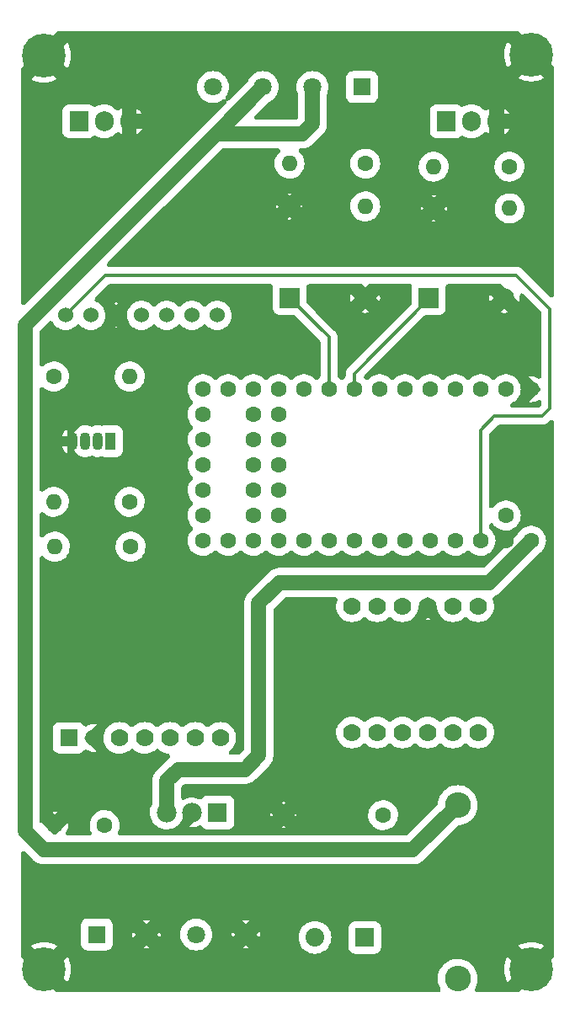
<source format=gbr>
%TF.GenerationSoftware,KiCad,Pcbnew,(6.0.1)*%
%TF.CreationDate,2022-04-27T15:56:50+10:00*%
%TF.ProjectId,bellerophon,62656c6c-6572-46f7-9068-6f6e2e6b6963,rev?*%
%TF.SameCoordinates,Original*%
%TF.FileFunction,Copper,L2,Bot*%
%TF.FilePolarity,Positive*%
%FSLAX46Y46*%
G04 Gerber Fmt 4.6, Leading zero omitted, Abs format (unit mm)*
G04 Created by KiCad (PCBNEW (6.0.1)) date 2022-04-27 15:56:50*
%MOMM*%
%LPD*%
G01*
G04 APERTURE LIST*
%TA.AperFunction,ComponentPad*%
%ADD10R,1.905000X2.000000*%
%TD*%
%TA.AperFunction,ComponentPad*%
%ADD11O,1.905000X2.000000*%
%TD*%
%TA.AperFunction,ComponentPad*%
%ADD12C,4.400000*%
%TD*%
%TA.AperFunction,ComponentPad*%
%ADD13O,2.600000X2.600000*%
%TD*%
%TA.AperFunction,ComponentPad*%
%ADD14C,1.600000*%
%TD*%
%TA.AperFunction,ComponentPad*%
%ADD15O,1.600000X1.600000*%
%TD*%
%TA.AperFunction,ComponentPad*%
%ADD16R,1.070000X1.800000*%
%TD*%
%TA.AperFunction,ComponentPad*%
%ADD17O,1.070000X1.800000*%
%TD*%
%TA.AperFunction,ComponentPad*%
%ADD18R,1.980000X1.980000*%
%TD*%
%TA.AperFunction,ComponentPad*%
%ADD19C,1.980000*%
%TD*%
%TA.AperFunction,ComponentPad*%
%ADD20R,1.800000X1.800000*%
%TD*%
%TA.AperFunction,ComponentPad*%
%ADD21C,1.800000*%
%TD*%
%TA.AperFunction,ComponentPad*%
%ADD22C,1.524000*%
%TD*%
%TA.AperFunction,ComponentPad*%
%ADD23R,1.778000X1.778000*%
%TD*%
%TA.AperFunction,ComponentPad*%
%ADD24C,1.778000*%
%TD*%
%TA.AperFunction,ComponentPad*%
%ADD25R,2.000000X2.000000*%
%TD*%
%TA.AperFunction,ComponentPad*%
%ADD26C,2.000000*%
%TD*%
%TA.AperFunction,ComponentPad*%
%ADD27R,1.875000X1.875000*%
%TD*%
%TA.AperFunction,ComponentPad*%
%ADD28C,1.875000*%
%TD*%
%TA.AperFunction,Conductor*%
%ADD29C,1.500000*%
%TD*%
%TA.AperFunction,Conductor*%
%ADD30C,0.300000*%
%TD*%
G04 APERTURE END LIST*
D10*
%TO.P,Q1,1,G*%
%TO.N,Net-(Q1-Pad1)*%
X168460000Y-57745000D03*
D11*
%TO.P,Q1,2,D*%
%TO.N,Net-(PYRO1-Pad1)*%
X171000000Y-57745000D03*
%TO.P,Q1,3,S*%
%TO.N,GND*%
X173540000Y-57745000D03*
%TD*%
D12*
%TO.P,H1,1,1*%
%TO.N,GND*%
X128000000Y-143000000D03*
%TD*%
D13*
%TO.P,D2,1,K*%
%TO.N,Net-(D2-Pad1)*%
X169600000Y-143950000D03*
%TO.P,D2,2,A*%
%TO.N,BATT+*%
X169600000Y-126500000D03*
%TD*%
D14*
%TO.P,R6,1*%
%TO.N,GND*%
X152690000Y-66300000D03*
D15*
%TO.P,R6,2*%
%TO.N,/PY2*%
X160310000Y-66300000D03*
%TD*%
D16*
%TO.P,D1,1,BA*%
%TO.N,Net-(D1-Pad1)*%
X134700000Y-89900000D03*
D17*
%TO.P,D1,2,GA*%
%TO.N,Net-(D1-Pad2)*%
X133430000Y-89900000D03*
%TO.P,D1,3,RA*%
%TO.N,Net-(D1-Pad3)*%
X132160000Y-89900000D03*
%TO.P,D1,4,K*%
%TO.N,GND*%
X130890000Y-89900000D03*
%TD*%
D14*
%TO.P,R3,1*%
%TO.N,RGB3*%
X128990000Y-83400000D03*
D15*
%TO.P,R3,2*%
%TO.N,Net-(D1-Pad1)*%
X136610000Y-83400000D03*
%TD*%
D18*
%TO.P,IC1,1,INPUT*%
%TO.N,BATT+*%
X145450000Y-127230000D03*
D19*
%TO.P,IC1,2,GND*%
%TO.N,GND*%
X142900000Y-127230000D03*
%TO.P,IC1,3,OUTPUT*%
%TO.N,+5V*%
X140350000Y-127230000D03*
%TD*%
D14*
%TO.P,R7,1*%
%TO.N,/PY2*%
X160310000Y-62000000D03*
D15*
%TO.P,R7,2*%
%TO.N,Net-(Q2-Pad1)*%
X152690000Y-62000000D03*
%TD*%
D12*
%TO.P,H4,1,1*%
%TO.N,GND*%
X177000000Y-51021320D03*
%TD*%
D20*
%TO.P,PYRO1,1,Pin_1*%
%TO.N,Net-(PYRO1-Pad1)*%
X160000000Y-54300000D03*
D21*
%TO.P,PYRO1,2,Pin_2*%
%TO.N,BATT+*%
X155000000Y-54300000D03*
%TO.P,PYRO1,3,Pin_3*%
X150000000Y-54300000D03*
%TO.P,PYRO1,4,Pin_4*%
%TO.N,Net-(PYRO1-Pad4)*%
X145000000Y-54300000D03*
%TD*%
D12*
%TO.P,H2,1,1*%
%TO.N,GND*%
X177000000Y-143000000D03*
%TD*%
%TO.P,H3,1,1*%
%TO.N,GND*%
X128000000Y-51121320D03*
%TD*%
D22*
%TO.P,U3,1,V_in*%
%TO.N,+3.3V*%
X130180000Y-77250000D03*
%TO.P,U3,2,3.3V_out*%
%TO.N,unconnected-(U3-Pad2)*%
X132720000Y-77250000D03*
%TO.P,U3,3,GND*%
%TO.N,GND*%
X135260000Y-77250000D03*
%TO.P,U3,4,SCK*%
%TO.N,/SCK*%
X137800000Y-77250000D03*
%TO.P,U3,5,MISO*%
%TO.N,/MISO*%
X140340000Y-77250000D03*
%TO.P,U3,6,MOSI*%
%TO.N,/MOSI*%
X142880000Y-77250000D03*
%TO.P,U3,7,SS*%
%TO.N,/CS*%
X145420000Y-77250000D03*
%TD*%
D14*
%TO.P,C1,1*%
%TO.N,BATT+*%
X162100000Y-127500000D03*
%TO.P,C1,2*%
%TO.N,GND*%
X152100000Y-127500000D03*
%TD*%
D10*
%TO.P,Q2,1,G*%
%TO.N,Net-(Q2-Pad1)*%
X131500000Y-57745000D03*
D11*
%TO.P,Q2,2,D*%
%TO.N,Net-(PYRO1-Pad4)*%
X134040000Y-57745000D03*
%TO.P,Q2,3,S*%
%TO.N,GND*%
X136580000Y-57745000D03*
%TD*%
D23*
%TO.P,IC2,1,Vin*%
%TO.N,+3.3V*%
X130480000Y-119740000D03*
D24*
%TO.P,IC2,2,GND*%
%TO.N,GND*%
X133020000Y-119740000D03*
%TO.P,IC2,3,3vo*%
%TO.N,unconnected-(IC2-Pad3)*%
X135560000Y-119740000D03*
%TO.P,IC2,4,INT2*%
%TO.N,unconnected-(IC2-Pad4)*%
X138100000Y-119740000D03*
%TO.P,IC2,5,INT1*%
%TO.N,unconnected-(IC2-Pad5)*%
X140640000Y-119740000D03*
%TO.P,IC2,6,SCL*%
%TO.N,MPL3115A2 SCL*%
X143180000Y-119740000D03*
%TO.P,IC2,7,SDA*%
%TO.N,MPL3115A2 SDA*%
X145720000Y-119740000D03*
%TD*%
D25*
%TO.P,BZ1,1,-*%
%TO.N,BZR1*%
X152700000Y-75500000D03*
D26*
%TO.P,BZ1,2,+*%
%TO.N,GND*%
X160300000Y-75500000D03*
%TD*%
D25*
%TO.P,BZ2,1,-*%
%TO.N,BZR2*%
X166700000Y-75500000D03*
D26*
%TO.P,BZ2,2,+*%
%TO.N,GND*%
X174300000Y-75500000D03*
%TD*%
D14*
%TO.P,R2,1*%
%TO.N,RGB2*%
X136700000Y-100500000D03*
D15*
%TO.P,R2,2*%
%TO.N,Net-(D1-Pad2)*%
X129080000Y-100500000D03*
%TD*%
D14*
%TO.P,R1,1*%
%TO.N,RGB1*%
X136610000Y-96000000D03*
D15*
%TO.P,R1,2*%
%TO.N,Net-(D1-Pad3)*%
X128990000Y-96000000D03*
%TD*%
D14*
%TO.P,R4,1*%
%TO.N,GND*%
X167200000Y-66500000D03*
D15*
%TO.P,R4,2*%
%TO.N,/PY1*%
X174820000Y-66500000D03*
%TD*%
D20*
%TO.P,BATT1,1,Pin_1*%
%TO.N,Net-(BATT1-Pad1)*%
X133300000Y-139500000D03*
D21*
%TO.P,BATT1,2,Pin_2*%
%TO.N,GND*%
X138300000Y-139500000D03*
%TO.P,BATT1,3,Pin_3*%
%TO.N,Net-(BATT1-Pad1)*%
X143300000Y-139500000D03*
%TO.P,BATT1,4,Pin_4*%
%TO.N,GND*%
X148300000Y-139500000D03*
%TD*%
D27*
%TO.P,SWITCH1,1,Pin_1*%
%TO.N,Net-(D2-Pad1)*%
X160250000Y-139800000D03*
D28*
%TO.P,SWITCH1,2,Pin_2*%
%TO.N,Net-(BATT1-Pad1)*%
X155250000Y-139800000D03*
%TD*%
D14*
%TO.P,U2,1,GND*%
%TO.N,GND*%
X176975000Y-84680000D03*
%TO.P,U2,2,0_RX1_CRX2_CS1*%
%TO.N,unconnected-(U2-Pad2)*%
X174435000Y-84680000D03*
%TO.P,U2,3,1_TX1_CTX2_MISO1*%
%TO.N,unconnected-(U2-Pad3)*%
X171895000Y-84680000D03*
%TO.P,U2,4,2_OUT2*%
%TO.N,/PY1*%
X169355000Y-84680000D03*
%TO.P,U2,5,3_LRCLK2*%
%TO.N,/PY2*%
X166815000Y-84680000D03*
%TO.P,U2,6,4_BCLK2*%
%TO.N,unconnected-(U2-Pad6)*%
X164275000Y-84680000D03*
%TO.P,U2,7,5_IN2*%
%TO.N,unconnected-(U2-Pad7)*%
X161735000Y-84680000D03*
%TO.P,U2,8,6_OUT1D*%
%TO.N,BZR2*%
X159195000Y-84680000D03*
%TO.P,U2,9,7_RX2_OUT1A*%
%TO.N,BZR1*%
X156655000Y-84680000D03*
%TO.P,U2,10,8_TX2_IN1*%
%TO.N,RGB3*%
X154115000Y-84680000D03*
%TO.P,U2,11,9_OUT1C*%
%TO.N,unconnected-(U2-Pad11)*%
X151575000Y-84680000D03*
%TO.P,U2,12,10_CS_MQSR*%
%TO.N,/CS*%
X149035000Y-84680000D03*
%TO.P,U2,13,11_MOSI_CTX1*%
%TO.N,/MOSI*%
X146495000Y-84680000D03*
%TO.P,U2,14,12_MISO_MQSL*%
%TO.N,/MISO*%
X143955000Y-84680000D03*
%TO.P,U2,15,VBAT*%
%TO.N,unconnected-(U2-Pad15)*%
X143955000Y-87220000D03*
%TO.P,U2,16,3V3*%
%TO.N,unconnected-(U2-Pad16)*%
X143955000Y-89760000D03*
%TO.P,U2,17,GND*%
%TO.N,unconnected-(U2-Pad17)*%
X143955000Y-92300000D03*
%TO.P,U2,18,PROGRAM*%
%TO.N,unconnected-(U2-Pad18)*%
X143955000Y-94840000D03*
%TO.P,U2,19,ON_OFF*%
%TO.N,unconnected-(U2-Pad19)*%
X143955000Y-97380000D03*
%TO.P,U2,20,13_SCK_CRX1_LED*%
%TO.N,/SCK*%
X143955000Y-99920000D03*
%TO.P,U2,21,14_A0_TX3_SPDIF_OUT*%
%TO.N,RGB1*%
X146495000Y-99920000D03*
%TO.P,U2,22,15_A1_RX3_SPDIF_IN*%
%TO.N,RGB2*%
X149035000Y-99920000D03*
%TO.P,U2,23,16_A2_RX4_SCL1*%
%TO.N,MPL3115A2 SCL*%
X151575000Y-99920000D03*
%TO.P,U2,24,17_A3_TX4_SDA1*%
%TO.N,MPL3115A2 SDA*%
X154115000Y-99920000D03*
%TO.P,U2,25,18_A4_SDA0*%
%TO.N,/SDA0*%
X156655000Y-99920000D03*
%TO.P,U2,26,19_A5_SCL0*%
%TO.N,/SCL0*%
X159195000Y-99920000D03*
%TO.P,U2,27,20_A6_TX5_LRCLK1*%
%TO.N,unconnected-(U2-Pad27)*%
X161735000Y-99920000D03*
%TO.P,U2,28,21_A7_RX5_BCLK1*%
%TO.N,unconnected-(U2-Pad28)*%
X164275000Y-99920000D03*
%TO.P,U2,29,22_A8_CTX1*%
%TO.N,unconnected-(U2-Pad29)*%
X166815000Y-99920000D03*
%TO.P,U2,30,23_A9_CRX1_MCLK1*%
%TO.N,unconnected-(U2-Pad30)*%
X169355000Y-99920000D03*
%TO.P,U2,31,3V3*%
%TO.N,+3.3V*%
X171895000Y-99920000D03*
%TO.P,U2,32,GND*%
%TO.N,GND*%
X174435000Y-99920000D03*
%TO.P,U2,33,VIN*%
%TO.N,+5V*%
X176975000Y-99920000D03*
%TO.P,U2,34,VUSB*%
%TO.N,unconnected-(U2-Pad34)*%
X174435000Y-97380000D03*
%TO.P,U2,35,24_A10_TX6_SCL2*%
%TO.N,unconnected-(U2-Pad35)*%
X149035000Y-97380000D03*
%TO.P,U2,36,25_A11_RX6_SDA2*%
%TO.N,unconnected-(U2-Pad36)*%
X151575000Y-97380000D03*
%TO.P,U2,37,26_A12_MOSI1*%
%TO.N,unconnected-(U2-Pad37)*%
X149035000Y-94840000D03*
%TO.P,U2,38,27_A13_SCK1*%
%TO.N,unconnected-(U2-Pad38)*%
X151575000Y-94840000D03*
%TO.P,U2,39,28_RX7*%
%TO.N,unconnected-(U2-Pad39)*%
X149035000Y-92300000D03*
%TO.P,U2,40,29_TX7*%
%TO.N,unconnected-(U2-Pad40)*%
X151575000Y-92300000D03*
%TO.P,U2,41,30_CRX3*%
%TO.N,unconnected-(U2-Pad41)*%
X149035000Y-89760000D03*
%TO.P,U2,42,31_CTX3*%
%TO.N,unconnected-(U2-Pad42)*%
X151575000Y-89760000D03*
%TO.P,U2,43,32_OUT1B*%
%TO.N,unconnected-(U2-Pad43)*%
X149035000Y-87220000D03*
%TO.P,U2,44,33_MCLK2*%
%TO.N,unconnected-(U2-Pad44)*%
X151575000Y-87220000D03*
%TD*%
%TO.P,R5,1*%
%TO.N,/PY1*%
X174800000Y-62300000D03*
D15*
%TO.P,R5,2*%
%TO.N,Net-(Q1-Pad1)*%
X167180000Y-62300000D03*
%TD*%
D14*
%TO.P,C2,1*%
%TO.N,+5V*%
X134100000Y-128500000D03*
%TO.P,C2,2*%
%TO.N,GND*%
X129100000Y-128500000D03*
%TD*%
D24*
%TO.P,U1,1,VIN*%
%TO.N,+3.3V*%
X171664988Y-106494475D03*
%TO.P,U1,2,1.8V_OUT*%
%TO.N,unconnected-(U1-Pad2)*%
X169124988Y-106494475D03*
%TO.P,U1,3,GND*%
%TO.N,GND*%
X166584988Y-106494475D03*
%TO.P,U1,4,SCL*%
%TO.N,/SCL0*%
X164044988Y-106494475D03*
%TO.P,U1,5,SDA*%
%TO.N,/SDA0*%
X161504988Y-106494475D03*
%TO.P,U1,6,INT*%
%TO.N,unconnected-(U1-Pad6)*%
X158964988Y-106494475D03*
%TO.P,U1,7,FS*%
%TO.N,unconnected-(U1-Pad7)*%
X171664988Y-119194475D03*
%TO.P,U1,8,AD*%
%TO.N,unconnected-(U1-Pad8)*%
X169124988Y-119194475D03*
%TO.P,U1,9,AC*%
%TO.N,unconnected-(U1-Pad9)*%
X166584988Y-119194475D03*
%TO.P,U1,10,G*%
%TO.N,unconnected-(U1-Pad10)*%
X164044988Y-119194475D03*
%TO.P,U1,11,SDO*%
%TO.N,unconnected-(U1-Pad11)*%
X161504988Y-119194475D03*
%TO.P,U1,12,CS*%
%TO.N,unconnected-(U1-Pad12)*%
X158964988Y-119194475D03*
%TD*%
D29*
%TO.N,+5V*%
X140350000Y-124050000D02*
X140350000Y-127230000D01*
X141500000Y-122900000D02*
X148200000Y-122900000D01*
X172795000Y-104100000D02*
X176975000Y-99920000D01*
X149600000Y-121500000D02*
X149600000Y-106200000D01*
X140350000Y-124050000D02*
X141500000Y-122900000D01*
X151700000Y-104100000D02*
X172795000Y-104100000D01*
X148200000Y-122900000D02*
X149600000Y-121500000D01*
X149600000Y-106200000D02*
X151700000Y-104100000D01*
D30*
%TO.N,+3.3V*%
X134180000Y-73250000D02*
X175450000Y-73250000D01*
X175500000Y-73200000D02*
X178900000Y-76600000D01*
X178100000Y-87400000D02*
X173300000Y-87400000D01*
X130180000Y-77250000D02*
X134180000Y-73250000D01*
X175450000Y-73250000D02*
X175500000Y-73200000D01*
X171895000Y-88805000D02*
X171895000Y-99920000D01*
X173300000Y-87400000D02*
X171895000Y-88805000D01*
X178900000Y-86600000D02*
X178100000Y-87400000D01*
X178900000Y-76600000D02*
X178900000Y-86600000D01*
%TO.N,BZR1*%
X156655000Y-84680000D02*
X156655000Y-79455000D01*
X156655000Y-79455000D02*
X152700000Y-75500000D01*
%TO.N,BZR2*%
X159195000Y-83105000D02*
X166700000Y-75600000D01*
X159195000Y-84680000D02*
X159195000Y-83105000D01*
D29*
%TO.N,BATT+*%
X126100000Y-129100000D02*
X128000000Y-131000000D01*
X126100000Y-78200000D02*
X126100000Y-129100000D01*
X155000000Y-58000000D02*
X154000000Y-59000000D01*
X155000000Y-54300000D02*
X155000000Y-58000000D01*
X145400000Y-58900000D02*
X126100000Y-78200000D01*
X150000000Y-54300000D02*
X145400000Y-58900000D01*
X154000000Y-59000000D02*
X145500000Y-59000000D01*
X165100000Y-131000000D02*
X169600000Y-126500000D01*
X145500000Y-59000000D02*
X145400000Y-58900000D01*
X128000000Y-131000000D02*
X165100000Y-131000000D01*
%TD*%
%TA.AperFunction,Conductor*%
%TO.N,GND*%
G36*
X150853423Y-74119454D02*
G01*
X150934205Y-74173430D01*
X150988181Y-74254212D01*
X151007135Y-74349500D01*
X151006091Y-74372271D01*
X150999500Y-74444007D01*
X150999500Y-74449725D01*
X150999501Y-75501207D01*
X150999501Y-76555992D01*
X151006171Y-76628594D01*
X151056873Y-76790383D01*
X151144703Y-76935408D01*
X151264592Y-77055297D01*
X151409617Y-77143127D01*
X151571406Y-77193829D01*
X151584561Y-77195038D01*
X151584562Y-77195038D01*
X151600963Y-77196545D01*
X151644007Y-77200500D01*
X151725619Y-77200500D01*
X153094571Y-77200499D01*
X153189859Y-77219453D01*
X153270641Y-77273429D01*
X155731570Y-79734358D01*
X155785546Y-79815140D01*
X155804500Y-79910428D01*
X155804500Y-83317690D01*
X155785546Y-83412978D01*
X155731570Y-83493760D01*
X155705005Y-83516811D01*
X155676358Y-83538320D01*
X155655364Y-83554083D01*
X155648307Y-83561467D01*
X155648301Y-83561473D01*
X155565255Y-83648376D01*
X155485719Y-83704172D01*
X155390886Y-83725283D01*
X155295192Y-83708496D01*
X155213207Y-83656366D01*
X155201077Y-83643937D01*
X155141846Y-83578842D01*
X154948210Y-83425918D01*
X154936117Y-83419242D01*
X154741143Y-83311611D01*
X154741144Y-83311611D01*
X154732198Y-83306673D01*
X154722572Y-83303264D01*
X154722567Y-83303262D01*
X154509240Y-83227719D01*
X154509238Y-83227718D01*
X154499610Y-83224309D01*
X154256694Y-83181039D01*
X154246474Y-83180914D01*
X154246472Y-83180914D01*
X154106179Y-83179200D01*
X154009972Y-83178025D01*
X153820826Y-83206968D01*
X153776166Y-83213802D01*
X153776165Y-83213802D01*
X153766070Y-83215347D01*
X153756359Y-83218521D01*
X153541250Y-83288829D01*
X153541247Y-83288830D01*
X153531540Y-83292003D01*
X153312679Y-83405935D01*
X153115364Y-83554083D01*
X153108307Y-83561467D01*
X153108301Y-83561473D01*
X153025255Y-83648376D01*
X152945719Y-83704172D01*
X152850886Y-83725283D01*
X152755192Y-83708496D01*
X152673207Y-83656366D01*
X152661077Y-83643937D01*
X152601846Y-83578842D01*
X152408210Y-83425918D01*
X152396117Y-83419242D01*
X152201143Y-83311611D01*
X152201144Y-83311611D01*
X152192198Y-83306673D01*
X152182572Y-83303264D01*
X152182567Y-83303262D01*
X151969240Y-83227719D01*
X151969238Y-83227718D01*
X151959610Y-83224309D01*
X151716694Y-83181039D01*
X151706474Y-83180914D01*
X151706472Y-83180914D01*
X151566179Y-83179200D01*
X151469972Y-83178025D01*
X151280826Y-83206968D01*
X151236166Y-83213802D01*
X151236165Y-83213802D01*
X151226070Y-83215347D01*
X151216359Y-83218521D01*
X151001250Y-83288829D01*
X151001247Y-83288830D01*
X150991540Y-83292003D01*
X150772679Y-83405935D01*
X150575364Y-83554083D01*
X150568307Y-83561467D01*
X150568301Y-83561473D01*
X150485255Y-83648376D01*
X150405719Y-83704172D01*
X150310886Y-83725283D01*
X150215192Y-83708496D01*
X150133207Y-83656366D01*
X150121077Y-83643937D01*
X150061846Y-83578842D01*
X149868210Y-83425918D01*
X149856117Y-83419242D01*
X149661143Y-83311611D01*
X149661144Y-83311611D01*
X149652198Y-83306673D01*
X149642572Y-83303264D01*
X149642567Y-83303262D01*
X149429240Y-83227719D01*
X149429238Y-83227718D01*
X149419610Y-83224309D01*
X149176694Y-83181039D01*
X149166474Y-83180914D01*
X149166472Y-83180914D01*
X149026179Y-83179200D01*
X148929972Y-83178025D01*
X148740826Y-83206968D01*
X148696166Y-83213802D01*
X148696165Y-83213802D01*
X148686070Y-83215347D01*
X148676359Y-83218521D01*
X148461250Y-83288829D01*
X148461247Y-83288830D01*
X148451540Y-83292003D01*
X148232679Y-83405935D01*
X148035364Y-83554083D01*
X148028307Y-83561467D01*
X148028301Y-83561473D01*
X147945255Y-83648376D01*
X147865719Y-83704172D01*
X147770886Y-83725283D01*
X147675192Y-83708496D01*
X147593207Y-83656366D01*
X147581077Y-83643937D01*
X147521846Y-83578842D01*
X147328210Y-83425918D01*
X147316117Y-83419242D01*
X147121143Y-83311611D01*
X147121144Y-83311611D01*
X147112198Y-83306673D01*
X147102572Y-83303264D01*
X147102567Y-83303262D01*
X146889240Y-83227719D01*
X146889238Y-83227718D01*
X146879610Y-83224309D01*
X146636694Y-83181039D01*
X146626474Y-83180914D01*
X146626472Y-83180914D01*
X146486179Y-83179200D01*
X146389972Y-83178025D01*
X146200826Y-83206968D01*
X146156166Y-83213802D01*
X146156165Y-83213802D01*
X146146070Y-83215347D01*
X146136359Y-83218521D01*
X145921250Y-83288829D01*
X145921247Y-83288830D01*
X145911540Y-83292003D01*
X145692679Y-83405935D01*
X145495364Y-83554083D01*
X145488307Y-83561467D01*
X145488301Y-83561473D01*
X145405255Y-83648376D01*
X145325719Y-83704172D01*
X145230886Y-83725283D01*
X145135192Y-83708496D01*
X145053207Y-83656366D01*
X145041077Y-83643937D01*
X144981846Y-83578842D01*
X144788210Y-83425918D01*
X144776117Y-83419242D01*
X144581143Y-83311611D01*
X144581144Y-83311611D01*
X144572198Y-83306673D01*
X144562572Y-83303264D01*
X144562567Y-83303262D01*
X144349240Y-83227719D01*
X144349238Y-83227718D01*
X144339610Y-83224309D01*
X144096694Y-83181039D01*
X144086474Y-83180914D01*
X144086472Y-83180914D01*
X143946179Y-83179200D01*
X143849972Y-83178025D01*
X143660826Y-83206968D01*
X143616166Y-83213802D01*
X143616165Y-83213802D01*
X143606070Y-83215347D01*
X143596359Y-83218521D01*
X143381250Y-83288829D01*
X143381247Y-83288830D01*
X143371540Y-83292003D01*
X143152679Y-83405935D01*
X142955364Y-83554083D01*
X142948312Y-83561463D01*
X142948307Y-83561467D01*
X142857620Y-83656366D01*
X142784896Y-83732468D01*
X142645851Y-83936300D01*
X142541965Y-84160104D01*
X142539238Y-84169939D01*
X142539236Y-84169943D01*
X142478757Y-84388022D01*
X142476026Y-84397871D01*
X142471889Y-84436582D01*
X142451558Y-84626824D01*
X142449806Y-84643214D01*
X142464010Y-84889545D01*
X142466257Y-84899514D01*
X142466257Y-84899517D01*
X142486209Y-84988049D01*
X142518255Y-85130249D01*
X142611084Y-85358861D01*
X142740006Y-85569241D01*
X142901557Y-85755741D01*
X142909424Y-85762272D01*
X142916718Y-85769415D01*
X142915359Y-85770803D01*
X142967614Y-85835219D01*
X142995288Y-85928349D01*
X142985215Y-86024981D01*
X142938930Y-86110402D01*
X142927371Y-86123375D01*
X142791963Y-86265072D01*
X142791959Y-86265077D01*
X142784896Y-86272468D01*
X142779134Y-86280915D01*
X142700773Y-86395788D01*
X142645851Y-86476300D01*
X142541965Y-86700104D01*
X142539238Y-86709939D01*
X142539236Y-86709943D01*
X142478757Y-86928022D01*
X142476026Y-86937871D01*
X142449806Y-87183214D01*
X142464010Y-87429545D01*
X142518255Y-87670249D01*
X142611084Y-87898861D01*
X142616421Y-87907571D01*
X142616422Y-87907572D01*
X142635559Y-87938800D01*
X142740006Y-88109241D01*
X142901557Y-88295741D01*
X142909425Y-88302273D01*
X142916718Y-88309415D01*
X142915359Y-88310803D01*
X142967614Y-88375219D01*
X142995288Y-88468349D01*
X142985215Y-88564981D01*
X142938930Y-88650402D01*
X142927371Y-88663375D01*
X142791963Y-88805072D01*
X142791959Y-88805077D01*
X142784896Y-88812468D01*
X142779134Y-88820915D01*
X142669168Y-88982119D01*
X142645851Y-89016300D01*
X142541965Y-89240104D01*
X142539238Y-89249939D01*
X142539236Y-89249943D01*
X142478757Y-89468022D01*
X142476026Y-89477871D01*
X142449806Y-89723214D01*
X142464010Y-89969545D01*
X142518255Y-90210249D01*
X142611084Y-90438861D01*
X142616421Y-90447571D01*
X142616422Y-90447572D01*
X142664669Y-90526303D01*
X142740006Y-90649241D01*
X142901557Y-90835741D01*
X142909425Y-90842273D01*
X142916718Y-90849415D01*
X142915359Y-90850803D01*
X142967614Y-90915219D01*
X142995288Y-91008349D01*
X142985215Y-91104981D01*
X142938930Y-91190402D01*
X142927371Y-91203375D01*
X142791963Y-91345072D01*
X142791959Y-91345077D01*
X142784896Y-91352468D01*
X142779134Y-91360915D01*
X142681835Y-91503550D01*
X142645851Y-91556300D01*
X142541965Y-91780104D01*
X142539238Y-91789939D01*
X142539236Y-91789943D01*
X142529600Y-91824690D01*
X142476026Y-92017871D01*
X142449806Y-92263214D01*
X142464010Y-92509545D01*
X142518255Y-92750249D01*
X142611084Y-92978861D01*
X142740006Y-93189241D01*
X142901557Y-93375741D01*
X142909425Y-93382273D01*
X142916718Y-93389415D01*
X142915359Y-93390803D01*
X142967614Y-93455219D01*
X142995288Y-93548349D01*
X142985215Y-93644981D01*
X142938930Y-93730402D01*
X142927371Y-93743375D01*
X142791963Y-93885072D01*
X142791959Y-93885077D01*
X142784896Y-93892468D01*
X142645851Y-94096300D01*
X142541965Y-94320104D01*
X142539238Y-94329939D01*
X142539236Y-94329943D01*
X142482701Y-94533802D01*
X142476026Y-94557871D01*
X142471067Y-94604271D01*
X142455253Y-94752248D01*
X142449806Y-94803214D01*
X142464010Y-95049545D01*
X142466257Y-95059514D01*
X142466257Y-95059517D01*
X142515929Y-95279928D01*
X142518255Y-95290249D01*
X142611084Y-95518861D01*
X142740006Y-95729241D01*
X142901557Y-95915741D01*
X142909425Y-95922273D01*
X142916718Y-95929415D01*
X142915359Y-95930803D01*
X142967614Y-95995219D01*
X142995288Y-96088349D01*
X142985215Y-96184981D01*
X142938930Y-96270402D01*
X142927371Y-96283375D01*
X142791963Y-96425072D01*
X142791959Y-96425077D01*
X142784896Y-96432468D01*
X142779134Y-96440915D01*
X142673787Y-96595348D01*
X142645851Y-96636300D01*
X142541965Y-96860104D01*
X142539238Y-96869939D01*
X142539236Y-96869943D01*
X142482163Y-97075741D01*
X142476026Y-97097871D01*
X142466149Y-97190294D01*
X142455142Y-97293287D01*
X142449806Y-97343214D01*
X142464010Y-97589545D01*
X142518255Y-97830249D01*
X142611084Y-98058861D01*
X142740006Y-98269241D01*
X142901557Y-98455741D01*
X142909424Y-98462272D01*
X142916718Y-98469415D01*
X142915359Y-98470803D01*
X142967614Y-98535219D01*
X142995288Y-98628349D01*
X142985215Y-98724981D01*
X142938930Y-98810402D01*
X142927371Y-98823375D01*
X142791963Y-98965072D01*
X142791959Y-98965077D01*
X142784896Y-98972468D01*
X142765406Y-99001039D01*
X142676336Y-99131611D01*
X142645851Y-99176300D01*
X142541965Y-99400104D01*
X142539238Y-99409939D01*
X142539236Y-99409943D01*
X142489325Y-99589917D01*
X142476026Y-99637871D01*
X142449806Y-99883214D01*
X142464010Y-100129545D01*
X142466257Y-100139514D01*
X142466257Y-100139517D01*
X142490695Y-100247956D01*
X142518255Y-100370249D01*
X142611084Y-100598861D01*
X142740006Y-100809241D01*
X142901557Y-100995741D01*
X143091399Y-101153351D01*
X143304433Y-101277838D01*
X143534939Y-101365859D01*
X143544950Y-101367896D01*
X143544954Y-101367897D01*
X143766713Y-101413015D01*
X143766715Y-101413015D01*
X143776726Y-101415052D01*
X143879353Y-101418815D01*
X144013087Y-101423719D01*
X144013093Y-101423719D01*
X144023300Y-101424093D01*
X144033431Y-101422795D01*
X144033436Y-101422795D01*
X144168670Y-101405471D01*
X144268041Y-101392741D01*
X144279708Y-101389241D01*
X144357644Y-101365859D01*
X144504374Y-101321838D01*
X144725954Y-101213287D01*
X144819132Y-101146824D01*
X144918512Y-101075937D01*
X144918516Y-101075934D01*
X144926829Y-101070004D01*
X145048473Y-100948784D01*
X145129349Y-100894949D01*
X145224670Y-100876161D01*
X145319925Y-100895282D01*
X145400612Y-100949399D01*
X145412442Y-100962130D01*
X145441557Y-100995741D01*
X145631399Y-101153351D01*
X145844433Y-101277838D01*
X146074939Y-101365859D01*
X146084950Y-101367896D01*
X146084954Y-101367897D01*
X146306713Y-101413015D01*
X146306715Y-101413015D01*
X146316726Y-101415052D01*
X146419353Y-101418815D01*
X146553087Y-101423719D01*
X146553093Y-101423719D01*
X146563300Y-101424093D01*
X146573431Y-101422795D01*
X146573436Y-101422795D01*
X146708670Y-101405471D01*
X146808041Y-101392741D01*
X146819708Y-101389241D01*
X146897644Y-101365859D01*
X147044374Y-101321838D01*
X147265954Y-101213287D01*
X147359132Y-101146824D01*
X147458512Y-101075937D01*
X147458516Y-101075934D01*
X147466829Y-101070004D01*
X147588473Y-100948784D01*
X147669349Y-100894949D01*
X147764670Y-100876161D01*
X147859925Y-100895282D01*
X147940612Y-100949399D01*
X147952442Y-100962130D01*
X147981557Y-100995741D01*
X148171399Y-101153351D01*
X148384433Y-101277838D01*
X148614939Y-101365859D01*
X148624950Y-101367896D01*
X148624954Y-101367897D01*
X148846713Y-101413015D01*
X148846715Y-101413015D01*
X148856726Y-101415052D01*
X148959353Y-101418815D01*
X149093087Y-101423719D01*
X149093093Y-101423719D01*
X149103300Y-101424093D01*
X149113431Y-101422795D01*
X149113436Y-101422795D01*
X149248670Y-101405471D01*
X149348041Y-101392741D01*
X149359708Y-101389241D01*
X149437644Y-101365859D01*
X149584374Y-101321838D01*
X149805954Y-101213287D01*
X149899132Y-101146824D01*
X149998512Y-101075937D01*
X149998516Y-101075934D01*
X150006829Y-101070004D01*
X150128473Y-100948784D01*
X150209349Y-100894949D01*
X150304670Y-100876161D01*
X150399925Y-100895282D01*
X150480612Y-100949399D01*
X150492442Y-100962130D01*
X150521557Y-100995741D01*
X150711399Y-101153351D01*
X150924433Y-101277838D01*
X151154939Y-101365859D01*
X151164950Y-101367896D01*
X151164954Y-101367897D01*
X151386713Y-101413015D01*
X151386715Y-101413015D01*
X151396726Y-101415052D01*
X151499353Y-101418815D01*
X151633087Y-101423719D01*
X151633093Y-101423719D01*
X151643300Y-101424093D01*
X151653431Y-101422795D01*
X151653436Y-101422795D01*
X151788670Y-101405471D01*
X151888041Y-101392741D01*
X151899708Y-101389241D01*
X151977644Y-101365859D01*
X152124374Y-101321838D01*
X152345954Y-101213287D01*
X152439132Y-101146824D01*
X152538512Y-101075937D01*
X152538516Y-101075934D01*
X152546829Y-101070004D01*
X152668473Y-100948784D01*
X152749349Y-100894949D01*
X152844670Y-100876161D01*
X152939925Y-100895282D01*
X153020612Y-100949399D01*
X153032442Y-100962130D01*
X153061557Y-100995741D01*
X153251399Y-101153351D01*
X153464433Y-101277838D01*
X153694939Y-101365859D01*
X153704950Y-101367896D01*
X153704954Y-101367897D01*
X153926713Y-101413015D01*
X153926715Y-101413015D01*
X153936726Y-101415052D01*
X154039353Y-101418815D01*
X154173087Y-101423719D01*
X154173093Y-101423719D01*
X154183300Y-101424093D01*
X154193431Y-101422795D01*
X154193436Y-101422795D01*
X154328670Y-101405471D01*
X154428041Y-101392741D01*
X154439708Y-101389241D01*
X154517644Y-101365859D01*
X154664374Y-101321838D01*
X154885954Y-101213287D01*
X154979132Y-101146824D01*
X155078512Y-101075937D01*
X155078516Y-101075934D01*
X155086829Y-101070004D01*
X155208473Y-100948784D01*
X155289349Y-100894949D01*
X155384670Y-100876161D01*
X155479925Y-100895282D01*
X155560612Y-100949399D01*
X155572442Y-100962130D01*
X155601557Y-100995741D01*
X155791399Y-101153351D01*
X156004433Y-101277838D01*
X156234939Y-101365859D01*
X156244950Y-101367896D01*
X156244954Y-101367897D01*
X156466713Y-101413015D01*
X156466715Y-101413015D01*
X156476726Y-101415052D01*
X156579353Y-101418815D01*
X156713087Y-101423719D01*
X156713093Y-101423719D01*
X156723300Y-101424093D01*
X156733431Y-101422795D01*
X156733436Y-101422795D01*
X156868670Y-101405471D01*
X156968041Y-101392741D01*
X156979708Y-101389241D01*
X157057644Y-101365859D01*
X157204374Y-101321838D01*
X157425954Y-101213287D01*
X157519132Y-101146824D01*
X157618512Y-101075937D01*
X157618516Y-101075934D01*
X157626829Y-101070004D01*
X157748473Y-100948784D01*
X157829349Y-100894949D01*
X157924670Y-100876161D01*
X158019925Y-100895282D01*
X158100612Y-100949399D01*
X158112442Y-100962130D01*
X158141557Y-100995741D01*
X158331399Y-101153351D01*
X158544433Y-101277838D01*
X158774939Y-101365859D01*
X158784950Y-101367896D01*
X158784954Y-101367897D01*
X159006713Y-101413015D01*
X159006715Y-101413015D01*
X159016726Y-101415052D01*
X159119353Y-101418815D01*
X159253087Y-101423719D01*
X159253093Y-101423719D01*
X159263300Y-101424093D01*
X159273431Y-101422795D01*
X159273436Y-101422795D01*
X159408670Y-101405471D01*
X159508041Y-101392741D01*
X159519708Y-101389241D01*
X159597644Y-101365859D01*
X159744374Y-101321838D01*
X159965954Y-101213287D01*
X160059132Y-101146824D01*
X160158512Y-101075937D01*
X160158516Y-101075934D01*
X160166829Y-101070004D01*
X160288473Y-100948784D01*
X160369349Y-100894949D01*
X160464670Y-100876161D01*
X160559925Y-100895282D01*
X160640612Y-100949399D01*
X160652442Y-100962130D01*
X160681557Y-100995741D01*
X160871399Y-101153351D01*
X161084433Y-101277838D01*
X161314939Y-101365859D01*
X161324950Y-101367896D01*
X161324954Y-101367897D01*
X161546713Y-101413015D01*
X161546715Y-101413015D01*
X161556726Y-101415052D01*
X161659353Y-101418815D01*
X161793087Y-101423719D01*
X161793093Y-101423719D01*
X161803300Y-101424093D01*
X161813431Y-101422795D01*
X161813436Y-101422795D01*
X161948670Y-101405471D01*
X162048041Y-101392741D01*
X162059708Y-101389241D01*
X162137644Y-101365859D01*
X162284374Y-101321838D01*
X162505954Y-101213287D01*
X162599132Y-101146824D01*
X162698512Y-101075937D01*
X162698516Y-101075934D01*
X162706829Y-101070004D01*
X162828473Y-100948784D01*
X162909349Y-100894949D01*
X163004670Y-100876161D01*
X163099925Y-100895282D01*
X163180612Y-100949399D01*
X163192442Y-100962130D01*
X163221557Y-100995741D01*
X163411399Y-101153351D01*
X163624433Y-101277838D01*
X163854939Y-101365859D01*
X163864950Y-101367896D01*
X163864954Y-101367897D01*
X164086713Y-101413015D01*
X164086715Y-101413015D01*
X164096726Y-101415052D01*
X164199353Y-101418815D01*
X164333087Y-101423719D01*
X164333093Y-101423719D01*
X164343300Y-101424093D01*
X164353431Y-101422795D01*
X164353436Y-101422795D01*
X164488670Y-101405471D01*
X164588041Y-101392741D01*
X164599708Y-101389241D01*
X164677644Y-101365859D01*
X164824374Y-101321838D01*
X165045954Y-101213287D01*
X165139132Y-101146824D01*
X165238512Y-101075937D01*
X165238516Y-101075934D01*
X165246829Y-101070004D01*
X165368473Y-100948784D01*
X165449349Y-100894949D01*
X165544670Y-100876161D01*
X165639925Y-100895282D01*
X165720612Y-100949399D01*
X165732442Y-100962130D01*
X165761557Y-100995741D01*
X165951399Y-101153351D01*
X166164433Y-101277838D01*
X166394939Y-101365859D01*
X166404950Y-101367896D01*
X166404954Y-101367897D01*
X166626713Y-101413015D01*
X166626715Y-101413015D01*
X166636726Y-101415052D01*
X166739353Y-101418815D01*
X166873087Y-101423719D01*
X166873093Y-101423719D01*
X166883300Y-101424093D01*
X166893431Y-101422795D01*
X166893436Y-101422795D01*
X167028670Y-101405471D01*
X167128041Y-101392741D01*
X167139708Y-101389241D01*
X167217644Y-101365859D01*
X167364374Y-101321838D01*
X167585954Y-101213287D01*
X167679132Y-101146824D01*
X167778512Y-101075937D01*
X167778516Y-101075934D01*
X167786829Y-101070004D01*
X167908473Y-100948784D01*
X167989349Y-100894949D01*
X168084670Y-100876161D01*
X168179925Y-100895282D01*
X168260612Y-100949399D01*
X168272442Y-100962130D01*
X168301557Y-100995741D01*
X168491399Y-101153351D01*
X168704433Y-101277838D01*
X168934939Y-101365859D01*
X168944950Y-101367896D01*
X168944954Y-101367897D01*
X169166713Y-101413015D01*
X169166715Y-101413015D01*
X169176726Y-101415052D01*
X169279353Y-101418815D01*
X169413087Y-101423719D01*
X169413093Y-101423719D01*
X169423300Y-101424093D01*
X169433431Y-101422795D01*
X169433436Y-101422795D01*
X169568670Y-101405471D01*
X169668041Y-101392741D01*
X169679708Y-101389241D01*
X169757644Y-101365859D01*
X169904374Y-101321838D01*
X170125954Y-101213287D01*
X170219132Y-101146824D01*
X170318512Y-101075937D01*
X170318516Y-101075934D01*
X170326829Y-101070004D01*
X170448473Y-100948784D01*
X170529349Y-100894949D01*
X170624670Y-100876161D01*
X170719925Y-100895282D01*
X170800612Y-100949399D01*
X170812442Y-100962130D01*
X170841557Y-100995741D01*
X171031399Y-101153351D01*
X171244433Y-101277838D01*
X171474939Y-101365859D01*
X171484950Y-101367896D01*
X171484954Y-101367897D01*
X171706713Y-101413015D01*
X171706715Y-101413015D01*
X171716726Y-101415052D01*
X171819353Y-101418815D01*
X171953087Y-101423719D01*
X171953093Y-101423719D01*
X171963300Y-101424093D01*
X171973431Y-101422795D01*
X171973436Y-101422795D01*
X172108670Y-101405471D01*
X172208041Y-101392741D01*
X172219708Y-101389241D01*
X172297644Y-101365859D01*
X172444374Y-101321838D01*
X172665954Y-101213287D01*
X172759132Y-101146824D01*
X172858512Y-101075937D01*
X172858516Y-101075934D01*
X172866829Y-101070004D01*
X173041605Y-100895837D01*
X173185588Y-100695463D01*
X173294911Y-100474264D01*
X173298269Y-100463214D01*
X173363669Y-100247956D01*
X173363669Y-100247954D01*
X173366639Y-100238180D01*
X173367975Y-100228036D01*
X173397981Y-100000114D01*
X173397981Y-100000111D01*
X173398845Y-99993550D01*
X173400643Y-99920000D01*
X173380425Y-99674089D01*
X173320316Y-99434783D01*
X173221928Y-99208507D01*
X173087905Y-99001339D01*
X172921846Y-98818842D01*
X172913829Y-98812511D01*
X172913822Y-98812504D01*
X172840175Y-98754341D01*
X172777142Y-98680409D01*
X172747200Y-98587983D01*
X172745500Y-98558932D01*
X172745500Y-98377805D01*
X172764454Y-98282517D01*
X172818430Y-98201735D01*
X172899212Y-98147759D01*
X172994500Y-98128805D01*
X173089788Y-98147759D01*
X173170570Y-98201735D01*
X173206808Y-98247704D01*
X173220006Y-98269241D01*
X173381557Y-98455741D01*
X173571399Y-98613351D01*
X173784433Y-98737838D01*
X174014939Y-98825859D01*
X174024950Y-98827896D01*
X174024954Y-98827897D01*
X174246713Y-98873015D01*
X174246715Y-98873015D01*
X174256726Y-98875052D01*
X174359353Y-98878815D01*
X174493087Y-98883719D01*
X174493093Y-98883719D01*
X174503300Y-98884093D01*
X174513431Y-98882795D01*
X174513436Y-98882795D01*
X174648670Y-98865471D01*
X174748041Y-98852741D01*
X174984374Y-98781838D01*
X175205954Y-98673287D01*
X175325546Y-98587983D01*
X175398512Y-98535937D01*
X175398516Y-98535934D01*
X175406829Y-98530004D01*
X175581605Y-98355837D01*
X175725588Y-98155463D01*
X175834911Y-97934264D01*
X175866514Y-97830249D01*
X175903669Y-97707956D01*
X175903669Y-97707954D01*
X175906639Y-97698180D01*
X175933650Y-97493015D01*
X175937981Y-97460114D01*
X175937981Y-97460111D01*
X175938845Y-97453550D01*
X175940643Y-97380000D01*
X175920425Y-97134089D01*
X175860316Y-96894783D01*
X175761928Y-96668507D01*
X175627905Y-96461339D01*
X175461846Y-96278842D01*
X175268210Y-96125918D01*
X175223463Y-96101216D01*
X175061143Y-96011611D01*
X175061144Y-96011611D01*
X175052198Y-96006673D01*
X175042572Y-96003264D01*
X175042567Y-96003262D01*
X174829240Y-95927719D01*
X174829238Y-95927718D01*
X174819610Y-95924309D01*
X174576694Y-95881039D01*
X174566474Y-95880914D01*
X174566472Y-95880914D01*
X174426179Y-95879200D01*
X174329972Y-95878025D01*
X174140826Y-95906968D01*
X174096166Y-95913802D01*
X174096165Y-95913802D01*
X174086070Y-95915347D01*
X174076359Y-95918521D01*
X173861250Y-95988829D01*
X173861247Y-95988830D01*
X173851540Y-95992003D01*
X173632679Y-96105935D01*
X173435364Y-96254083D01*
X173428312Y-96261463D01*
X173428307Y-96261467D01*
X173337620Y-96356366D01*
X173264896Y-96432468D01*
X173200195Y-96527316D01*
X173130844Y-96595348D01*
X173040731Y-96631665D01*
X172943581Y-96630732D01*
X172854182Y-96592693D01*
X172786146Y-96523338D01*
X172749829Y-96433225D01*
X172745500Y-96386994D01*
X172745500Y-89260428D01*
X172764454Y-89165140D01*
X172818430Y-89084359D01*
X173579357Y-88323431D01*
X173660139Y-88269454D01*
X173755427Y-88250500D01*
X178053777Y-88250500D01*
X178074613Y-88251373D01*
X178107464Y-88254132D01*
X178107468Y-88254132D01*
X178120902Y-88255260D01*
X178152920Y-88250988D01*
X178199205Y-88244813D01*
X178205241Y-88244083D01*
X178270299Y-88237015D01*
X178270300Y-88237015D01*
X178283709Y-88235558D01*
X178293661Y-88232209D01*
X178304069Y-88230820D01*
X178378321Y-88203794D01*
X178384007Y-88201804D01*
X178446063Y-88180920D01*
X178446066Y-88180919D01*
X178458848Y-88176617D01*
X178467848Y-88171209D01*
X178477715Y-88167618D01*
X178489096Y-88160396D01*
X178489099Y-88160394D01*
X178544365Y-88125321D01*
X178549539Y-88122125D01*
X178605686Y-88088388D01*
X178605687Y-88088387D01*
X178617244Y-88081443D01*
X178624718Y-88074375D01*
X178625119Y-88074072D01*
X178633738Y-88068602D01*
X178637972Y-88064817D01*
X178690302Y-88012487D01*
X178695287Y-88007641D01*
X178741707Y-87963743D01*
X178751507Y-87954476D01*
X178757052Y-87946317D01*
X178763976Y-87938813D01*
X178874932Y-87827856D01*
X178955712Y-87773882D01*
X179051000Y-87754928D01*
X179146288Y-87773882D01*
X179227070Y-87827858D01*
X179281046Y-87908640D01*
X179300000Y-88003928D01*
X179300000Y-141657521D01*
X179281046Y-141752809D01*
X179227070Y-141833591D01*
X178060660Y-143000000D01*
X177000000Y-144060660D01*
X175833591Y-145227070D01*
X175752809Y-145281046D01*
X175657521Y-145300000D01*
X171564591Y-145300000D01*
X171469303Y-145281046D01*
X171388521Y-145227070D01*
X171334545Y-145146288D01*
X171315591Y-145051000D01*
X171334545Y-144955712D01*
X171353311Y-144919237D01*
X171367829Y-144895958D01*
X171367832Y-144895952D01*
X171372489Y-144888485D01*
X171487040Y-144629376D01*
X171563939Y-144356712D01*
X171601652Y-144075933D01*
X171605610Y-143950000D01*
X171601150Y-143887002D01*
X171589516Y-143722705D01*
X171585601Y-143667407D01*
X171573697Y-143612112D01*
X171527829Y-143399066D01*
X171525975Y-143390453D01*
X171427920Y-143124663D01*
X171349366Y-142979076D01*
X174287572Y-142979076D01*
X174303061Y-143290212D01*
X174304704Y-143305093D01*
X174357459Y-143612112D01*
X174360880Y-143626696D01*
X174450135Y-143925147D01*
X174455279Y-143939205D01*
X174579751Y-144224788D01*
X174586537Y-144238106D01*
X174616571Y-144289197D01*
X174630446Y-144304769D01*
X174634953Y-144303200D01*
X174640193Y-144299146D01*
X175921999Y-143017341D01*
X175933586Y-143000000D01*
X175921999Y-142982659D01*
X174644814Y-141705475D01*
X174627473Y-141693888D01*
X174622393Y-141697283D01*
X174619853Y-141700496D01*
X174613001Y-141711612D01*
X174605930Y-141724799D01*
X174475506Y-142007711D01*
X174470070Y-142021653D01*
X174374579Y-142318183D01*
X174370859Y-142332675D01*
X174311682Y-142638538D01*
X174309731Y-142653363D01*
X174287728Y-142964114D01*
X174287572Y-142979076D01*
X171349366Y-142979076D01*
X171293393Y-142875340D01*
X171249388Y-142815761D01*
X171130306Y-142654538D01*
X171130305Y-142654537D01*
X171125078Y-142647460D01*
X170926334Y-142445570D01*
X170872718Y-142404651D01*
X170708127Y-142279039D01*
X170701126Y-142273696D01*
X170693447Y-142269395D01*
X170693443Y-142269393D01*
X170461634Y-142139575D01*
X170453947Y-142135270D01*
X170189730Y-142033052D01*
X170181163Y-142031066D01*
X170181159Y-142031065D01*
X169922329Y-141971071D01*
X169922326Y-141971071D01*
X169913747Y-141969082D01*
X169631503Y-141944637D01*
X169433439Y-141955538D01*
X169357421Y-141959721D01*
X169357418Y-141959721D01*
X169348630Y-141960205D01*
X169340002Y-141961921D01*
X169339996Y-141961922D01*
X169079405Y-142013757D01*
X169079402Y-142013758D01*
X169070774Y-142015474D01*
X168963010Y-142053318D01*
X168811773Y-142106428D01*
X168811769Y-142106430D01*
X168803476Y-142109342D01*
X168795675Y-142113394D01*
X168795671Y-142113396D01*
X168559883Y-142235878D01*
X168559878Y-142235881D01*
X168552072Y-142239936D01*
X168544909Y-142245055D01*
X168544907Y-142245056D01*
X168328740Y-142399531D01*
X168328735Y-142399535D01*
X168321576Y-142404651D01*
X168278682Y-142445570D01*
X168122966Y-142594114D01*
X168122961Y-142594119D01*
X168116588Y-142600199D01*
X168111132Y-142607120D01*
X168111131Y-142607121D01*
X168079331Y-142647460D01*
X167941199Y-142822680D01*
X167798907Y-143067654D01*
X167795604Y-143075810D01*
X167795601Y-143075815D01*
X167714018Y-143277234D01*
X167692552Y-143330232D01*
X167624255Y-143605177D01*
X167595380Y-143887002D01*
X167606502Y-144170084D01*
X167608083Y-144178742D01*
X167608084Y-144178749D01*
X167638992Y-144347985D01*
X167657400Y-144448775D01*
X167747058Y-144717514D01*
X167822789Y-144869076D01*
X167858079Y-144939703D01*
X167883715Y-145033414D01*
X167871538Y-145129803D01*
X167823402Y-145214195D01*
X167746634Y-145273742D01*
X167652923Y-145299378D01*
X167635337Y-145300000D01*
X129342479Y-145300000D01*
X129247191Y-145281046D01*
X129166409Y-145227070D01*
X126939340Y-143000000D01*
X129066414Y-143000000D01*
X129078001Y-143017341D01*
X130356267Y-144295606D01*
X130373608Y-144307193D01*
X130378561Y-144303883D01*
X130380583Y-144300205D01*
X130513961Y-144018676D01*
X130519548Y-144004778D01*
X130618135Y-143709277D01*
X130622009Y-143694820D01*
X130684383Y-143389609D01*
X130686494Y-143374774D01*
X130711997Y-143061223D01*
X130712401Y-143052395D01*
X130712904Y-143004400D01*
X130712686Y-142995616D01*
X130693752Y-142681562D01*
X130691952Y-142666691D01*
X130635988Y-142360260D01*
X130632413Y-142345702D01*
X130540036Y-142048199D01*
X130534747Y-142034201D01*
X130407288Y-141749931D01*
X130400366Y-141736690D01*
X130384307Y-141710015D01*
X130370269Y-141694589D01*
X130365148Y-141696433D01*
X130360930Y-141699731D01*
X129078001Y-142982659D01*
X129066414Y-143000000D01*
X126939340Y-143000000D01*
X125772930Y-141833591D01*
X125718954Y-141752809D01*
X125700000Y-141657521D01*
X125700000Y-140630116D01*
X126694937Y-140630116D01*
X126696643Y-140634933D01*
X126700316Y-140639655D01*
X127982659Y-141921999D01*
X128000000Y-141933586D01*
X128017341Y-141921999D01*
X129294063Y-140645276D01*
X129305650Y-140627935D01*
X129302439Y-140623130D01*
X129298729Y-140620213D01*
X129275876Y-140606291D01*
X129262639Y-140599282D01*
X128979064Y-140470348D01*
X128965082Y-140464981D01*
X128668058Y-140371045D01*
X128653555Y-140367402D01*
X128347394Y-140309828D01*
X128332537Y-140307951D01*
X128021692Y-140287578D01*
X128006714Y-140287499D01*
X127695659Y-140304617D01*
X127680803Y-140306337D01*
X127374063Y-140360699D01*
X127359495Y-140364197D01*
X127061520Y-140455013D01*
X127047478Y-140460235D01*
X126762565Y-140586194D01*
X126749262Y-140593060D01*
X126710437Y-140616159D01*
X126694937Y-140630116D01*
X125700000Y-140630116D01*
X125700000Y-138549725D01*
X131699500Y-138549725D01*
X131699501Y-139501088D01*
X131699501Y-140455992D01*
X131706171Y-140528594D01*
X131756873Y-140690383D01*
X131844703Y-140835408D01*
X131964592Y-140955297D01*
X132109617Y-141043127D01*
X132271406Y-141093829D01*
X132284561Y-141095038D01*
X132284562Y-141095038D01*
X132300963Y-141096545D01*
X132344007Y-141100500D01*
X132349725Y-141100500D01*
X133301087Y-141100499D01*
X134255992Y-141100499D01*
X134281921Y-141098117D01*
X134315439Y-141095038D01*
X134315443Y-141095037D01*
X134328594Y-141093829D01*
X134341197Y-141089879D01*
X134341199Y-141089879D01*
X134405462Y-141069740D01*
X134490383Y-141043127D01*
X134635408Y-140955297D01*
X134718713Y-140871992D01*
X137993984Y-140871992D01*
X137999730Y-140875831D01*
X138122700Y-140900849D01*
X138142926Y-140903261D01*
X138353878Y-140910997D01*
X138374225Y-140910074D01*
X138583615Y-140883249D01*
X138594767Y-140880879D01*
X138608465Y-140873610D01*
X138603395Y-140864055D01*
X138317341Y-140578001D01*
X138300000Y-140566414D01*
X138282659Y-140578001D01*
X138004689Y-140855971D01*
X137993984Y-140871992D01*
X134718713Y-140871992D01*
X134755297Y-140835408D01*
X134843127Y-140690383D01*
X134893829Y-140528594D01*
X134900500Y-140455993D01*
X134900500Y-139500000D01*
X134900500Y-139475689D01*
X136888185Y-139475689D01*
X136900336Y-139686431D01*
X136903168Y-139706587D01*
X136921609Y-139788418D01*
X136929430Y-139806026D01*
X136936419Y-139802921D01*
X137221999Y-139517341D01*
X137233586Y-139500000D01*
X139366414Y-139500000D01*
X139378001Y-139517341D01*
X139658523Y-139797863D01*
X139674544Y-139808568D01*
X139679506Y-139801141D01*
X139682252Y-139788438D01*
X139710275Y-139575581D01*
X139711301Y-139562399D01*
X139712664Y-139506626D01*
X139712473Y-139500000D01*
X141694551Y-139500000D01*
X141714317Y-139751148D01*
X141773127Y-139996111D01*
X141869534Y-140228859D01*
X141874648Y-140237205D01*
X141874651Y-140237210D01*
X141905469Y-140287499D01*
X142001164Y-140443659D01*
X142007510Y-140451089D01*
X142007512Y-140451092D01*
X142062469Y-140515438D01*
X142164776Y-140635224D01*
X142172218Y-140641580D01*
X142317625Y-140765769D01*
X142356341Y-140798836D01*
X142416021Y-140835408D01*
X142562790Y-140925349D01*
X142562795Y-140925352D01*
X142571141Y-140930466D01*
X142803889Y-141026873D01*
X142813396Y-141029156D01*
X142813401Y-141029157D01*
X142871592Y-141043127D01*
X143048852Y-141085683D01*
X143300000Y-141105449D01*
X143551148Y-141085683D01*
X143728408Y-141043127D01*
X143786599Y-141029157D01*
X143786604Y-141029156D01*
X143796111Y-141026873D01*
X144028859Y-140930466D01*
X144037205Y-140925352D01*
X144037210Y-140925349D01*
X144124280Y-140871992D01*
X147993984Y-140871992D01*
X147999730Y-140875831D01*
X148122700Y-140900849D01*
X148142926Y-140903261D01*
X148353878Y-140910997D01*
X148374225Y-140910074D01*
X148583615Y-140883249D01*
X148594767Y-140880879D01*
X148608465Y-140873610D01*
X148603395Y-140864055D01*
X148317341Y-140578001D01*
X148300000Y-140566414D01*
X148282659Y-140578001D01*
X148004689Y-140855971D01*
X147993984Y-140871992D01*
X144124280Y-140871992D01*
X144183979Y-140835408D01*
X144243659Y-140798836D01*
X144282376Y-140765769D01*
X144427782Y-140641580D01*
X144435224Y-140635224D01*
X144537531Y-140515438D01*
X144592488Y-140451092D01*
X144592490Y-140451089D01*
X144598836Y-140443659D01*
X144694531Y-140287499D01*
X144725349Y-140237210D01*
X144725352Y-140237205D01*
X144730466Y-140228859D01*
X144826873Y-139996111D01*
X144885683Y-139751148D01*
X144905449Y-139500000D01*
X144903536Y-139475689D01*
X146888185Y-139475689D01*
X146900336Y-139686431D01*
X146903168Y-139706587D01*
X146921609Y-139788418D01*
X146929430Y-139806026D01*
X146936419Y-139802921D01*
X147221999Y-139517341D01*
X147233586Y-139500000D01*
X149366414Y-139500000D01*
X149378001Y-139517341D01*
X149658523Y-139797863D01*
X149674544Y-139808568D01*
X149679506Y-139801141D01*
X149679753Y-139800000D01*
X153606935Y-139800000D01*
X153627164Y-140057032D01*
X153687352Y-140307735D01*
X153786018Y-140545936D01*
X153791133Y-140554282D01*
X153791135Y-140554287D01*
X153915623Y-140757432D01*
X153920732Y-140765769D01*
X154088178Y-140961822D01*
X154284231Y-141129268D01*
X154292567Y-141134377D01*
X154292568Y-141134377D01*
X154495713Y-141258865D01*
X154495718Y-141258867D01*
X154504064Y-141263982D01*
X154742265Y-141362648D01*
X154992968Y-141422836D01*
X155250000Y-141443065D01*
X155507032Y-141422836D01*
X155757735Y-141362648D01*
X155995936Y-141263982D01*
X156004282Y-141258867D01*
X156004287Y-141258865D01*
X156207432Y-141134377D01*
X156207433Y-141134377D01*
X156215769Y-141129268D01*
X156411822Y-140961822D01*
X156579268Y-140765769D01*
X156584377Y-140757432D01*
X156708865Y-140554287D01*
X156708867Y-140554282D01*
X156713982Y-140545936D01*
X156812648Y-140307735D01*
X156872836Y-140057032D01*
X156893065Y-139800000D01*
X156872836Y-139542968D01*
X156812648Y-139292265D01*
X156713982Y-139054064D01*
X156708867Y-139045718D01*
X156708865Y-139045713D01*
X156584377Y-138842568D01*
X156584377Y-138842567D01*
X156579268Y-138834231D01*
X156560473Y-138812225D01*
X158612000Y-138812225D01*
X158612001Y-139801129D01*
X158612001Y-140793492D01*
X158614383Y-140819421D01*
X158616827Y-140846020D01*
X158618671Y-140866094D01*
X158622621Y-140878697D01*
X158622621Y-140878699D01*
X158638844Y-140930466D01*
X158669373Y-141027883D01*
X158757203Y-141172908D01*
X158877092Y-141292797D01*
X159022117Y-141380627D01*
X159183906Y-141431329D01*
X159197061Y-141432538D01*
X159197062Y-141432538D01*
X159213463Y-141434045D01*
X159256507Y-141438000D01*
X159262225Y-141438000D01*
X160251130Y-141437999D01*
X161243492Y-141437999D01*
X161269421Y-141435617D01*
X161302939Y-141432538D01*
X161302943Y-141432537D01*
X161316094Y-141431329D01*
X161328697Y-141427379D01*
X161328699Y-141427379D01*
X161392962Y-141407240D01*
X161477883Y-141380627D01*
X161622908Y-141292797D01*
X161742797Y-141172908D01*
X161830627Y-141027883D01*
X161881329Y-140866094D01*
X161888000Y-140793493D01*
X161888000Y-140630116D01*
X175694937Y-140630116D01*
X175696643Y-140634933D01*
X175700316Y-140639655D01*
X176982659Y-141921999D01*
X177000000Y-141933586D01*
X177017341Y-141921999D01*
X178294063Y-140645276D01*
X178305650Y-140627935D01*
X178302439Y-140623130D01*
X178298729Y-140620213D01*
X178275876Y-140606291D01*
X178262639Y-140599282D01*
X177979064Y-140470348D01*
X177965082Y-140464981D01*
X177668058Y-140371045D01*
X177653555Y-140367402D01*
X177347394Y-140309828D01*
X177332537Y-140307951D01*
X177021692Y-140287578D01*
X177006714Y-140287499D01*
X176695659Y-140304617D01*
X176680803Y-140306337D01*
X176374063Y-140360699D01*
X176359495Y-140364197D01*
X176061520Y-140455013D01*
X176047478Y-140460235D01*
X175762565Y-140586194D01*
X175749262Y-140593060D01*
X175710437Y-140616159D01*
X175694937Y-140630116D01*
X161888000Y-140630116D01*
X161888000Y-139800000D01*
X161887999Y-138812213D01*
X161887999Y-138806508D01*
X161881329Y-138733906D01*
X161830627Y-138572117D01*
X161742797Y-138427092D01*
X161622908Y-138307203D01*
X161477883Y-138219373D01*
X161316094Y-138168671D01*
X161302939Y-138167462D01*
X161302938Y-138167462D01*
X161286537Y-138165955D01*
X161243493Y-138162000D01*
X161237775Y-138162000D01*
X160248870Y-138162001D01*
X159256508Y-138162001D01*
X159230579Y-138164383D01*
X159197061Y-138167462D01*
X159197057Y-138167463D01*
X159183906Y-138168671D01*
X159171303Y-138172621D01*
X159171301Y-138172621D01*
X159149510Y-138179450D01*
X159022117Y-138219373D01*
X158877092Y-138307203D01*
X158757203Y-138427092D01*
X158669373Y-138572117D01*
X158618671Y-138733906D01*
X158612000Y-138806507D01*
X158612000Y-138812225D01*
X156560473Y-138812225D01*
X156411822Y-138638178D01*
X156215769Y-138470732D01*
X156196301Y-138458802D01*
X156004287Y-138341135D01*
X156004282Y-138341133D01*
X155995936Y-138336018D01*
X155757735Y-138237352D01*
X155507032Y-138177164D01*
X155250000Y-138156935D01*
X154992968Y-138177164D01*
X154742265Y-138237352D01*
X154504064Y-138336018D01*
X154495718Y-138341133D01*
X154495713Y-138341135D01*
X154303699Y-138458802D01*
X154284231Y-138470732D01*
X154088178Y-138638178D01*
X153920732Y-138834231D01*
X153915623Y-138842567D01*
X153915623Y-138842568D01*
X153791135Y-139045713D01*
X153791133Y-139045718D01*
X153786018Y-139054064D01*
X153687352Y-139292265D01*
X153627164Y-139542968D01*
X153606935Y-139800000D01*
X149679753Y-139800000D01*
X149682252Y-139788438D01*
X149710275Y-139575581D01*
X149711301Y-139562399D01*
X149712664Y-139506626D01*
X149712283Y-139493394D01*
X149694692Y-139279432D01*
X149691365Y-139259336D01*
X149679264Y-139211157D01*
X149671014Y-139193743D01*
X149663228Y-139197432D01*
X149378001Y-139482659D01*
X149366414Y-139500000D01*
X147233586Y-139500000D01*
X147221999Y-139482659D01*
X146943089Y-139203749D01*
X146927068Y-139193044D01*
X146921665Y-139201131D01*
X146914928Y-139225422D01*
X146911113Y-139245422D01*
X146888683Y-139455315D01*
X146888185Y-139475689D01*
X144903536Y-139475689D01*
X144885683Y-139248852D01*
X144826873Y-139003889D01*
X144730466Y-138771141D01*
X144725352Y-138762795D01*
X144725349Y-138762790D01*
X144617282Y-138586442D01*
X144598836Y-138556341D01*
X144583453Y-138538329D01*
X144441580Y-138372218D01*
X144435224Y-138364776D01*
X144286030Y-138237352D01*
X144251092Y-138207512D01*
X144251089Y-138207510D01*
X144243659Y-138201164D01*
X144122116Y-138126682D01*
X147990607Y-138126682D01*
X147991979Y-138130464D01*
X147995086Y-138134426D01*
X148282659Y-138421999D01*
X148300000Y-138433586D01*
X148317341Y-138421999D01*
X148596360Y-138142980D01*
X148607065Y-138126959D01*
X148602426Y-138123860D01*
X148600420Y-138123273D01*
X148443023Y-138095237D01*
X148422736Y-138093319D01*
X148211672Y-138090741D01*
X148191340Y-138092162D01*
X148008719Y-138120107D01*
X147990607Y-138126682D01*
X144122116Y-138126682D01*
X144116553Y-138123273D01*
X144037210Y-138074651D01*
X144037205Y-138074648D01*
X144028859Y-138069534D01*
X143796111Y-137973127D01*
X143786604Y-137970844D01*
X143786599Y-137970843D01*
X143684145Y-137946246D01*
X143551148Y-137914317D01*
X143300000Y-137894551D01*
X143048852Y-137914317D01*
X142915855Y-137946246D01*
X142813401Y-137970843D01*
X142813396Y-137970844D01*
X142803889Y-137973127D01*
X142571141Y-138069534D01*
X142562795Y-138074648D01*
X142562790Y-138074651D01*
X142483447Y-138123273D01*
X142356341Y-138201164D01*
X142348911Y-138207510D01*
X142348908Y-138207512D01*
X142313970Y-138237352D01*
X142164776Y-138364776D01*
X142158420Y-138372218D01*
X142016548Y-138538329D01*
X142001164Y-138556341D01*
X141982718Y-138586442D01*
X141874651Y-138762790D01*
X141874648Y-138762795D01*
X141869534Y-138771141D01*
X141773127Y-139003889D01*
X141714317Y-139248852D01*
X141694551Y-139500000D01*
X139712473Y-139500000D01*
X139712283Y-139493394D01*
X139694692Y-139279432D01*
X139691365Y-139259336D01*
X139679264Y-139211157D01*
X139671014Y-139193743D01*
X139663228Y-139197432D01*
X139378001Y-139482659D01*
X139366414Y-139500000D01*
X137233586Y-139500000D01*
X137221999Y-139482659D01*
X136943089Y-139203749D01*
X136927068Y-139193044D01*
X136921665Y-139201131D01*
X136914928Y-139225422D01*
X136911113Y-139245422D01*
X136888683Y-139455315D01*
X136888185Y-139475689D01*
X134900500Y-139475689D01*
X134900499Y-138549713D01*
X134900499Y-138544008D01*
X134893829Y-138471406D01*
X134843127Y-138309617D01*
X134755297Y-138164592D01*
X134717387Y-138126682D01*
X137990607Y-138126682D01*
X137991979Y-138130464D01*
X137995086Y-138134426D01*
X138282659Y-138421999D01*
X138300000Y-138433586D01*
X138317341Y-138421999D01*
X138596360Y-138142980D01*
X138607065Y-138126959D01*
X138602426Y-138123860D01*
X138600420Y-138123273D01*
X138443023Y-138095237D01*
X138422736Y-138093319D01*
X138211672Y-138090741D01*
X138191340Y-138092162D01*
X138008719Y-138120107D01*
X137990607Y-138126682D01*
X134717387Y-138126682D01*
X134635408Y-138044703D01*
X134490383Y-137956873D01*
X134328594Y-137906171D01*
X134315439Y-137904962D01*
X134315438Y-137904962D01*
X134299037Y-137903455D01*
X134255993Y-137899500D01*
X134250275Y-137899500D01*
X133298913Y-137899501D01*
X132344008Y-137899501D01*
X132318079Y-137901883D01*
X132284561Y-137904962D01*
X132284557Y-137904963D01*
X132271406Y-137906171D01*
X132258803Y-137910121D01*
X132258801Y-137910121D01*
X132194538Y-137930260D01*
X132109617Y-137956873D01*
X131964592Y-138044703D01*
X131844703Y-138164592D01*
X131756873Y-138309617D01*
X131706171Y-138471406D01*
X131699500Y-138544007D01*
X131699500Y-138549725D01*
X125700000Y-138549725D01*
X125700000Y-131352457D01*
X125718954Y-131257169D01*
X125772930Y-131176387D01*
X125853712Y-131122411D01*
X125949000Y-131103457D01*
X126044288Y-131122411D01*
X126125069Y-131176387D01*
X126889397Y-131940714D01*
X126899529Y-131951465D01*
X126905461Y-131958146D01*
X126911602Y-131966325D01*
X126985552Y-132036994D01*
X126986306Y-132037714D01*
X126990346Y-132041662D01*
X127017096Y-132068412D01*
X127020977Y-132071704D01*
X127020981Y-132071707D01*
X127023316Y-132073687D01*
X127034277Y-132083556D01*
X127084042Y-132131113D01*
X127092488Y-132136874D01*
X127092490Y-132136876D01*
X127108984Y-132148127D01*
X127129712Y-132163917D01*
X127152737Y-132183444D01*
X127161502Y-132188690D01*
X127161505Y-132188692D01*
X127211786Y-132218785D01*
X127224229Y-132226743D01*
X127281082Y-132265525D01*
X127306144Y-132277158D01*
X127308464Y-132278235D01*
X127331497Y-132290431D01*
X127347409Y-132299954D01*
X127357401Y-132305934D01*
X127366907Y-132309678D01*
X127366916Y-132309683D01*
X127421428Y-132331156D01*
X127435004Y-132336974D01*
X127488158Y-132361647D01*
X127488168Y-132361651D01*
X127497428Y-132365949D01*
X127526522Y-132374017D01*
X127551227Y-132382284D01*
X127569809Y-132389604D01*
X127569817Y-132389606D01*
X127579323Y-132393351D01*
X127625326Y-132403213D01*
X127646615Y-132407777D01*
X127660954Y-132411299D01*
X127727272Y-132429691D01*
X127751799Y-132432312D01*
X127757297Y-132432900D01*
X127783024Y-132437021D01*
X127812542Y-132443349D01*
X127881306Y-132446592D01*
X127895998Y-132447723D01*
X127921986Y-132450500D01*
X127958297Y-132450500D01*
X127970027Y-132450776D01*
X128040592Y-132454104D01*
X128040594Y-132454104D01*
X128050795Y-132454585D01*
X128060941Y-132453393D01*
X128060944Y-132453393D01*
X128071088Y-132452201D01*
X128100140Y-132450500D01*
X164979860Y-132450500D01*
X164994628Y-132450938D01*
X165003560Y-132451469D01*
X165013681Y-132452909D01*
X165117022Y-132450564D01*
X165122672Y-132450500D01*
X165160463Y-132450500D01*
X165168577Y-132449833D01*
X165183328Y-132449060D01*
X165217580Y-132448282D01*
X165241924Y-132447730D01*
X165241927Y-132447730D01*
X165252138Y-132447498D01*
X165281808Y-132441892D01*
X165307626Y-132438401D01*
X165337716Y-132435927D01*
X165347632Y-132433436D01*
X165347634Y-132433436D01*
X165404447Y-132419166D01*
X165418874Y-132415994D01*
X165476464Y-132405112D01*
X165476473Y-132405109D01*
X165486510Y-132403213D01*
X165514865Y-132392837D01*
X165539766Y-132385176D01*
X165569048Y-132377821D01*
X165632165Y-132350377D01*
X165645867Y-132344896D01*
X165710500Y-132321244D01*
X165719391Y-132316214D01*
X165719397Y-132316211D01*
X165736773Y-132306380D01*
X165760095Y-132294751D01*
X165787784Y-132282712D01*
X165845580Y-132245322D01*
X165858186Y-132237687D01*
X165918096Y-132203792D01*
X165926043Y-132197380D01*
X165926050Y-132197375D01*
X165941590Y-132184836D01*
X165962698Y-132169556D01*
X165979463Y-132158710D01*
X165979466Y-132158707D01*
X165988049Y-132153155D01*
X166038949Y-132106839D01*
X166050170Y-132097222D01*
X166065333Y-132084987D01*
X166070494Y-132080823D01*
X166096185Y-132055132D01*
X166104674Y-132047034D01*
X166156915Y-131999498D01*
X166164464Y-131992629D01*
X166170787Y-131984622D01*
X166170795Y-131984614D01*
X166177126Y-131976597D01*
X166196466Y-131954851D01*
X169580859Y-128570458D01*
X169661641Y-128516482D01*
X169751062Y-128497597D01*
X169788745Y-128496709D01*
X170068200Y-128450195D01*
X170338314Y-128364769D01*
X170593697Y-128242136D01*
X170829253Y-128084743D01*
X170845946Y-128069792D01*
X171033721Y-127901606D01*
X171033724Y-127901603D01*
X171040281Y-127895730D01*
X171222573Y-127678868D01*
X171323310Y-127517341D01*
X171367831Y-127445955D01*
X171367835Y-127445948D01*
X171372489Y-127438485D01*
X171487040Y-127179376D01*
X171494716Y-127152161D01*
X171561548Y-126915190D01*
X171563939Y-126906712D01*
X171601652Y-126625933D01*
X171605610Y-126500000D01*
X171603408Y-126468892D01*
X171588068Y-126252248D01*
X171585601Y-126217407D01*
X171583139Y-126205969D01*
X171560066Y-126098801D01*
X171525975Y-125940453D01*
X171427920Y-125674663D01*
X171293393Y-125425340D01*
X171249388Y-125365761D01*
X171130306Y-125204538D01*
X171130305Y-125204537D01*
X171125078Y-125197460D01*
X170926334Y-124995570D01*
X170872718Y-124954651D01*
X170708127Y-124829039D01*
X170701126Y-124823696D01*
X170693447Y-124819395D01*
X170693443Y-124819393D01*
X170461634Y-124689575D01*
X170453947Y-124685270D01*
X170189730Y-124583052D01*
X170181163Y-124581066D01*
X170181159Y-124581065D01*
X169922329Y-124521071D01*
X169922326Y-124521071D01*
X169913747Y-124519082D01*
X169631503Y-124494637D01*
X169433439Y-124505538D01*
X169357421Y-124509721D01*
X169357418Y-124509721D01*
X169348630Y-124510205D01*
X169340002Y-124511921D01*
X169339996Y-124511922D01*
X169079405Y-124563757D01*
X169079402Y-124563758D01*
X169070774Y-124565474D01*
X169020719Y-124583052D01*
X168811773Y-124656428D01*
X168811769Y-124656430D01*
X168803476Y-124659342D01*
X168795675Y-124663394D01*
X168795671Y-124663396D01*
X168559883Y-124785878D01*
X168559878Y-124785881D01*
X168552072Y-124789936D01*
X168544909Y-124795055D01*
X168544907Y-124795056D01*
X168328740Y-124949531D01*
X168328735Y-124949535D01*
X168321576Y-124954651D01*
X168278682Y-124995570D01*
X168122966Y-125144114D01*
X168122961Y-125144119D01*
X168116588Y-125150199D01*
X168111132Y-125157120D01*
X168111131Y-125157121D01*
X168079331Y-125197460D01*
X167941199Y-125372680D01*
X167798907Y-125617654D01*
X167795604Y-125625810D01*
X167795601Y-125625815D01*
X167752562Y-125732075D01*
X167692552Y-125880232D01*
X167671758Y-125963942D01*
X167632183Y-126123262D01*
X167624255Y-126155177D01*
X167610295Y-126291434D01*
X167602544Y-126367081D01*
X167573977Y-126459941D01*
X167530911Y-126517772D01*
X164572113Y-129476570D01*
X164491331Y-129530546D01*
X164396043Y-129549500D01*
X135655964Y-129549500D01*
X135560676Y-129530546D01*
X135479894Y-129476570D01*
X135425918Y-129395788D01*
X135406964Y-129300500D01*
X135425918Y-129205212D01*
X135432730Y-129190195D01*
X135499911Y-129054264D01*
X135517788Y-128995426D01*
X135568669Y-128827956D01*
X135568669Y-128827954D01*
X135571639Y-128818180D01*
X135574325Y-128797782D01*
X135602981Y-128580114D01*
X135602981Y-128580111D01*
X135603845Y-128573550D01*
X135604020Y-128566414D01*
X135605481Y-128506625D01*
X135605643Y-128500000D01*
X135603657Y-128475837D01*
X135594231Y-128361198D01*
X135585425Y-128254089D01*
X135525316Y-128014783D01*
X135426928Y-127788507D01*
X135292905Y-127581339D01*
X135126846Y-127398842D01*
X134933210Y-127245918D01*
X134915679Y-127236240D01*
X134726143Y-127131611D01*
X134726144Y-127131611D01*
X134717198Y-127126673D01*
X134707572Y-127123264D01*
X134707567Y-127123262D01*
X134494240Y-127047719D01*
X134494238Y-127047718D01*
X134484610Y-127044309D01*
X134241694Y-127001039D01*
X134231474Y-127000914D01*
X134231472Y-127000914D01*
X134091179Y-126999200D01*
X133994972Y-126998025D01*
X133805826Y-127026968D01*
X133761166Y-127033802D01*
X133761165Y-127033802D01*
X133751070Y-127035347D01*
X133741359Y-127038521D01*
X133526250Y-127108829D01*
X133526247Y-127108830D01*
X133516540Y-127112003D01*
X133357373Y-127194860D01*
X133329829Y-127209199D01*
X133297679Y-127225935D01*
X133100364Y-127374083D01*
X133093312Y-127381463D01*
X133093307Y-127381467D01*
X132990379Y-127489176D01*
X132929896Y-127552468D01*
X132924134Y-127560915D01*
X132812322Y-127724825D01*
X132790851Y-127756300D01*
X132686965Y-127980104D01*
X132684238Y-127989939D01*
X132684236Y-127989943D01*
X132623757Y-128208022D01*
X132621026Y-128217871D01*
X132614041Y-128283228D01*
X132596043Y-128451640D01*
X132594806Y-128463214D01*
X132609010Y-128709545D01*
X132611257Y-128719514D01*
X132611257Y-128719517D01*
X132656551Y-128920500D01*
X132663255Y-128950249D01*
X132756084Y-129178861D01*
X132761428Y-129187581D01*
X132761755Y-129188229D01*
X132787801Y-129281828D01*
X132776046Y-129378269D01*
X132728279Y-129462870D01*
X132651773Y-129522753D01*
X132558174Y-129548799D01*
X132539502Y-129549500D01*
X130440230Y-129549500D01*
X130344942Y-129530546D01*
X130264160Y-129476570D01*
X130210184Y-129395788D01*
X130191230Y-129300500D01*
X130210184Y-129205212D01*
X130226512Y-129175451D01*
X130225417Y-129174819D01*
X130241680Y-129146651D01*
X130329221Y-128958919D01*
X130336625Y-128938576D01*
X130390237Y-128738493D01*
X130393996Y-128717176D01*
X130412049Y-128510824D01*
X130412049Y-128489176D01*
X130394031Y-128283228D01*
X130389947Y-128274947D01*
X130381592Y-128279068D01*
X129276070Y-129384590D01*
X129195288Y-129438566D01*
X129100000Y-129457520D01*
X129004712Y-129438566D01*
X128923930Y-129384590D01*
X127825220Y-128285880D01*
X127806013Y-128273047D01*
X127767684Y-128265422D01*
X127750931Y-128265423D01*
X127661170Y-128228247D01*
X127592469Y-128159550D01*
X127555286Y-128069792D01*
X127550500Y-128021206D01*
X127550500Y-127210053D01*
X128874947Y-127210053D01*
X128879068Y-127218408D01*
X129082659Y-127421999D01*
X129100000Y-127433586D01*
X129117341Y-127421999D01*
X129314120Y-127225220D01*
X129324825Y-127209199D01*
X129321072Y-127206692D01*
X129317170Y-127206004D01*
X129110824Y-127187951D01*
X129089176Y-127187951D01*
X128883228Y-127205969D01*
X128874947Y-127210053D01*
X127550500Y-127210053D01*
X127550500Y-118800725D01*
X128890500Y-118800725D01*
X128890501Y-119741071D01*
X128890501Y-120684992D01*
X128897171Y-120757594D01*
X128947873Y-120919383D01*
X129035703Y-121064408D01*
X129155592Y-121184297D01*
X129300617Y-121272127D01*
X129462406Y-121322829D01*
X129475561Y-121324038D01*
X129475562Y-121324038D01*
X129491963Y-121325545D01*
X129535007Y-121329500D01*
X129540725Y-121329500D01*
X130481075Y-121329499D01*
X131424992Y-121329499D01*
X131450921Y-121327117D01*
X131484439Y-121324038D01*
X131484443Y-121324037D01*
X131497594Y-121322829D01*
X131510197Y-121318879D01*
X131510199Y-121318879D01*
X131642413Y-121277445D01*
X131659383Y-121272127D01*
X131804408Y-121184297D01*
X131924297Y-121064408D01*
X131952345Y-121018095D01*
X132017919Y-120946409D01*
X132105935Y-120905273D01*
X132202994Y-120900950D01*
X132290956Y-120932099D01*
X132405479Y-120999020D01*
X132423855Y-121007824D01*
X132619367Y-121082482D01*
X132638928Y-121088165D01*
X132844010Y-121129890D01*
X132864232Y-121132301D01*
X133073377Y-121139971D01*
X133093725Y-121139047D01*
X133301315Y-121112454D01*
X133307733Y-121111090D01*
X133319630Y-121104776D01*
X133314560Y-121095221D01*
X132142430Y-119923090D01*
X132088454Y-119842308D01*
X132069500Y-119747038D01*
X132069499Y-119740000D01*
X133965585Y-119740000D01*
X133985215Y-119989421D01*
X133987499Y-119998936D01*
X133987500Y-119998940D01*
X134019361Y-120131649D01*
X134043621Y-120232701D01*
X134047363Y-120241735D01*
X134047364Y-120241738D01*
X134083203Y-120328259D01*
X134139366Y-120463849D01*
X134270091Y-120677174D01*
X134432578Y-120867422D01*
X134622826Y-121029909D01*
X134658177Y-121051572D01*
X134744999Y-121104776D01*
X134836151Y-121160634D01*
X134845186Y-121164376D01*
X134845189Y-121164378D01*
X135058262Y-121252636D01*
X135058265Y-121252637D01*
X135067299Y-121256379D01*
X135076806Y-121258662D01*
X135076811Y-121258663D01*
X135301060Y-121312500D01*
X135301064Y-121312501D01*
X135310579Y-121314785D01*
X135560000Y-121334415D01*
X135809421Y-121314785D01*
X135818936Y-121312501D01*
X135818940Y-121312500D01*
X136043189Y-121258663D01*
X136043194Y-121258662D01*
X136052701Y-121256379D01*
X136061735Y-121252637D01*
X136061738Y-121252636D01*
X136274811Y-121164378D01*
X136274814Y-121164376D01*
X136283849Y-121160634D01*
X136375002Y-121104776D01*
X136461823Y-121051572D01*
X136497174Y-121029909D01*
X136668288Y-120883764D01*
X136753055Y-120836292D01*
X136849536Y-120824873D01*
X136943044Y-120851244D01*
X136991712Y-120883764D01*
X137162826Y-121029909D01*
X137198177Y-121051572D01*
X137284999Y-121104776D01*
X137376151Y-121160634D01*
X137385186Y-121164376D01*
X137385189Y-121164378D01*
X137598262Y-121252636D01*
X137598265Y-121252637D01*
X137607299Y-121256379D01*
X137616806Y-121258662D01*
X137616811Y-121258663D01*
X137841060Y-121312500D01*
X137841064Y-121312501D01*
X137850579Y-121314785D01*
X138100000Y-121334415D01*
X138349421Y-121314785D01*
X138358936Y-121312501D01*
X138358940Y-121312500D01*
X138583189Y-121258663D01*
X138583194Y-121258662D01*
X138592701Y-121256379D01*
X138601735Y-121252637D01*
X138601738Y-121252636D01*
X138814811Y-121164378D01*
X138814814Y-121164376D01*
X138823849Y-121160634D01*
X138915002Y-121104776D01*
X139001823Y-121051572D01*
X139037174Y-121029909D01*
X139208288Y-120883764D01*
X139293055Y-120836292D01*
X139389536Y-120824873D01*
X139483044Y-120851244D01*
X139531712Y-120883764D01*
X139702826Y-121029909D01*
X139738177Y-121051572D01*
X139824999Y-121104776D01*
X139916151Y-121160634D01*
X139925186Y-121164376D01*
X139925189Y-121164378D01*
X140138262Y-121252636D01*
X140138265Y-121252637D01*
X140147299Y-121256379D01*
X140156806Y-121258662D01*
X140156811Y-121258663D01*
X140381060Y-121312500D01*
X140381064Y-121312501D01*
X140390579Y-121314785D01*
X140422023Y-121317260D01*
X140457728Y-121320070D01*
X140551235Y-121346442D01*
X140627532Y-121406591D01*
X140675004Y-121491358D01*
X140686422Y-121587840D01*
X140660050Y-121681347D01*
X140605772Y-121752468D01*
X140561050Y-121793162D01*
X140549830Y-121802778D01*
X140529506Y-121819177D01*
X140503815Y-121844868D01*
X140495326Y-121852966D01*
X140435536Y-121907371D01*
X140429213Y-121915378D01*
X140429205Y-121915386D01*
X140422874Y-121923403D01*
X140403534Y-121945149D01*
X139409277Y-122939406D01*
X139398526Y-122949537D01*
X139391854Y-122955461D01*
X139383675Y-122961602D01*
X139313070Y-123035485D01*
X139312307Y-123036284D01*
X139308359Y-123040324D01*
X139281588Y-123067095D01*
X139278288Y-123070986D01*
X139278278Y-123070997D01*
X139276310Y-123073317D01*
X139266428Y-123084292D01*
X139225954Y-123126646D01*
X139225950Y-123126651D01*
X139218887Y-123134042D01*
X139201870Y-123158988D01*
X139186080Y-123179715D01*
X139166556Y-123202737D01*
X139131204Y-123261805D01*
X139123265Y-123274218D01*
X139090231Y-123322643D01*
X139090228Y-123322649D01*
X139084475Y-123331082D01*
X139080173Y-123340349D01*
X139080171Y-123340353D01*
X139071766Y-123358459D01*
X139059574Y-123381487D01*
X139049311Y-123398635D01*
X139049308Y-123398641D01*
X139044066Y-123407400D01*
X139040324Y-123416900D01*
X139040322Y-123416904D01*
X139018841Y-123471437D01*
X139013021Y-123485015D01*
X138988358Y-123538148D01*
X138988355Y-123538155D01*
X138984051Y-123547428D01*
X138975986Y-123576511D01*
X138967716Y-123601226D01*
X138960395Y-123619812D01*
X138956649Y-123629322D01*
X138954508Y-123639308D01*
X138954507Y-123639312D01*
X138942224Y-123696609D01*
X138938700Y-123710956D01*
X138920309Y-123777272D01*
X138919224Y-123787427D01*
X138917101Y-123807288D01*
X138912979Y-123833020D01*
X138908791Y-123852554D01*
X138908789Y-123852568D01*
X138906651Y-123862542D01*
X138906170Y-123872735D01*
X138906170Y-123872738D01*
X138903410Y-123931279D01*
X138902276Y-123946013D01*
X138899500Y-123971986D01*
X138899500Y-124008312D01*
X138899224Y-124020041D01*
X138895416Y-124100795D01*
X138896606Y-124110928D01*
X138896607Y-124110946D01*
X138897799Y-124121089D01*
X138899500Y-124150140D01*
X138899500Y-126291910D01*
X138880546Y-126387198D01*
X138863373Y-126421085D01*
X138844319Y-126452484D01*
X138844316Y-126452490D01*
X138839530Y-126460377D01*
X138835961Y-126468888D01*
X138835959Y-126468892D01*
X138785209Y-126589917D01*
X138742364Y-126692092D01*
X138680515Y-126935625D01*
X138679589Y-126944816D01*
X138679589Y-126944819D01*
X138656824Y-127170899D01*
X138655341Y-127185624D01*
X138659642Y-127275175D01*
X138666758Y-127423306D01*
X138667396Y-127436598D01*
X138716415Y-127683033D01*
X138719536Y-127691725D01*
X138719536Y-127691726D01*
X138794891Y-127901606D01*
X138801321Y-127919516D01*
X138869639Y-128046662D01*
X138890101Y-128084743D01*
X138920249Y-128140852D01*
X138925777Y-128148254D01*
X138925777Y-128148255D01*
X139065055Y-128334772D01*
X139065060Y-128334778D01*
X139070586Y-128342178D01*
X139249030Y-128519071D01*
X139451660Y-128667645D01*
X139577202Y-128733696D01*
X139656273Y-128775297D01*
X139674025Y-128784637D01*
X139682752Y-128787685D01*
X139682753Y-128787685D01*
X139691676Y-128790801D01*
X139911240Y-128867476D01*
X139920314Y-128869199D01*
X139920315Y-128869199D01*
X140149021Y-128912621D01*
X140149026Y-128912622D01*
X140158093Y-128914343D01*
X140167313Y-128914705D01*
X140167320Y-128914706D01*
X140288474Y-128919465D01*
X140409163Y-128924207D01*
X140418338Y-128923202D01*
X140418343Y-128923202D01*
X140649748Y-128897859D01*
X140649749Y-128897859D01*
X140658933Y-128896853D01*
X140667869Y-128894500D01*
X140667871Y-128894500D01*
X140892973Y-128835236D01*
X140892979Y-128835234D01*
X140901916Y-128832881D01*
X141132775Y-128733696D01*
X141346437Y-128601478D01*
X141538209Y-128439131D01*
X141681278Y-128275993D01*
X141697787Y-128257168D01*
X141697789Y-128257165D01*
X141703879Y-128250221D01*
X141839806Y-128038899D01*
X141847777Y-128021206D01*
X141939209Y-127818233D01*
X141939209Y-127818232D01*
X141943005Y-127809806D01*
X141946371Y-127797873D01*
X141971281Y-127709545D01*
X142011208Y-127567976D01*
X142042917Y-127318722D01*
X142044609Y-127254089D01*
X142045077Y-127236240D01*
X142045077Y-127236232D01*
X142045240Y-127230000D01*
X142044777Y-127223766D01*
X142039456Y-127152161D01*
X142051296Y-127055730D01*
X142099138Y-126971171D01*
X142111701Y-126957639D01*
X142723930Y-126345410D01*
X142804712Y-126291434D01*
X142900000Y-126272480D01*
X142995288Y-126291434D01*
X143076070Y-126345410D01*
X143686570Y-126955910D01*
X143740546Y-127036692D01*
X143759500Y-127131979D01*
X143759501Y-127328018D01*
X143740547Y-127423306D01*
X143686571Y-127504089D01*
X142528368Y-128662292D01*
X142517663Y-128678313D01*
X142523409Y-128682152D01*
X142712007Y-128720522D01*
X142732233Y-128722934D01*
X142957975Y-128731213D01*
X142978323Y-128730289D01*
X143202392Y-128701584D01*
X143222299Y-128697353D01*
X143438665Y-128632440D01*
X143457640Y-128625004D01*
X143583990Y-128563106D01*
X143677900Y-128538206D01*
X143774190Y-128551140D01*
X143858202Y-128599937D01*
X143889483Y-128633075D01*
X143896929Y-128642571D01*
X143904703Y-128655408D01*
X144024592Y-128775297D01*
X144169617Y-128863127D01*
X144331406Y-128913829D01*
X144344561Y-128915038D01*
X144344562Y-128915038D01*
X144360963Y-128916545D01*
X144404007Y-128920500D01*
X144409725Y-128920500D01*
X145451190Y-128920499D01*
X146495992Y-128920499D01*
X146521921Y-128918117D01*
X146555439Y-128915038D01*
X146555443Y-128915037D01*
X146568594Y-128913829D01*
X146581197Y-128909879D01*
X146581199Y-128909879D01*
X146711007Y-128869199D01*
X146730383Y-128863127D01*
X146849808Y-128790801D01*
X151875175Y-128790801D01*
X151878928Y-128793308D01*
X151882830Y-128793996D01*
X152089176Y-128812049D01*
X152110824Y-128812049D01*
X152316772Y-128794031D01*
X152325053Y-128789947D01*
X152320932Y-128781592D01*
X152117341Y-128578001D01*
X152100000Y-128566414D01*
X152082659Y-128578001D01*
X151885880Y-128774780D01*
X151875175Y-128790801D01*
X146849808Y-128790801D01*
X146875408Y-128775297D01*
X146995297Y-128655408D01*
X147083127Y-128510383D01*
X147133829Y-128348594D01*
X147140500Y-128275993D01*
X147140500Y-127510824D01*
X150787951Y-127510824D01*
X150805969Y-127716772D01*
X150810053Y-127725053D01*
X150818408Y-127720932D01*
X151021999Y-127517341D01*
X151033586Y-127500000D01*
X153166414Y-127500000D01*
X153178001Y-127517341D01*
X153374780Y-127714120D01*
X153390801Y-127724825D01*
X153393308Y-127721072D01*
X153393996Y-127717170D01*
X153412049Y-127510824D01*
X153412049Y-127489176D01*
X153409778Y-127463214D01*
X160594806Y-127463214D01*
X160609010Y-127709545D01*
X160611257Y-127719514D01*
X160611257Y-127719517D01*
X160652293Y-127901606D01*
X160663255Y-127950249D01*
X160756084Y-128178861D01*
X160761421Y-128187571D01*
X160761422Y-128187572D01*
X160796111Y-128244178D01*
X160885006Y-128389241D01*
X161046557Y-128575741D01*
X161157256Y-128667645D01*
X161223852Y-128722934D01*
X161236399Y-128733351D01*
X161449433Y-128857838D01*
X161679939Y-128945859D01*
X161689950Y-128947896D01*
X161689954Y-128947897D01*
X161911713Y-128993015D01*
X161911715Y-128993015D01*
X161921726Y-128995052D01*
X162024353Y-128998815D01*
X162158087Y-129003719D01*
X162158093Y-129003719D01*
X162168300Y-129004093D01*
X162178431Y-129002795D01*
X162178436Y-129002795D01*
X162313670Y-128985471D01*
X162413041Y-128972741D01*
X162456453Y-128959717D01*
X162502644Y-128945859D01*
X162649374Y-128901838D01*
X162870954Y-128793287D01*
X162949387Y-128737341D01*
X163063512Y-128655937D01*
X163063516Y-128655934D01*
X163071829Y-128650004D01*
X163246605Y-128475837D01*
X163390588Y-128275463D01*
X163499911Y-128054264D01*
X163504580Y-128038899D01*
X163568669Y-127827956D01*
X163568669Y-127827954D01*
X163571639Y-127818180D01*
X163574313Y-127797873D01*
X163602981Y-127580114D01*
X163602981Y-127580111D01*
X163603845Y-127573550D01*
X163604206Y-127558811D01*
X163605481Y-127506625D01*
X163605643Y-127500000D01*
X163600586Y-127438485D01*
X163586262Y-127264271D01*
X163585425Y-127254089D01*
X163525316Y-127014783D01*
X163426928Y-126788507D01*
X163292905Y-126581339D01*
X163126846Y-126398842D01*
X162933210Y-126245918D01*
X162897488Y-126226198D01*
X162726143Y-126131611D01*
X162726144Y-126131611D01*
X162717198Y-126126673D01*
X162707572Y-126123264D01*
X162707567Y-126123262D01*
X162494240Y-126047719D01*
X162494238Y-126047718D01*
X162484610Y-126044309D01*
X162241694Y-126001039D01*
X162231474Y-126000914D01*
X162231472Y-126000914D01*
X162091179Y-125999200D01*
X161994972Y-125998025D01*
X161805826Y-126026968D01*
X161761166Y-126033802D01*
X161761165Y-126033802D01*
X161751070Y-126035347D01*
X161741359Y-126038521D01*
X161526250Y-126108829D01*
X161526247Y-126108830D01*
X161516540Y-126112003D01*
X161367261Y-126189713D01*
X161329829Y-126209199D01*
X161297679Y-126225935D01*
X161100364Y-126374083D01*
X161093312Y-126381463D01*
X161093307Y-126381467D01*
X160963052Y-126517772D01*
X160929896Y-126552468D01*
X160790851Y-126756300D01*
X160686965Y-126980104D01*
X160684238Y-126989939D01*
X160684236Y-126989943D01*
X160624317Y-127206004D01*
X160621026Y-127217871D01*
X160616067Y-127264271D01*
X160597449Y-127438485D01*
X160594806Y-127463214D01*
X153409778Y-127463214D01*
X153394031Y-127283228D01*
X153389947Y-127274947D01*
X153381592Y-127279068D01*
X153178001Y-127482659D01*
X153166414Y-127500000D01*
X151033586Y-127500000D01*
X151021999Y-127482659D01*
X150825220Y-127285880D01*
X150809199Y-127275175D01*
X150806692Y-127278928D01*
X150806004Y-127282830D01*
X150787951Y-127489176D01*
X150787951Y-127510824D01*
X147140500Y-127510824D01*
X147140500Y-127230000D01*
X147140499Y-126210053D01*
X151874947Y-126210053D01*
X151879068Y-126218408D01*
X152082659Y-126421999D01*
X152100000Y-126433586D01*
X152117341Y-126421999D01*
X152314120Y-126225220D01*
X152324825Y-126209199D01*
X152321072Y-126206692D01*
X152317170Y-126206004D01*
X152110824Y-126187951D01*
X152089176Y-126187951D01*
X151883228Y-126205969D01*
X151874947Y-126210053D01*
X147140499Y-126210053D01*
X147140499Y-126189713D01*
X147140499Y-126184008D01*
X147137066Y-126146637D01*
X147135038Y-126124561D01*
X147135037Y-126124557D01*
X147133829Y-126111406D01*
X147083127Y-125949617D01*
X146995297Y-125804592D01*
X146875408Y-125684703D01*
X146730383Y-125596873D01*
X146568594Y-125546171D01*
X146555439Y-125544962D01*
X146555438Y-125544962D01*
X146539037Y-125543455D01*
X146495993Y-125539500D01*
X146490275Y-125539500D01*
X145448810Y-125539501D01*
X144404008Y-125539501D01*
X144378079Y-125541883D01*
X144344561Y-125544962D01*
X144344557Y-125544963D01*
X144331406Y-125546171D01*
X144318803Y-125550121D01*
X144318801Y-125550121D01*
X144254538Y-125570260D01*
X144169617Y-125596873D01*
X144024592Y-125684703D01*
X143904703Y-125804592D01*
X143896927Y-125817432D01*
X143889940Y-125826343D01*
X143816229Y-125889634D01*
X143723909Y-125919900D01*
X143627034Y-125912533D01*
X143573652Y-125890694D01*
X143525113Y-125863898D01*
X143506538Y-125855550D01*
X143293599Y-125780145D01*
X143273907Y-125774943D01*
X143051521Y-125735330D01*
X143031235Y-125733412D01*
X142805373Y-125730653D01*
X142785040Y-125732075D01*
X142561754Y-125766242D01*
X142541940Y-125770962D01*
X142327219Y-125841143D01*
X142308444Y-125849035D01*
X142164476Y-125923981D01*
X142071202Y-125951168D01*
X141974625Y-125940592D01*
X141889446Y-125893861D01*
X141828635Y-125818092D01*
X141801448Y-125724818D01*
X141800500Y-125703116D01*
X141800500Y-124753956D01*
X141819454Y-124658668D01*
X141873430Y-124577887D01*
X142027885Y-124423431D01*
X142108666Y-124369454D01*
X142203955Y-124350500D01*
X148079860Y-124350500D01*
X148094628Y-124350938D01*
X148103560Y-124351469D01*
X148113681Y-124352909D01*
X148217022Y-124350564D01*
X148222672Y-124350500D01*
X148260463Y-124350500D01*
X148268577Y-124349833D01*
X148283328Y-124349060D01*
X148317580Y-124348282D01*
X148341924Y-124347730D01*
X148341927Y-124347730D01*
X148352138Y-124347498D01*
X148381808Y-124341892D01*
X148407626Y-124338401D01*
X148437716Y-124335927D01*
X148447632Y-124333436D01*
X148447634Y-124333436D01*
X148504447Y-124319166D01*
X148518874Y-124315994D01*
X148576464Y-124305112D01*
X148576473Y-124305109D01*
X148586510Y-124303213D01*
X148614865Y-124292837D01*
X148639766Y-124285176D01*
X148669048Y-124277821D01*
X148732165Y-124250377D01*
X148745867Y-124244896D01*
X148810500Y-124221244D01*
X148819391Y-124216214D01*
X148819397Y-124216211D01*
X148836773Y-124206380D01*
X148860095Y-124194751D01*
X148887784Y-124182712D01*
X148945580Y-124145322D01*
X148958186Y-124137687D01*
X149018096Y-124103792D01*
X149026043Y-124097380D01*
X149026050Y-124097375D01*
X149041590Y-124084836D01*
X149062698Y-124069556D01*
X149079463Y-124058710D01*
X149079466Y-124058707D01*
X149088049Y-124053155D01*
X149138949Y-124006839D01*
X149150170Y-123997222D01*
X149165333Y-123984987D01*
X149170494Y-123980823D01*
X149196185Y-123955132D01*
X149204674Y-123947034D01*
X149256915Y-123899498D01*
X149264464Y-123892629D01*
X149270787Y-123884622D01*
X149270795Y-123884614D01*
X149277126Y-123876597D01*
X149296466Y-123854851D01*
X150540723Y-122610594D01*
X150551474Y-122600463D01*
X150558146Y-122594539D01*
X150566325Y-122588398D01*
X150637693Y-122513716D01*
X150641641Y-122509676D01*
X150668412Y-122482905D01*
X150671712Y-122479014D01*
X150671722Y-122479003D01*
X150673690Y-122476683D01*
X150683572Y-122465708D01*
X150724046Y-122423354D01*
X150724050Y-122423349D01*
X150731113Y-122415958D01*
X150748130Y-122391012D01*
X150763920Y-122370285D01*
X150776835Y-122355056D01*
X150783444Y-122347263D01*
X150818796Y-122288195D01*
X150826735Y-122275782D01*
X150859769Y-122227357D01*
X150859772Y-122227351D01*
X150865525Y-122218918D01*
X150869829Y-122209647D01*
X150878234Y-122191541D01*
X150890426Y-122168513D01*
X150900689Y-122151365D01*
X150900692Y-122151359D01*
X150905934Y-122142600D01*
X150909678Y-122133096D01*
X150931159Y-122078563D01*
X150936979Y-122064985D01*
X150961642Y-122011852D01*
X150961645Y-122011845D01*
X150965949Y-122002572D01*
X150974015Y-121973486D01*
X150982284Y-121948774D01*
X150989605Y-121930188D01*
X150989606Y-121930186D01*
X150993351Y-121920678D01*
X150997677Y-121900502D01*
X151007776Y-121853391D01*
X151011300Y-121839043D01*
X151026962Y-121782569D01*
X151026962Y-121782567D01*
X151029691Y-121772728D01*
X151032899Y-121742711D01*
X151037021Y-121716980D01*
X151041209Y-121697446D01*
X151041211Y-121697432D01*
X151043349Y-121687458D01*
X151046590Y-121618720D01*
X151047724Y-121603987D01*
X151049796Y-121584600D01*
X151050500Y-121578014D01*
X151050500Y-121541688D01*
X151050776Y-121529959D01*
X151054103Y-121459403D01*
X151054584Y-121449205D01*
X151053394Y-121439072D01*
X151053393Y-121439054D01*
X151052201Y-121428911D01*
X151050500Y-121399860D01*
X151050500Y-119194475D01*
X157370573Y-119194475D01*
X157390203Y-119443896D01*
X157392487Y-119453411D01*
X157392488Y-119453415D01*
X157401411Y-119490579D01*
X157448609Y-119687176D01*
X157452351Y-119696210D01*
X157452352Y-119696213D01*
X157473405Y-119747038D01*
X157544354Y-119918324D01*
X157549463Y-119926662D01*
X157549464Y-119926663D01*
X157587922Y-119989421D01*
X157675079Y-120131649D01*
X157837566Y-120321897D01*
X158027814Y-120484384D01*
X158241139Y-120615109D01*
X158250174Y-120618851D01*
X158250177Y-120618853D01*
X158463250Y-120707111D01*
X158463253Y-120707112D01*
X158472287Y-120710854D01*
X158481794Y-120713137D01*
X158481799Y-120713138D01*
X158706048Y-120766975D01*
X158706052Y-120766976D01*
X158715567Y-120769260D01*
X158964988Y-120788890D01*
X159214409Y-120769260D01*
X159223924Y-120766976D01*
X159223928Y-120766975D01*
X159448177Y-120713138D01*
X159448182Y-120713137D01*
X159457689Y-120710854D01*
X159466723Y-120707112D01*
X159466726Y-120707111D01*
X159679799Y-120618853D01*
X159679802Y-120618851D01*
X159688837Y-120615109D01*
X159902162Y-120484384D01*
X160073276Y-120338239D01*
X160158043Y-120290767D01*
X160254524Y-120279348D01*
X160348032Y-120305719D01*
X160396700Y-120338239D01*
X160567814Y-120484384D01*
X160781139Y-120615109D01*
X160790174Y-120618851D01*
X160790177Y-120618853D01*
X161003250Y-120707111D01*
X161003253Y-120707112D01*
X161012287Y-120710854D01*
X161021794Y-120713137D01*
X161021799Y-120713138D01*
X161246048Y-120766975D01*
X161246052Y-120766976D01*
X161255567Y-120769260D01*
X161504988Y-120788890D01*
X161754409Y-120769260D01*
X161763924Y-120766976D01*
X161763928Y-120766975D01*
X161988177Y-120713138D01*
X161988182Y-120713137D01*
X161997689Y-120710854D01*
X162006723Y-120707112D01*
X162006726Y-120707111D01*
X162219799Y-120618853D01*
X162219802Y-120618851D01*
X162228837Y-120615109D01*
X162442162Y-120484384D01*
X162613276Y-120338239D01*
X162698043Y-120290767D01*
X162794524Y-120279348D01*
X162888032Y-120305719D01*
X162936700Y-120338239D01*
X163107814Y-120484384D01*
X163321139Y-120615109D01*
X163330174Y-120618851D01*
X163330177Y-120618853D01*
X163543250Y-120707111D01*
X163543253Y-120707112D01*
X163552287Y-120710854D01*
X163561794Y-120713137D01*
X163561799Y-120713138D01*
X163786048Y-120766975D01*
X163786052Y-120766976D01*
X163795567Y-120769260D01*
X164044988Y-120788890D01*
X164294409Y-120769260D01*
X164303924Y-120766976D01*
X164303928Y-120766975D01*
X164528177Y-120713138D01*
X164528182Y-120713137D01*
X164537689Y-120710854D01*
X164546723Y-120707112D01*
X164546726Y-120707111D01*
X164759799Y-120618853D01*
X164759802Y-120618851D01*
X164768837Y-120615109D01*
X164982162Y-120484384D01*
X165153276Y-120338239D01*
X165238043Y-120290767D01*
X165334524Y-120279348D01*
X165428032Y-120305719D01*
X165476700Y-120338239D01*
X165647814Y-120484384D01*
X165861139Y-120615109D01*
X165870174Y-120618851D01*
X165870177Y-120618853D01*
X166083250Y-120707111D01*
X166083253Y-120707112D01*
X166092287Y-120710854D01*
X166101794Y-120713137D01*
X166101799Y-120713138D01*
X166326048Y-120766975D01*
X166326052Y-120766976D01*
X166335567Y-120769260D01*
X166584988Y-120788890D01*
X166834409Y-120769260D01*
X166843924Y-120766976D01*
X166843928Y-120766975D01*
X167068177Y-120713138D01*
X167068182Y-120713137D01*
X167077689Y-120710854D01*
X167086723Y-120707112D01*
X167086726Y-120707111D01*
X167299799Y-120618853D01*
X167299802Y-120618851D01*
X167308837Y-120615109D01*
X167522162Y-120484384D01*
X167693276Y-120338239D01*
X167778043Y-120290767D01*
X167874524Y-120279348D01*
X167968032Y-120305719D01*
X168016700Y-120338239D01*
X168187814Y-120484384D01*
X168401139Y-120615109D01*
X168410174Y-120618851D01*
X168410177Y-120618853D01*
X168623250Y-120707111D01*
X168623253Y-120707112D01*
X168632287Y-120710854D01*
X168641794Y-120713137D01*
X168641799Y-120713138D01*
X168866048Y-120766975D01*
X168866052Y-120766976D01*
X168875567Y-120769260D01*
X169124988Y-120788890D01*
X169374409Y-120769260D01*
X169383924Y-120766976D01*
X169383928Y-120766975D01*
X169608177Y-120713138D01*
X169608182Y-120713137D01*
X169617689Y-120710854D01*
X169626723Y-120707112D01*
X169626726Y-120707111D01*
X169839799Y-120618853D01*
X169839802Y-120618851D01*
X169848837Y-120615109D01*
X170062162Y-120484384D01*
X170233276Y-120338239D01*
X170318043Y-120290767D01*
X170414524Y-120279348D01*
X170508032Y-120305719D01*
X170556700Y-120338239D01*
X170727814Y-120484384D01*
X170941139Y-120615109D01*
X170950174Y-120618851D01*
X170950177Y-120618853D01*
X171163250Y-120707111D01*
X171163253Y-120707112D01*
X171172287Y-120710854D01*
X171181794Y-120713137D01*
X171181799Y-120713138D01*
X171406048Y-120766975D01*
X171406052Y-120766976D01*
X171415567Y-120769260D01*
X171664988Y-120788890D01*
X171914409Y-120769260D01*
X171923924Y-120766976D01*
X171923928Y-120766975D01*
X172148177Y-120713138D01*
X172148182Y-120713137D01*
X172157689Y-120710854D01*
X172166723Y-120707112D01*
X172166726Y-120707111D01*
X172379799Y-120618853D01*
X172379802Y-120618851D01*
X172388837Y-120615109D01*
X172602162Y-120484384D01*
X172792410Y-120321897D01*
X172954897Y-120131649D01*
X173042054Y-119989421D01*
X173080512Y-119926663D01*
X173080513Y-119926662D01*
X173085622Y-119918324D01*
X173156572Y-119747038D01*
X173177624Y-119696213D01*
X173177625Y-119696210D01*
X173181367Y-119687176D01*
X173228566Y-119490579D01*
X173237488Y-119453415D01*
X173237489Y-119453411D01*
X173239773Y-119443896D01*
X173259403Y-119194475D01*
X173239773Y-118945054D01*
X173237488Y-118935535D01*
X173183651Y-118711286D01*
X173183650Y-118711281D01*
X173181367Y-118701774D01*
X173144421Y-118612578D01*
X173089366Y-118479664D01*
X173089364Y-118479661D01*
X173085622Y-118470626D01*
X173078527Y-118459047D01*
X172978430Y-118295703D01*
X172954897Y-118257301D01*
X172792410Y-118067053D01*
X172602162Y-117904566D01*
X172388837Y-117773841D01*
X172379802Y-117770099D01*
X172379799Y-117770097D01*
X172166726Y-117681839D01*
X172166723Y-117681838D01*
X172157689Y-117678096D01*
X172148182Y-117675813D01*
X172148177Y-117675812D01*
X171923928Y-117621975D01*
X171923924Y-117621974D01*
X171914409Y-117619690D01*
X171664988Y-117600060D01*
X171415567Y-117619690D01*
X171406052Y-117621974D01*
X171406048Y-117621975D01*
X171181799Y-117675812D01*
X171181794Y-117675813D01*
X171172287Y-117678096D01*
X171163253Y-117681838D01*
X171163250Y-117681839D01*
X170950177Y-117770097D01*
X170950174Y-117770099D01*
X170941139Y-117773841D01*
X170727814Y-117904566D01*
X170563533Y-118044875D01*
X170556700Y-118050711D01*
X170471933Y-118098183D01*
X170375452Y-118109602D01*
X170281944Y-118083231D01*
X170233276Y-118050711D01*
X170226443Y-118044875D01*
X170062162Y-117904566D01*
X169848837Y-117773841D01*
X169839802Y-117770099D01*
X169839799Y-117770097D01*
X169626726Y-117681839D01*
X169626723Y-117681838D01*
X169617689Y-117678096D01*
X169608182Y-117675813D01*
X169608177Y-117675812D01*
X169383928Y-117621975D01*
X169383924Y-117621974D01*
X169374409Y-117619690D01*
X169124988Y-117600060D01*
X168875567Y-117619690D01*
X168866052Y-117621974D01*
X168866048Y-117621975D01*
X168641799Y-117675812D01*
X168641794Y-117675813D01*
X168632287Y-117678096D01*
X168623253Y-117681838D01*
X168623250Y-117681839D01*
X168410177Y-117770097D01*
X168410174Y-117770099D01*
X168401139Y-117773841D01*
X168187814Y-117904566D01*
X168023533Y-118044875D01*
X168016700Y-118050711D01*
X167931933Y-118098183D01*
X167835452Y-118109602D01*
X167741944Y-118083231D01*
X167693276Y-118050711D01*
X167686443Y-118044875D01*
X167522162Y-117904566D01*
X167308837Y-117773841D01*
X167299802Y-117770099D01*
X167299799Y-117770097D01*
X167086726Y-117681839D01*
X167086723Y-117681838D01*
X167077689Y-117678096D01*
X167068182Y-117675813D01*
X167068177Y-117675812D01*
X166843928Y-117621975D01*
X166843924Y-117621974D01*
X166834409Y-117619690D01*
X166584988Y-117600060D01*
X166335567Y-117619690D01*
X166326052Y-117621974D01*
X166326048Y-117621975D01*
X166101799Y-117675812D01*
X166101794Y-117675813D01*
X166092287Y-117678096D01*
X166083253Y-117681838D01*
X166083250Y-117681839D01*
X165870177Y-117770097D01*
X165870174Y-117770099D01*
X165861139Y-117773841D01*
X165647814Y-117904566D01*
X165483533Y-118044875D01*
X165476700Y-118050711D01*
X165391933Y-118098183D01*
X165295452Y-118109602D01*
X165201944Y-118083231D01*
X165153276Y-118050711D01*
X165146443Y-118044875D01*
X164982162Y-117904566D01*
X164768837Y-117773841D01*
X164759802Y-117770099D01*
X164759799Y-117770097D01*
X164546726Y-117681839D01*
X164546723Y-117681838D01*
X164537689Y-117678096D01*
X164528182Y-117675813D01*
X164528177Y-117675812D01*
X164303928Y-117621975D01*
X164303924Y-117621974D01*
X164294409Y-117619690D01*
X164044988Y-117600060D01*
X163795567Y-117619690D01*
X163786052Y-117621974D01*
X163786048Y-117621975D01*
X163561799Y-117675812D01*
X163561794Y-117675813D01*
X163552287Y-117678096D01*
X163543253Y-117681838D01*
X163543250Y-117681839D01*
X163330177Y-117770097D01*
X163330174Y-117770099D01*
X163321139Y-117773841D01*
X163107814Y-117904566D01*
X162943533Y-118044875D01*
X162936700Y-118050711D01*
X162851933Y-118098183D01*
X162755452Y-118109602D01*
X162661944Y-118083231D01*
X162613276Y-118050711D01*
X162606443Y-118044875D01*
X162442162Y-117904566D01*
X162228837Y-117773841D01*
X162219802Y-117770099D01*
X162219799Y-117770097D01*
X162006726Y-117681839D01*
X162006723Y-117681838D01*
X161997689Y-117678096D01*
X161988182Y-117675813D01*
X161988177Y-117675812D01*
X161763928Y-117621975D01*
X161763924Y-117621974D01*
X161754409Y-117619690D01*
X161504988Y-117600060D01*
X161255567Y-117619690D01*
X161246052Y-117621974D01*
X161246048Y-117621975D01*
X161021799Y-117675812D01*
X161021794Y-117675813D01*
X161012287Y-117678096D01*
X161003253Y-117681838D01*
X161003250Y-117681839D01*
X160790177Y-117770097D01*
X160790174Y-117770099D01*
X160781139Y-117773841D01*
X160567814Y-117904566D01*
X160403533Y-118044875D01*
X160396700Y-118050711D01*
X160311933Y-118098183D01*
X160215452Y-118109602D01*
X160121944Y-118083231D01*
X160073276Y-118050711D01*
X160066443Y-118044875D01*
X159902162Y-117904566D01*
X159688837Y-117773841D01*
X159679802Y-117770099D01*
X159679799Y-117770097D01*
X159466726Y-117681839D01*
X159466723Y-117681838D01*
X159457689Y-117678096D01*
X159448182Y-117675813D01*
X159448177Y-117675812D01*
X159223928Y-117621975D01*
X159223924Y-117621974D01*
X159214409Y-117619690D01*
X158964988Y-117600060D01*
X158715567Y-117619690D01*
X158706052Y-117621974D01*
X158706048Y-117621975D01*
X158481799Y-117675812D01*
X158481794Y-117675813D01*
X158472287Y-117678096D01*
X158463253Y-117681838D01*
X158463250Y-117681839D01*
X158250177Y-117770097D01*
X158250174Y-117770099D01*
X158241139Y-117773841D01*
X158027814Y-117904566D01*
X157837566Y-118067053D01*
X157675079Y-118257301D01*
X157651546Y-118295703D01*
X157551450Y-118459047D01*
X157544354Y-118470626D01*
X157540612Y-118479661D01*
X157540610Y-118479664D01*
X157485555Y-118612578D01*
X157448609Y-118701774D01*
X157446326Y-118711281D01*
X157446325Y-118711286D01*
X157392488Y-118935535D01*
X157390203Y-118945054D01*
X157370573Y-119194475D01*
X151050500Y-119194475D01*
X151050500Y-106903957D01*
X151069454Y-106808669D01*
X151123430Y-106727887D01*
X152227887Y-105623430D01*
X152308669Y-105569454D01*
X152403957Y-105550500D01*
X157262878Y-105550500D01*
X157358166Y-105569454D01*
X157438948Y-105623430D01*
X157492924Y-105704212D01*
X157511878Y-105799500D01*
X157492924Y-105894788D01*
X157448609Y-106001774D01*
X157446326Y-106011281D01*
X157446325Y-106011286D01*
X157409617Y-106164188D01*
X157390203Y-106245054D01*
X157370573Y-106494475D01*
X157390203Y-106743896D01*
X157392487Y-106753411D01*
X157392488Y-106753415D01*
X157405754Y-106808669D01*
X157448609Y-106987176D01*
X157544354Y-107218324D01*
X157675079Y-107431649D01*
X157837566Y-107621897D01*
X158027814Y-107784384D01*
X158036153Y-107789494D01*
X158149987Y-107859251D01*
X158241139Y-107915109D01*
X158250174Y-107918851D01*
X158250177Y-107918853D01*
X158463250Y-108007111D01*
X158463253Y-108007112D01*
X158472287Y-108010854D01*
X158481794Y-108013137D01*
X158481799Y-108013138D01*
X158706048Y-108066975D01*
X158706052Y-108066976D01*
X158715567Y-108069260D01*
X158964988Y-108088890D01*
X159214409Y-108069260D01*
X159223924Y-108066976D01*
X159223928Y-108066975D01*
X159448177Y-108013138D01*
X159448182Y-108013137D01*
X159457689Y-108010854D01*
X159466723Y-108007112D01*
X159466726Y-108007111D01*
X159679799Y-107918853D01*
X159679802Y-107918851D01*
X159688837Y-107915109D01*
X159779990Y-107859251D01*
X159893823Y-107789494D01*
X159902162Y-107784384D01*
X160073276Y-107638239D01*
X160158043Y-107590767D01*
X160254524Y-107579348D01*
X160348032Y-107605719D01*
X160396700Y-107638239D01*
X160567814Y-107784384D01*
X160576153Y-107789494D01*
X160689987Y-107859251D01*
X160781139Y-107915109D01*
X160790174Y-107918851D01*
X160790177Y-107918853D01*
X161003250Y-108007111D01*
X161003253Y-108007112D01*
X161012287Y-108010854D01*
X161021794Y-108013137D01*
X161021799Y-108013138D01*
X161246048Y-108066975D01*
X161246052Y-108066976D01*
X161255567Y-108069260D01*
X161504988Y-108088890D01*
X161754409Y-108069260D01*
X161763924Y-108066976D01*
X161763928Y-108066975D01*
X161988177Y-108013138D01*
X161988182Y-108013137D01*
X161997689Y-108010854D01*
X162006723Y-108007112D01*
X162006726Y-108007111D01*
X162219799Y-107918853D01*
X162219802Y-107918851D01*
X162228837Y-107915109D01*
X162319990Y-107859251D01*
X162433823Y-107789494D01*
X162442162Y-107784384D01*
X162613276Y-107638239D01*
X162698043Y-107590767D01*
X162794524Y-107579348D01*
X162888032Y-107605719D01*
X162936700Y-107638239D01*
X163107814Y-107784384D01*
X163116153Y-107789494D01*
X163229987Y-107859251D01*
X163321139Y-107915109D01*
X163330174Y-107918851D01*
X163330177Y-107918853D01*
X163543250Y-108007111D01*
X163543253Y-108007112D01*
X163552287Y-108010854D01*
X163561794Y-108013137D01*
X163561799Y-108013138D01*
X163786048Y-108066975D01*
X163786052Y-108066976D01*
X163795567Y-108069260D01*
X164044988Y-108088890D01*
X164294409Y-108069260D01*
X164303924Y-108066976D01*
X164303928Y-108066975D01*
X164528177Y-108013138D01*
X164528182Y-108013137D01*
X164537689Y-108010854D01*
X164546723Y-108007112D01*
X164546726Y-108007111D01*
X164759799Y-107918853D01*
X164759802Y-107918851D01*
X164768837Y-107915109D01*
X164859990Y-107859251D01*
X164863436Y-107857139D01*
X166288301Y-107857139D01*
X166294047Y-107860978D01*
X166408995Y-107884364D01*
X166429222Y-107886776D01*
X166638365Y-107894446D01*
X166658713Y-107893522D01*
X166866303Y-107866929D01*
X166872721Y-107865565D01*
X166884618Y-107859251D01*
X166879548Y-107849696D01*
X166602329Y-107572477D01*
X166584988Y-107560890D01*
X166567647Y-107572477D01*
X166299006Y-107841118D01*
X166288301Y-107857139D01*
X164863436Y-107857139D01*
X164973823Y-107789494D01*
X164982162Y-107784384D01*
X165172410Y-107621897D01*
X165334897Y-107431649D01*
X165465622Y-107218324D01*
X165561367Y-106987176D01*
X165604223Y-106808669D01*
X165617488Y-106753415D01*
X165617489Y-106753411D01*
X165619773Y-106743896D01*
X165639403Y-106494475D01*
X165638635Y-106484717D01*
X165638635Y-106483306D01*
X165657589Y-106388018D01*
X165711566Y-106307236D01*
X166395373Y-105623430D01*
X166476154Y-105569454D01*
X166571442Y-105550500D01*
X166598534Y-105550500D01*
X166693822Y-105569454D01*
X166774603Y-105623430D01*
X167458410Y-106307236D01*
X167512387Y-106388018D01*
X167531341Y-106483306D01*
X167531341Y-106484717D01*
X167530573Y-106494475D01*
X167550203Y-106743896D01*
X167552487Y-106753411D01*
X167552488Y-106753415D01*
X167565754Y-106808669D01*
X167608609Y-106987176D01*
X167704354Y-107218324D01*
X167835079Y-107431649D01*
X167997566Y-107621897D01*
X168187814Y-107784384D01*
X168196153Y-107789494D01*
X168309987Y-107859251D01*
X168401139Y-107915109D01*
X168410174Y-107918851D01*
X168410177Y-107918853D01*
X168623250Y-108007111D01*
X168623253Y-108007112D01*
X168632287Y-108010854D01*
X168641794Y-108013137D01*
X168641799Y-108013138D01*
X168866048Y-108066975D01*
X168866052Y-108066976D01*
X168875567Y-108069260D01*
X169124988Y-108088890D01*
X169374409Y-108069260D01*
X169383924Y-108066976D01*
X169383928Y-108066975D01*
X169608177Y-108013138D01*
X169608182Y-108013137D01*
X169617689Y-108010854D01*
X169626723Y-108007112D01*
X169626726Y-108007111D01*
X169839799Y-107918853D01*
X169839802Y-107918851D01*
X169848837Y-107915109D01*
X169939990Y-107859251D01*
X170053823Y-107789494D01*
X170062162Y-107784384D01*
X170233276Y-107638239D01*
X170318043Y-107590767D01*
X170414524Y-107579348D01*
X170508032Y-107605719D01*
X170556700Y-107638239D01*
X170727814Y-107784384D01*
X170736153Y-107789494D01*
X170849987Y-107859251D01*
X170941139Y-107915109D01*
X170950174Y-107918851D01*
X170950177Y-107918853D01*
X171163250Y-108007111D01*
X171163253Y-108007112D01*
X171172287Y-108010854D01*
X171181794Y-108013137D01*
X171181799Y-108013138D01*
X171406048Y-108066975D01*
X171406052Y-108066976D01*
X171415567Y-108069260D01*
X171664988Y-108088890D01*
X171914409Y-108069260D01*
X171923924Y-108066976D01*
X171923928Y-108066975D01*
X172148177Y-108013138D01*
X172148182Y-108013137D01*
X172157689Y-108010854D01*
X172166723Y-108007112D01*
X172166726Y-108007111D01*
X172379799Y-107918853D01*
X172379802Y-107918851D01*
X172388837Y-107915109D01*
X172479990Y-107859251D01*
X172593823Y-107789494D01*
X172602162Y-107784384D01*
X172792410Y-107621897D01*
X172954897Y-107431649D01*
X173085622Y-107218324D01*
X173181367Y-106987176D01*
X173224223Y-106808669D01*
X173237488Y-106753415D01*
X173237489Y-106753411D01*
X173239773Y-106743896D01*
X173259403Y-106494475D01*
X173239773Y-106245054D01*
X173220359Y-106164188D01*
X173183651Y-106011286D01*
X173183650Y-106011281D01*
X173181367Y-106001774D01*
X173102704Y-105811866D01*
X173083751Y-105716582D01*
X173102705Y-105621294D01*
X173156681Y-105540512D01*
X173237462Y-105486535D01*
X173252505Y-105480866D01*
X173254136Y-105480311D01*
X173264048Y-105477821D01*
X173327165Y-105450377D01*
X173340867Y-105444896D01*
X173405500Y-105421244D01*
X173414391Y-105416214D01*
X173414397Y-105416211D01*
X173431773Y-105406380D01*
X173455095Y-105394751D01*
X173482784Y-105382712D01*
X173540580Y-105345322D01*
X173553186Y-105337687D01*
X173613096Y-105303792D01*
X173621043Y-105297380D01*
X173621050Y-105297375D01*
X173636590Y-105284836D01*
X173657698Y-105269556D01*
X173674463Y-105258710D01*
X173674466Y-105258707D01*
X173683049Y-105253155D01*
X173733949Y-105206839D01*
X173745170Y-105197222D01*
X173760333Y-105184987D01*
X173765494Y-105180823D01*
X173791185Y-105155132D01*
X173799674Y-105147034D01*
X173851915Y-105099498D01*
X173859464Y-105092629D01*
X173865787Y-105084622D01*
X173865795Y-105084614D01*
X173872126Y-105076597D01*
X173891466Y-105054851D01*
X177694436Y-101251880D01*
X177740716Y-101215853D01*
X177745954Y-101213287D01*
X177754268Y-101207357D01*
X177938512Y-101075937D01*
X177938516Y-101075934D01*
X177946829Y-101070004D01*
X178121605Y-100895837D01*
X178265588Y-100695463D01*
X178374911Y-100474264D01*
X178378269Y-100463214D01*
X178443669Y-100247956D01*
X178443669Y-100247954D01*
X178446639Y-100238180D01*
X178447975Y-100228036D01*
X178477981Y-100000114D01*
X178477981Y-100000111D01*
X178478845Y-99993550D01*
X178480643Y-99920000D01*
X178460425Y-99674089D01*
X178400316Y-99434783D01*
X178301928Y-99208507D01*
X178167905Y-99001339D01*
X178001846Y-98818842D01*
X177808210Y-98665918D01*
X177784770Y-98652978D01*
X177601143Y-98551611D01*
X177601144Y-98551611D01*
X177592198Y-98546673D01*
X177582572Y-98543264D01*
X177582567Y-98543262D01*
X177369240Y-98467719D01*
X177369238Y-98467718D01*
X177359610Y-98464309D01*
X177116694Y-98421039D01*
X177106474Y-98420914D01*
X177106472Y-98420914D01*
X176966179Y-98419200D01*
X176869972Y-98418025D01*
X176680826Y-98446968D01*
X176636166Y-98453802D01*
X176636165Y-98453802D01*
X176626070Y-98455347D01*
X176616359Y-98458521D01*
X176401250Y-98528829D01*
X176401247Y-98528830D01*
X176391540Y-98532003D01*
X176172679Y-98645935D01*
X175975364Y-98794083D01*
X175968312Y-98801463D01*
X175968307Y-98801467D01*
X175877620Y-98896366D01*
X175804896Y-98972468D01*
X175785406Y-99001039D01*
X175675706Y-99161853D01*
X175646078Y-99197605D01*
X172267113Y-102576570D01*
X172186331Y-102630546D01*
X172091043Y-102649500D01*
X151820122Y-102649500D01*
X151805354Y-102649062D01*
X151796439Y-102648532D01*
X151786318Y-102647092D01*
X151690114Y-102649275D01*
X151683020Y-102649436D01*
X151677371Y-102649500D01*
X151639537Y-102649500D01*
X151634105Y-102649946D01*
X151631392Y-102650169D01*
X151616661Y-102650941D01*
X151558074Y-102652271D01*
X151558072Y-102652271D01*
X151547862Y-102652503D01*
X151537830Y-102654398D01*
X151537816Y-102654400D01*
X151518197Y-102658107D01*
X151492375Y-102661598D01*
X151472478Y-102663234D01*
X151472467Y-102663236D01*
X151462284Y-102664073D01*
X151395538Y-102680838D01*
X151381126Y-102684006D01*
X151323536Y-102694888D01*
X151323527Y-102694891D01*
X151313490Y-102696787D01*
X151285135Y-102707163D01*
X151260235Y-102714824D01*
X151230952Y-102722179D01*
X151167835Y-102749623D01*
X151154133Y-102755104D01*
X151089500Y-102778756D01*
X151063222Y-102793623D01*
X151039902Y-102805250D01*
X151012216Y-102817288D01*
X150954412Y-102854684D01*
X150941803Y-102862319D01*
X150881903Y-102896208D01*
X150873944Y-102902631D01*
X150873943Y-102902631D01*
X150858416Y-102915160D01*
X150837298Y-102930447D01*
X150820529Y-102941295D01*
X150820523Y-102941300D01*
X150811951Y-102946845D01*
X150804401Y-102953715D01*
X150804392Y-102953722D01*
X150761036Y-102993173D01*
X150749823Y-103002784D01*
X150729506Y-103019178D01*
X150703826Y-103044858D01*
X150695337Y-103052956D01*
X150635536Y-103107371D01*
X150622875Y-103123403D01*
X150603535Y-103145149D01*
X148659277Y-105089406D01*
X148648526Y-105099537D01*
X148641854Y-105105461D01*
X148633675Y-105111602D01*
X148596041Y-105150984D01*
X148562307Y-105186284D01*
X148558359Y-105190324D01*
X148531588Y-105217095D01*
X148528288Y-105220986D01*
X148528278Y-105220997D01*
X148526310Y-105223317D01*
X148516428Y-105234292D01*
X148475954Y-105276646D01*
X148475950Y-105276651D01*
X148468887Y-105284042D01*
X148451870Y-105308988D01*
X148436080Y-105329715D01*
X148416556Y-105352737D01*
X148381204Y-105411805D01*
X148373265Y-105424218D01*
X148340231Y-105472643D01*
X148340228Y-105472649D01*
X148334475Y-105481082D01*
X148330173Y-105490349D01*
X148330171Y-105490353D01*
X148321766Y-105508459D01*
X148309574Y-105531487D01*
X148299311Y-105548635D01*
X148299308Y-105548641D01*
X148294066Y-105557400D01*
X148290324Y-105566900D01*
X148290322Y-105566904D01*
X148268841Y-105621437D01*
X148263021Y-105635015D01*
X148238358Y-105688148D01*
X148238355Y-105688155D01*
X148234051Y-105697428D01*
X148225986Y-105726511D01*
X148217716Y-105751226D01*
X148210395Y-105769812D01*
X148206649Y-105779322D01*
X148204508Y-105789308D01*
X148204507Y-105789312D01*
X148192224Y-105846609D01*
X148188700Y-105860956D01*
X148170309Y-105927272D01*
X148169224Y-105937427D01*
X148167101Y-105957288D01*
X148162979Y-105983020D01*
X148158791Y-106002554D01*
X148158789Y-106002568D01*
X148156651Y-106012542D01*
X148156170Y-106022735D01*
X148156170Y-106022738D01*
X148153410Y-106081279D01*
X148152276Y-106096013D01*
X148149500Y-106121986D01*
X148149500Y-106158312D01*
X148149224Y-106170041D01*
X148145416Y-106250795D01*
X148146606Y-106260928D01*
X148146607Y-106260946D01*
X148147799Y-106271089D01*
X148149500Y-106300140D01*
X148149500Y-120796043D01*
X148130546Y-120891331D01*
X148076570Y-120972113D01*
X147672113Y-121376570D01*
X147591331Y-121430546D01*
X147496043Y-121449500D01*
X146840839Y-121449500D01*
X146745551Y-121430546D01*
X146664769Y-121376570D01*
X146610793Y-121295788D01*
X146591839Y-121200500D01*
X146610793Y-121105212D01*
X146664769Y-121024430D01*
X146679127Y-121011159D01*
X146810235Y-120899183D01*
X146847422Y-120867422D01*
X147009909Y-120677174D01*
X147140634Y-120463849D01*
X147196798Y-120328259D01*
X147232636Y-120241738D01*
X147232637Y-120241735D01*
X147236379Y-120232701D01*
X147260640Y-120131649D01*
X147292500Y-119998940D01*
X147292501Y-119998936D01*
X147294785Y-119989421D01*
X147314415Y-119740000D01*
X147294785Y-119490579D01*
X147285863Y-119453415D01*
X147238663Y-119256811D01*
X147238662Y-119256806D01*
X147236379Y-119247299D01*
X147232636Y-119238262D01*
X147144378Y-119025189D01*
X147144376Y-119025186D01*
X147140634Y-119016151D01*
X147103048Y-118954815D01*
X147015019Y-118811165D01*
X147009909Y-118802826D01*
X146847422Y-118612578D01*
X146657174Y-118450091D01*
X146443849Y-118319366D01*
X146434814Y-118315624D01*
X146434811Y-118315622D01*
X146221738Y-118227364D01*
X146221735Y-118227363D01*
X146212701Y-118223621D01*
X146203194Y-118221338D01*
X146203189Y-118221337D01*
X145978940Y-118167500D01*
X145978936Y-118167499D01*
X145969421Y-118165215D01*
X145720000Y-118145585D01*
X145470579Y-118165215D01*
X145461064Y-118167499D01*
X145461060Y-118167500D01*
X145236811Y-118221337D01*
X145236806Y-118221338D01*
X145227299Y-118223621D01*
X145218265Y-118227363D01*
X145218262Y-118227364D01*
X145005189Y-118315622D01*
X145005186Y-118315624D01*
X144996151Y-118319366D01*
X144782826Y-118450091D01*
X144653417Y-118560617D01*
X144611712Y-118596236D01*
X144526945Y-118643708D01*
X144430464Y-118655127D01*
X144336956Y-118628756D01*
X144288288Y-118596236D01*
X144246583Y-118560617D01*
X144117174Y-118450091D01*
X143903849Y-118319366D01*
X143894814Y-118315624D01*
X143894811Y-118315622D01*
X143681738Y-118227364D01*
X143681735Y-118227363D01*
X143672701Y-118223621D01*
X143663194Y-118221338D01*
X143663189Y-118221337D01*
X143438940Y-118167500D01*
X143438936Y-118167499D01*
X143429421Y-118165215D01*
X143180000Y-118145585D01*
X142930579Y-118165215D01*
X142921064Y-118167499D01*
X142921060Y-118167500D01*
X142696811Y-118221337D01*
X142696806Y-118221338D01*
X142687299Y-118223621D01*
X142678265Y-118227363D01*
X142678262Y-118227364D01*
X142465189Y-118315622D01*
X142465186Y-118315624D01*
X142456151Y-118319366D01*
X142242826Y-118450091D01*
X142113417Y-118560617D01*
X142071712Y-118596236D01*
X141986945Y-118643708D01*
X141890464Y-118655127D01*
X141796956Y-118628756D01*
X141748288Y-118596236D01*
X141706583Y-118560617D01*
X141577174Y-118450091D01*
X141363849Y-118319366D01*
X141354814Y-118315624D01*
X141354811Y-118315622D01*
X141141738Y-118227364D01*
X141141735Y-118227363D01*
X141132701Y-118223621D01*
X141123194Y-118221338D01*
X141123189Y-118221337D01*
X140898940Y-118167500D01*
X140898936Y-118167499D01*
X140889421Y-118165215D01*
X140640000Y-118145585D01*
X140390579Y-118165215D01*
X140381064Y-118167499D01*
X140381060Y-118167500D01*
X140156811Y-118221337D01*
X140156806Y-118221338D01*
X140147299Y-118223621D01*
X140138265Y-118227363D01*
X140138262Y-118227364D01*
X139925189Y-118315622D01*
X139925186Y-118315624D01*
X139916151Y-118319366D01*
X139702826Y-118450091D01*
X139573417Y-118560617D01*
X139531712Y-118596236D01*
X139446945Y-118643708D01*
X139350464Y-118655127D01*
X139256956Y-118628756D01*
X139208288Y-118596236D01*
X139166583Y-118560617D01*
X139037174Y-118450091D01*
X138823849Y-118319366D01*
X138814814Y-118315624D01*
X138814811Y-118315622D01*
X138601738Y-118227364D01*
X138601735Y-118227363D01*
X138592701Y-118223621D01*
X138583194Y-118221338D01*
X138583189Y-118221337D01*
X138358940Y-118167500D01*
X138358936Y-118167499D01*
X138349421Y-118165215D01*
X138100000Y-118145585D01*
X137850579Y-118165215D01*
X137841064Y-118167499D01*
X137841060Y-118167500D01*
X137616811Y-118221337D01*
X137616806Y-118221338D01*
X137607299Y-118223621D01*
X137598265Y-118227363D01*
X137598262Y-118227364D01*
X137385189Y-118315622D01*
X137385186Y-118315624D01*
X137376151Y-118319366D01*
X137162826Y-118450091D01*
X137033417Y-118560617D01*
X136991712Y-118596236D01*
X136906945Y-118643708D01*
X136810464Y-118655127D01*
X136716956Y-118628756D01*
X136668288Y-118596236D01*
X136626583Y-118560617D01*
X136497174Y-118450091D01*
X136283849Y-118319366D01*
X136274814Y-118315624D01*
X136274811Y-118315622D01*
X136061738Y-118227364D01*
X136061735Y-118227363D01*
X136052701Y-118223621D01*
X136043194Y-118221338D01*
X136043189Y-118221337D01*
X135818940Y-118167500D01*
X135818936Y-118167499D01*
X135809421Y-118165215D01*
X135560000Y-118145585D01*
X135310579Y-118165215D01*
X135301064Y-118167499D01*
X135301060Y-118167500D01*
X135076811Y-118221337D01*
X135076806Y-118221338D01*
X135067299Y-118223621D01*
X135058265Y-118227363D01*
X135058262Y-118227364D01*
X134845189Y-118315622D01*
X134845186Y-118315624D01*
X134836151Y-118319366D01*
X134622826Y-118450091D01*
X134432578Y-118612578D01*
X134270091Y-118802826D01*
X134264981Y-118811165D01*
X134176953Y-118954815D01*
X134139366Y-119016151D01*
X134135624Y-119025186D01*
X134135622Y-119025189D01*
X134047364Y-119238262D01*
X134043621Y-119247299D01*
X134041338Y-119256806D01*
X134041337Y-119256811D01*
X133994137Y-119453415D01*
X133985215Y-119490579D01*
X133965585Y-119740000D01*
X132069499Y-119740000D01*
X132069499Y-119732999D01*
X132088446Y-119637709D01*
X132142429Y-119556911D01*
X132683189Y-119016151D01*
X133306874Y-118392465D01*
X133317579Y-118376444D01*
X133312941Y-118373345D01*
X133310933Y-118372758D01*
X133161982Y-118346225D01*
X133141699Y-118344308D01*
X132932443Y-118341752D01*
X132912108Y-118343174D01*
X132705246Y-118374828D01*
X132685419Y-118379551D01*
X132486503Y-118444567D01*
X132467722Y-118452461D01*
X132278575Y-118550925D01*
X132185302Y-118578111D01*
X132088724Y-118567534D01*
X132003546Y-118520804D01*
X131950614Y-118459047D01*
X131949040Y-118456447D01*
X131941845Y-118444567D01*
X131932073Y-118428431D01*
X131932071Y-118428428D01*
X131924297Y-118415592D01*
X131804408Y-118295703D01*
X131659383Y-118207873D01*
X131497594Y-118157171D01*
X131484439Y-118155962D01*
X131484438Y-118155962D01*
X131468037Y-118154455D01*
X131424993Y-118150500D01*
X131419275Y-118150500D01*
X130478925Y-118150501D01*
X129535008Y-118150501D01*
X129509079Y-118152883D01*
X129475561Y-118155962D01*
X129475557Y-118155963D01*
X129462406Y-118157171D01*
X129449803Y-118161121D01*
X129449801Y-118161121D01*
X129429446Y-118167500D01*
X129300617Y-118207873D01*
X129155592Y-118295703D01*
X129035703Y-118415592D01*
X128947873Y-118560617D01*
X128897171Y-118722406D01*
X128890500Y-118795007D01*
X128890500Y-118800725D01*
X127550500Y-118800725D01*
X127550500Y-101693922D01*
X127569454Y-101598634D01*
X127623430Y-101517852D01*
X127704212Y-101463876D01*
X127799500Y-101444922D01*
X127894788Y-101463876D01*
X127975570Y-101517852D01*
X127987708Y-101530893D01*
X128019859Y-101568010D01*
X128019867Y-101568018D01*
X128026557Y-101575741D01*
X128216399Y-101733351D01*
X128429433Y-101857838D01*
X128659939Y-101945859D01*
X128669950Y-101947896D01*
X128669954Y-101947897D01*
X128891713Y-101993015D01*
X128891715Y-101993015D01*
X128901726Y-101995052D01*
X129004353Y-101998815D01*
X129138087Y-102003719D01*
X129138093Y-102003719D01*
X129148300Y-102004093D01*
X129158431Y-102002795D01*
X129158436Y-102002795D01*
X129293670Y-101985471D01*
X129393041Y-101972741D01*
X129629374Y-101901838D01*
X129850954Y-101793287D01*
X129944132Y-101726824D01*
X130043512Y-101655937D01*
X130043516Y-101655934D01*
X130051829Y-101650004D01*
X130226605Y-101475837D01*
X130370588Y-101275463D01*
X130479911Y-101054264D01*
X130495708Y-101002272D01*
X130548669Y-100827956D01*
X130548669Y-100827954D01*
X130551639Y-100818180D01*
X130583845Y-100573550D01*
X130585643Y-100500000D01*
X130582619Y-100463214D01*
X135194806Y-100463214D01*
X135209010Y-100709545D01*
X135211257Y-100719514D01*
X135211257Y-100719517D01*
X135250993Y-100895837D01*
X135263255Y-100950249D01*
X135356084Y-101178861D01*
X135361421Y-101187571D01*
X135361422Y-101187572D01*
X135377180Y-101213287D01*
X135485006Y-101389241D01*
X135646557Y-101575741D01*
X135836399Y-101733351D01*
X136049433Y-101857838D01*
X136279939Y-101945859D01*
X136289950Y-101947896D01*
X136289954Y-101947897D01*
X136511713Y-101993015D01*
X136511715Y-101993015D01*
X136521726Y-101995052D01*
X136624353Y-101998815D01*
X136758087Y-102003719D01*
X136758093Y-102003719D01*
X136768300Y-102004093D01*
X136778431Y-102002795D01*
X136778436Y-102002795D01*
X136913670Y-101985471D01*
X137013041Y-101972741D01*
X137249374Y-101901838D01*
X137470954Y-101793287D01*
X137564132Y-101726824D01*
X137663512Y-101655937D01*
X137663516Y-101655934D01*
X137671829Y-101650004D01*
X137846605Y-101475837D01*
X137990588Y-101275463D01*
X138099911Y-101054264D01*
X138115708Y-101002272D01*
X138168669Y-100827956D01*
X138168669Y-100827954D01*
X138171639Y-100818180D01*
X138203845Y-100573550D01*
X138205643Y-100500000D01*
X138185425Y-100254089D01*
X138125316Y-100014783D01*
X138026928Y-99788507D01*
X137892905Y-99581339D01*
X137726846Y-99398842D01*
X137533210Y-99245918D01*
X137488463Y-99221216D01*
X137326143Y-99131611D01*
X137326144Y-99131611D01*
X137317198Y-99126673D01*
X137307572Y-99123264D01*
X137307567Y-99123262D01*
X137094240Y-99047719D01*
X137094238Y-99047718D01*
X137084610Y-99044309D01*
X136841694Y-99001039D01*
X136831474Y-99000914D01*
X136831472Y-99000914D01*
X136691179Y-98999200D01*
X136594972Y-98998025D01*
X136405826Y-99026968D01*
X136361166Y-99033802D01*
X136361165Y-99033802D01*
X136351070Y-99035347D01*
X136341359Y-99038521D01*
X136126250Y-99108829D01*
X136126247Y-99108830D01*
X136116540Y-99112003D01*
X135897679Y-99225935D01*
X135700364Y-99374083D01*
X135693312Y-99381463D01*
X135693307Y-99381467D01*
X135599519Y-99479611D01*
X135529896Y-99552468D01*
X135524134Y-99560915D01*
X135446932Y-99674089D01*
X135390851Y-99756300D01*
X135286965Y-99980104D01*
X135284238Y-99989939D01*
X135284236Y-99989943D01*
X135223757Y-100208022D01*
X135221026Y-100217871D01*
X135194806Y-100463214D01*
X130582619Y-100463214D01*
X130565425Y-100254089D01*
X130505316Y-100014783D01*
X130406928Y-99788507D01*
X130272905Y-99581339D01*
X130106846Y-99398842D01*
X129913210Y-99245918D01*
X129868463Y-99221216D01*
X129706143Y-99131611D01*
X129706144Y-99131611D01*
X129697198Y-99126673D01*
X129687572Y-99123264D01*
X129687567Y-99123262D01*
X129474240Y-99047719D01*
X129474238Y-99047718D01*
X129464610Y-99044309D01*
X129221694Y-99001039D01*
X129211474Y-99000914D01*
X129211472Y-99000914D01*
X129071179Y-98999200D01*
X128974972Y-98998025D01*
X128785826Y-99026968D01*
X128741166Y-99033802D01*
X128741165Y-99033802D01*
X128731070Y-99035347D01*
X128721359Y-99038521D01*
X128506250Y-99108829D01*
X128506247Y-99108830D01*
X128496540Y-99112003D01*
X128277679Y-99225935D01*
X128080364Y-99374083D01*
X128073307Y-99381467D01*
X128073301Y-99381473D01*
X127979519Y-99479611D01*
X127899984Y-99535407D01*
X127805150Y-99556518D01*
X127709456Y-99539731D01*
X127627471Y-99487601D01*
X127571675Y-99408066D01*
X127550500Y-99307582D01*
X127550500Y-97285582D01*
X127569454Y-97190294D01*
X127623430Y-97109512D01*
X127704212Y-97055536D01*
X127799500Y-97036582D01*
X127894788Y-97055536D01*
X127958548Y-97093999D01*
X128126399Y-97233351D01*
X128339433Y-97357838D01*
X128569939Y-97445859D01*
X128579950Y-97447896D01*
X128579954Y-97447897D01*
X128801713Y-97493015D01*
X128801715Y-97493015D01*
X128811726Y-97495052D01*
X128914353Y-97498815D01*
X129048087Y-97503719D01*
X129048093Y-97503719D01*
X129058300Y-97504093D01*
X129068431Y-97502795D01*
X129068436Y-97502795D01*
X129203670Y-97485471D01*
X129303041Y-97472741D01*
X129539374Y-97401838D01*
X129760954Y-97293287D01*
X129905345Y-97190294D01*
X129953512Y-97155937D01*
X129953516Y-97155934D01*
X129961829Y-97150004D01*
X130136605Y-96975837D01*
X130280588Y-96775463D01*
X130389911Y-96554264D01*
X130420440Y-96453784D01*
X130458669Y-96327956D01*
X130458669Y-96327954D01*
X130461639Y-96318180D01*
X130467652Y-96272511D01*
X130492981Y-96080114D01*
X130492981Y-96080111D01*
X130493845Y-96073550D01*
X130495643Y-96000000D01*
X130492619Y-95963214D01*
X135104806Y-95963214D01*
X135119010Y-96209545D01*
X135121257Y-96219514D01*
X135121257Y-96219517D01*
X135169248Y-96432468D01*
X135173255Y-96450249D01*
X135266084Y-96678861D01*
X135395006Y-96889241D01*
X135556557Y-97075741D01*
X135746399Y-97233351D01*
X135959433Y-97357838D01*
X136189939Y-97445859D01*
X136199950Y-97447896D01*
X136199954Y-97447897D01*
X136421713Y-97493015D01*
X136421715Y-97493015D01*
X136431726Y-97495052D01*
X136534353Y-97498815D01*
X136668087Y-97503719D01*
X136668093Y-97503719D01*
X136678300Y-97504093D01*
X136688431Y-97502795D01*
X136688436Y-97502795D01*
X136823670Y-97485471D01*
X136923041Y-97472741D01*
X137159374Y-97401838D01*
X137380954Y-97293287D01*
X137525345Y-97190294D01*
X137573512Y-97155937D01*
X137573516Y-97155934D01*
X137581829Y-97150004D01*
X137756605Y-96975837D01*
X137900588Y-96775463D01*
X138009911Y-96554264D01*
X138040440Y-96453784D01*
X138078669Y-96327956D01*
X138078669Y-96327954D01*
X138081639Y-96318180D01*
X138087652Y-96272511D01*
X138112981Y-96080114D01*
X138112981Y-96080111D01*
X138113845Y-96073550D01*
X138115643Y-96000000D01*
X138108716Y-95915741D01*
X138096262Y-95764271D01*
X138095425Y-95754089D01*
X138035316Y-95514783D01*
X137936928Y-95288507D01*
X137802905Y-95081339D01*
X137636846Y-94898842D01*
X137443210Y-94745918D01*
X137398463Y-94721216D01*
X137236143Y-94631611D01*
X137236144Y-94631611D01*
X137227198Y-94626673D01*
X137217572Y-94623264D01*
X137217567Y-94623262D01*
X137004240Y-94547719D01*
X137004238Y-94547718D01*
X136994610Y-94544309D01*
X136751694Y-94501039D01*
X136741474Y-94500914D01*
X136741472Y-94500914D01*
X136601179Y-94499200D01*
X136504972Y-94498025D01*
X136315826Y-94526968D01*
X136271166Y-94533802D01*
X136271165Y-94533802D01*
X136261070Y-94535347D01*
X136251359Y-94538521D01*
X136036250Y-94608829D01*
X136036247Y-94608830D01*
X136026540Y-94612003D01*
X135807679Y-94725935D01*
X135610364Y-94874083D01*
X135603312Y-94881463D01*
X135603307Y-94881467D01*
X135452441Y-95039340D01*
X135439896Y-95052468D01*
X135300851Y-95256300D01*
X135196965Y-95480104D01*
X135194238Y-95489939D01*
X135194236Y-95489943D01*
X135159426Y-95615463D01*
X135131026Y-95717871D01*
X135126067Y-95764271D01*
X135108270Y-95930803D01*
X135104806Y-95963214D01*
X130492619Y-95963214D01*
X130488716Y-95915741D01*
X130476262Y-95764271D01*
X130475425Y-95754089D01*
X130415316Y-95514783D01*
X130316928Y-95288507D01*
X130182905Y-95081339D01*
X130016846Y-94898842D01*
X129823210Y-94745918D01*
X129778463Y-94721216D01*
X129616143Y-94631611D01*
X129616144Y-94631611D01*
X129607198Y-94626673D01*
X129597572Y-94623264D01*
X129597567Y-94623262D01*
X129384240Y-94547719D01*
X129384238Y-94547718D01*
X129374610Y-94544309D01*
X129131694Y-94501039D01*
X129121474Y-94500914D01*
X129121472Y-94500914D01*
X128981179Y-94499200D01*
X128884972Y-94498025D01*
X128695826Y-94526968D01*
X128651166Y-94533802D01*
X128651165Y-94533802D01*
X128641070Y-94535347D01*
X128631359Y-94538521D01*
X128416250Y-94608829D01*
X128416247Y-94608830D01*
X128406540Y-94612003D01*
X128187679Y-94725935D01*
X127990364Y-94874083D01*
X127983310Y-94881465D01*
X127979522Y-94885429D01*
X127976297Y-94887692D01*
X127975661Y-94888256D01*
X127975596Y-94888183D01*
X127899986Y-94941225D01*
X127805153Y-94962338D01*
X127709459Y-94945552D01*
X127627473Y-94893424D01*
X127571677Y-94813888D01*
X127550500Y-94713402D01*
X127550500Y-90451429D01*
X129860233Y-90451429D01*
X129860725Y-90456449D01*
X129865432Y-90480223D01*
X129917513Y-90652725D01*
X129926747Y-90675129D01*
X130011343Y-90834231D01*
X130024754Y-90854415D01*
X130138642Y-90994054D01*
X130155721Y-91011253D01*
X130294560Y-91126111D01*
X130314646Y-91139659D01*
X130333427Y-91149813D01*
X130351839Y-91155495D01*
X130355000Y-91145252D01*
X130355000Y-90459527D01*
X130350931Y-90439069D01*
X130330473Y-90435000D01*
X129883149Y-90435000D01*
X129862691Y-90439069D01*
X129860233Y-90451429D01*
X127550500Y-90451429D01*
X127550500Y-90320958D01*
X130924500Y-90320958D01*
X130924992Y-90326467D01*
X130924992Y-90326475D01*
X130934678Y-90435000D01*
X130939111Y-90484673D01*
X130942035Y-90495363D01*
X130942036Y-90495366D01*
X130991214Y-90675129D01*
X130997307Y-90697402D01*
X131002081Y-90707410D01*
X131002081Y-90707411D01*
X131040895Y-90788785D01*
X131092255Y-90896463D01*
X131098723Y-90905464D01*
X131098724Y-90905466D01*
X131105890Y-90915438D01*
X131220952Y-91075564D01*
X131228916Y-91083282D01*
X131228918Y-91083284D01*
X131371364Y-91221324D01*
X131371367Y-91221327D01*
X131379332Y-91229045D01*
X131562387Y-91352053D01*
X131764333Y-91440701D01*
X131978785Y-91492186D01*
X131989854Y-91492824D01*
X131989859Y-91492825D01*
X132187897Y-91504244D01*
X132187899Y-91504244D01*
X132198965Y-91504882D01*
X132342431Y-91487520D01*
X132406908Y-91479718D01*
X132406911Y-91479717D01*
X132417913Y-91478386D01*
X132428517Y-91475124D01*
X132517933Y-91447616D01*
X132628709Y-91413537D01*
X132681158Y-91386466D01*
X132774523Y-91359606D01*
X132871063Y-91370520D01*
X132895443Y-91379733D01*
X133034333Y-91440701D01*
X133248785Y-91492186D01*
X133259854Y-91492824D01*
X133259859Y-91492825D01*
X133457897Y-91504244D01*
X133457899Y-91504244D01*
X133468965Y-91504882D01*
X133687913Y-91478386D01*
X133698513Y-91475125D01*
X133698518Y-91475124D01*
X133765005Y-91454670D01*
X133861654Y-91444767D01*
X133912681Y-91455056D01*
X134036406Y-91493829D01*
X134049561Y-91495038D01*
X134049562Y-91495038D01*
X134065963Y-91496545D01*
X134109007Y-91500500D01*
X134114725Y-91500500D01*
X134700672Y-91500499D01*
X135290992Y-91500499D01*
X135316921Y-91498117D01*
X135350439Y-91495038D01*
X135350443Y-91495037D01*
X135363594Y-91493829D01*
X135376197Y-91489879D01*
X135376199Y-91489879D01*
X135440462Y-91469740D01*
X135525383Y-91443127D01*
X135670408Y-91355297D01*
X135790297Y-91235408D01*
X135878127Y-91090383D01*
X135928829Y-90928594D01*
X135935500Y-90855993D01*
X135935499Y-88944008D01*
X135933117Y-88918079D01*
X135930038Y-88884561D01*
X135930037Y-88884557D01*
X135928829Y-88871406D01*
X135919407Y-88841339D01*
X135882616Y-88723942D01*
X135878127Y-88709617D01*
X135790297Y-88564592D01*
X135670408Y-88444703D01*
X135525383Y-88356873D01*
X135363594Y-88306171D01*
X135350439Y-88304962D01*
X135350438Y-88304962D01*
X135334037Y-88303455D01*
X135290993Y-88299500D01*
X135285275Y-88299500D01*
X134699328Y-88299501D01*
X134109008Y-88299501D01*
X134083079Y-88301883D01*
X134049561Y-88304962D01*
X134049557Y-88304963D01*
X134036406Y-88306171D01*
X134023803Y-88310121D01*
X134023801Y-88310121D01*
X133991378Y-88320282D01*
X133914670Y-88344321D01*
X133818075Y-88354729D01*
X133782082Y-88348835D01*
X133622004Y-88310404D01*
X133622002Y-88310404D01*
X133611215Y-88307814D01*
X133600146Y-88307176D01*
X133600141Y-88307175D01*
X133402103Y-88295756D01*
X133402101Y-88295756D01*
X133391035Y-88295118D01*
X133261423Y-88310803D01*
X133183092Y-88320282D01*
X133183089Y-88320283D01*
X133172087Y-88321614D01*
X132961291Y-88386463D01*
X132908842Y-88413534D01*
X132815477Y-88440394D01*
X132718937Y-88429480D01*
X132694556Y-88420267D01*
X132555667Y-88359299D01*
X132341215Y-88307814D01*
X132330146Y-88307176D01*
X132330141Y-88307175D01*
X132132103Y-88295756D01*
X132132101Y-88295756D01*
X132121035Y-88295118D01*
X131991423Y-88310803D01*
X131913092Y-88320282D01*
X131913089Y-88320283D01*
X131902087Y-88321614D01*
X131691291Y-88386463D01*
X131495310Y-88487616D01*
X131320339Y-88621876D01*
X131171909Y-88784998D01*
X131054712Y-88971828D01*
X130972451Y-89176458D01*
X130927727Y-89392421D01*
X130924500Y-89448388D01*
X130924500Y-90320958D01*
X127550500Y-90320958D01*
X127550500Y-89340630D01*
X129862216Y-89340630D01*
X129863979Y-89361410D01*
X129875261Y-89365000D01*
X130330473Y-89365000D01*
X130350931Y-89360931D01*
X130355000Y-89340473D01*
X130355000Y-88662237D01*
X130351240Y-88643337D01*
X130339936Y-88645585D01*
X130326919Y-88652390D01*
X130306636Y-88665663D01*
X130166214Y-88778566D01*
X130148890Y-88795530D01*
X130033070Y-88933559D01*
X130019375Y-88953560D01*
X129932570Y-89111459D01*
X129923020Y-89133739D01*
X129868538Y-89305490D01*
X129863498Y-89329201D01*
X129862216Y-89340630D01*
X127550500Y-89340630D01*
X127550500Y-84685582D01*
X127569454Y-84590294D01*
X127623430Y-84509512D01*
X127704212Y-84455536D01*
X127799500Y-84436582D01*
X127894788Y-84455536D01*
X127958548Y-84493999D01*
X128126399Y-84633351D01*
X128339433Y-84757838D01*
X128569939Y-84845859D01*
X128579950Y-84847896D01*
X128579954Y-84847897D01*
X128801713Y-84893015D01*
X128801715Y-84893015D01*
X128811726Y-84895052D01*
X128914353Y-84898815D01*
X129048087Y-84903719D01*
X129048093Y-84903719D01*
X129058300Y-84904093D01*
X129068431Y-84902795D01*
X129068436Y-84902795D01*
X129203670Y-84885471D01*
X129303041Y-84872741D01*
X129539374Y-84801838D01*
X129760954Y-84693287D01*
X129905345Y-84590294D01*
X129953512Y-84555937D01*
X129953516Y-84555934D01*
X129961829Y-84550004D01*
X130136605Y-84375837D01*
X130280588Y-84175463D01*
X130389911Y-83954264D01*
X130421514Y-83850249D01*
X130458669Y-83727956D01*
X130458669Y-83727954D01*
X130461639Y-83718180D01*
X130484051Y-83547947D01*
X130492981Y-83480114D01*
X130492981Y-83480111D01*
X130493845Y-83473550D01*
X130495643Y-83400000D01*
X130494490Y-83385969D01*
X130492619Y-83363214D01*
X135104806Y-83363214D01*
X135119010Y-83609545D01*
X135121257Y-83619514D01*
X135121257Y-83619517D01*
X135153218Y-83761339D01*
X135173255Y-83850249D01*
X135266084Y-84078861D01*
X135395006Y-84289241D01*
X135556557Y-84475741D01*
X135746399Y-84633351D01*
X135959433Y-84757838D01*
X136189939Y-84845859D01*
X136199950Y-84847896D01*
X136199954Y-84847897D01*
X136421713Y-84893015D01*
X136421715Y-84893015D01*
X136431726Y-84895052D01*
X136534353Y-84898815D01*
X136668087Y-84903719D01*
X136668093Y-84903719D01*
X136678300Y-84904093D01*
X136688431Y-84902795D01*
X136688436Y-84902795D01*
X136823670Y-84885471D01*
X136923041Y-84872741D01*
X137159374Y-84801838D01*
X137380954Y-84693287D01*
X137525345Y-84590294D01*
X137573512Y-84555937D01*
X137573516Y-84555934D01*
X137581829Y-84550004D01*
X137756605Y-84375837D01*
X137900588Y-84175463D01*
X138009911Y-83954264D01*
X138041514Y-83850249D01*
X138078669Y-83727956D01*
X138078669Y-83727954D01*
X138081639Y-83718180D01*
X138104051Y-83547947D01*
X138112981Y-83480114D01*
X138112981Y-83480111D01*
X138113845Y-83473550D01*
X138115643Y-83400000D01*
X138114490Y-83385969D01*
X138096262Y-83164271D01*
X138095425Y-83154089D01*
X138035316Y-82914783D01*
X137936928Y-82688507D01*
X137802905Y-82481339D01*
X137636846Y-82298842D01*
X137443210Y-82145918D01*
X137398463Y-82121216D01*
X137236143Y-82031611D01*
X137236144Y-82031611D01*
X137227198Y-82026673D01*
X137217572Y-82023264D01*
X137217567Y-82023262D01*
X137004240Y-81947719D01*
X137004238Y-81947718D01*
X136994610Y-81944309D01*
X136751694Y-81901039D01*
X136741474Y-81900914D01*
X136741472Y-81900914D01*
X136601179Y-81899200D01*
X136504972Y-81898025D01*
X136315826Y-81926968D01*
X136271166Y-81933802D01*
X136271165Y-81933802D01*
X136261070Y-81935347D01*
X136251359Y-81938521D01*
X136036250Y-82008829D01*
X136036247Y-82008830D01*
X136026540Y-82012003D01*
X135807679Y-82125935D01*
X135610364Y-82274083D01*
X135603312Y-82281463D01*
X135603307Y-82281467D01*
X135446957Y-82445079D01*
X135439896Y-82452468D01*
X135425355Y-82473784D01*
X135307917Y-82645942D01*
X135300851Y-82656300D01*
X135196965Y-82880104D01*
X135194238Y-82889939D01*
X135194236Y-82889943D01*
X135133757Y-83108022D01*
X135131026Y-83117871D01*
X135122941Y-83193526D01*
X135106434Y-83347983D01*
X135104806Y-83363214D01*
X130492619Y-83363214D01*
X130476262Y-83164271D01*
X130475425Y-83154089D01*
X130415316Y-82914783D01*
X130316928Y-82688507D01*
X130182905Y-82481339D01*
X130016846Y-82298842D01*
X129823210Y-82145918D01*
X129778463Y-82121216D01*
X129616143Y-82031611D01*
X129616144Y-82031611D01*
X129607198Y-82026673D01*
X129597572Y-82023264D01*
X129597567Y-82023262D01*
X129384240Y-81947719D01*
X129384238Y-81947718D01*
X129374610Y-81944309D01*
X129131694Y-81901039D01*
X129121474Y-81900914D01*
X129121472Y-81900914D01*
X128981179Y-81899200D01*
X128884972Y-81898025D01*
X128695826Y-81926968D01*
X128651166Y-81933802D01*
X128651165Y-81933802D01*
X128641070Y-81935347D01*
X128631359Y-81938521D01*
X128416250Y-82008829D01*
X128416247Y-82008830D01*
X128406540Y-82012003D01*
X128187679Y-82125935D01*
X127990364Y-82274083D01*
X127983310Y-82281465D01*
X127979522Y-82285429D01*
X127976297Y-82287692D01*
X127975661Y-82288256D01*
X127975596Y-82288183D01*
X127899986Y-82341225D01*
X127805153Y-82362338D01*
X127709459Y-82345552D01*
X127627473Y-82293424D01*
X127571677Y-82213888D01*
X127550500Y-82113402D01*
X127550500Y-78903957D01*
X127569454Y-78808669D01*
X127623430Y-78727887D01*
X128483214Y-77868103D01*
X128563996Y-77814127D01*
X128659284Y-77795173D01*
X128754572Y-77814127D01*
X128835354Y-77868103D01*
X128871591Y-77914071D01*
X128990435Y-78108007D01*
X128990442Y-78108016D01*
X128995776Y-78116721D01*
X129153236Y-78298497D01*
X129338270Y-78452115D01*
X129347091Y-78457270D01*
X129347093Y-78457271D01*
X129428087Y-78504600D01*
X129545909Y-78573450D01*
X129555449Y-78577093D01*
X129658216Y-78616336D01*
X129770577Y-78659243D01*
X130006241Y-78707189D01*
X130117153Y-78711256D01*
X130236358Y-78715627D01*
X130236364Y-78715627D01*
X130246571Y-78716001D01*
X130256702Y-78714703D01*
X130256707Y-78714703D01*
X130387933Y-78697892D01*
X130485113Y-78685443D01*
X130494889Y-78682510D01*
X130494894Y-78682509D01*
X130614877Y-78646512D01*
X130715461Y-78616336D01*
X130931429Y-78510534D01*
X131127217Y-78370880D01*
X131275515Y-78223099D01*
X131356391Y-78169264D01*
X131451712Y-78150476D01*
X131546967Y-78169597D01*
X131627654Y-78223714D01*
X131639483Y-78236444D01*
X131686544Y-78290772D01*
X131693236Y-78298497D01*
X131878270Y-78452115D01*
X131887091Y-78457270D01*
X131887093Y-78457271D01*
X131968087Y-78504600D01*
X132085909Y-78573450D01*
X132095449Y-78577093D01*
X132198216Y-78616336D01*
X132310577Y-78659243D01*
X132546241Y-78707189D01*
X132657153Y-78711256D01*
X132776358Y-78715627D01*
X132776364Y-78715627D01*
X132786571Y-78716001D01*
X132796702Y-78714703D01*
X132796707Y-78714703D01*
X132927933Y-78697892D01*
X133025113Y-78685443D01*
X133034889Y-78682510D01*
X133034894Y-78682509D01*
X133154877Y-78646512D01*
X133255461Y-78616336D01*
X133471429Y-78510534D01*
X133477414Y-78506265D01*
X135069700Y-78506265D01*
X135082019Y-78509279D01*
X135249165Y-78523903D01*
X135270835Y-78523903D01*
X135432527Y-78509757D01*
X135450988Y-78504376D01*
X135443490Y-78494150D01*
X135277341Y-78328001D01*
X135260000Y-78316414D01*
X135242659Y-78328001D01*
X135080382Y-78490278D01*
X135069700Y-78506265D01*
X133477414Y-78506265D01*
X133667217Y-78370880D01*
X133753585Y-78284813D01*
X133830333Y-78208333D01*
X133830334Y-78208332D01*
X133837567Y-78201124D01*
X133977903Y-78005825D01*
X134020132Y-77920382D01*
X134079929Y-77799391D01*
X134079929Y-77799390D01*
X134084458Y-77790227D01*
X134154370Y-77560122D01*
X134185760Y-77321688D01*
X134186014Y-77311289D01*
X134190725Y-77268785D01*
X134194462Y-77250000D01*
X134194462Y-77249999D01*
X136325539Y-77249999D01*
X136334689Y-77296003D01*
X136335368Y-77297645D01*
X136339704Y-77331707D01*
X136343802Y-77402771D01*
X136346770Y-77454238D01*
X136399641Y-77688846D01*
X136490120Y-77911668D01*
X136495460Y-77920382D01*
X136610441Y-78108016D01*
X136610445Y-78108021D01*
X136615776Y-78116721D01*
X136773236Y-78298497D01*
X136958270Y-78452115D01*
X136967091Y-78457270D01*
X136967093Y-78457271D01*
X137048087Y-78504600D01*
X137165909Y-78573450D01*
X137175449Y-78577093D01*
X137278216Y-78616336D01*
X137390577Y-78659243D01*
X137626241Y-78707189D01*
X137737153Y-78711256D01*
X137856358Y-78715627D01*
X137856364Y-78715627D01*
X137866571Y-78716001D01*
X137876702Y-78714703D01*
X137876707Y-78714703D01*
X138007933Y-78697892D01*
X138105113Y-78685443D01*
X138114889Y-78682510D01*
X138114894Y-78682509D01*
X138234877Y-78646512D01*
X138335461Y-78616336D01*
X138551429Y-78510534D01*
X138747217Y-78370880D01*
X138895515Y-78223099D01*
X138976391Y-78169264D01*
X139071712Y-78150476D01*
X139166967Y-78169597D01*
X139247654Y-78223714D01*
X139259483Y-78236444D01*
X139306544Y-78290772D01*
X139313236Y-78298497D01*
X139498270Y-78452115D01*
X139507091Y-78457270D01*
X139507093Y-78457271D01*
X139588087Y-78504600D01*
X139705909Y-78573450D01*
X139715449Y-78577093D01*
X139818216Y-78616336D01*
X139930577Y-78659243D01*
X140166241Y-78707189D01*
X140277153Y-78711256D01*
X140396358Y-78715627D01*
X140396364Y-78715627D01*
X140406571Y-78716001D01*
X140416702Y-78714703D01*
X140416707Y-78714703D01*
X140547933Y-78697892D01*
X140645113Y-78685443D01*
X140654889Y-78682510D01*
X140654894Y-78682509D01*
X140774877Y-78646512D01*
X140875461Y-78616336D01*
X141091429Y-78510534D01*
X141287217Y-78370880D01*
X141435515Y-78223099D01*
X141516391Y-78169264D01*
X141611712Y-78150476D01*
X141706967Y-78169597D01*
X141787654Y-78223714D01*
X141799483Y-78236444D01*
X141846544Y-78290772D01*
X141853236Y-78298497D01*
X142038270Y-78452115D01*
X142047091Y-78457270D01*
X142047093Y-78457271D01*
X142128087Y-78504600D01*
X142245909Y-78573450D01*
X142255449Y-78577093D01*
X142358216Y-78616336D01*
X142470577Y-78659243D01*
X142706241Y-78707189D01*
X142817153Y-78711256D01*
X142936358Y-78715627D01*
X142936364Y-78715627D01*
X142946571Y-78716001D01*
X142956702Y-78714703D01*
X142956707Y-78714703D01*
X143087933Y-78697892D01*
X143185113Y-78685443D01*
X143194889Y-78682510D01*
X143194894Y-78682509D01*
X143314877Y-78646512D01*
X143415461Y-78616336D01*
X143631429Y-78510534D01*
X143827217Y-78370880D01*
X143975515Y-78223099D01*
X144056391Y-78169264D01*
X144151712Y-78150476D01*
X144246967Y-78169597D01*
X144327654Y-78223714D01*
X144339483Y-78236444D01*
X144386544Y-78290772D01*
X144393236Y-78298497D01*
X144578270Y-78452115D01*
X144587091Y-78457270D01*
X144587093Y-78457271D01*
X144668087Y-78504600D01*
X144785909Y-78573450D01*
X144795449Y-78577093D01*
X144898216Y-78616336D01*
X145010577Y-78659243D01*
X145246241Y-78707189D01*
X145357153Y-78711256D01*
X145476358Y-78715627D01*
X145476364Y-78715627D01*
X145486571Y-78716001D01*
X145496702Y-78714703D01*
X145496707Y-78714703D01*
X145627933Y-78697892D01*
X145725113Y-78685443D01*
X145734889Y-78682510D01*
X145734894Y-78682509D01*
X145854877Y-78646512D01*
X145955461Y-78616336D01*
X146171429Y-78510534D01*
X146367217Y-78370880D01*
X146453585Y-78284813D01*
X146530333Y-78208333D01*
X146530334Y-78208332D01*
X146537567Y-78201124D01*
X146677903Y-78005825D01*
X146720132Y-77920382D01*
X146779929Y-77799391D01*
X146779929Y-77799390D01*
X146784458Y-77790227D01*
X146854370Y-77560122D01*
X146885760Y-77321688D01*
X146887512Y-77250000D01*
X146885239Y-77222347D01*
X146868643Y-77020499D01*
X146867806Y-77010317D01*
X146809219Y-76777071D01*
X146722661Y-76578001D01*
X146717398Y-76565897D01*
X146717396Y-76565893D01*
X146713323Y-76556526D01*
X146707776Y-76547952D01*
X146707773Y-76547946D01*
X146588246Y-76363186D01*
X146582695Y-76354605D01*
X146420841Y-76176730D01*
X146301190Y-76082235D01*
X146240127Y-76034010D01*
X146240125Y-76034009D01*
X146232109Y-76027678D01*
X146138670Y-75976097D01*
X146030513Y-75916391D01*
X146030509Y-75916389D01*
X146021567Y-75911453D01*
X146011941Y-75908044D01*
X146011936Y-75908042D01*
X145804500Y-75834585D01*
X145804498Y-75834584D01*
X145794870Y-75831175D01*
X145558105Y-75789001D01*
X145547884Y-75788876D01*
X145547883Y-75788876D01*
X145407107Y-75787156D01*
X145317632Y-75786063D01*
X145131172Y-75814595D01*
X145090003Y-75820895D01*
X145090002Y-75820895D01*
X145079907Y-75822440D01*
X144851316Y-75897155D01*
X144842245Y-75901877D01*
X144673233Y-75989859D01*
X144637998Y-76008201D01*
X144445680Y-76152597D01*
X144329572Y-76274098D01*
X144250040Y-76329891D01*
X144155206Y-76351002D01*
X144059512Y-76334215D01*
X143977527Y-76282086D01*
X143965388Y-76269646D01*
X143887716Y-76184286D01*
X143880841Y-76176730D01*
X143761190Y-76082235D01*
X143700127Y-76034010D01*
X143700125Y-76034009D01*
X143692109Y-76027678D01*
X143598670Y-75976097D01*
X143490513Y-75916391D01*
X143490509Y-75916389D01*
X143481567Y-75911453D01*
X143471941Y-75908044D01*
X143471936Y-75908042D01*
X143264500Y-75834585D01*
X143264498Y-75834584D01*
X143254870Y-75831175D01*
X143018105Y-75789001D01*
X143007884Y-75788876D01*
X143007883Y-75788876D01*
X142867107Y-75787156D01*
X142777632Y-75786063D01*
X142591172Y-75814595D01*
X142550003Y-75820895D01*
X142550002Y-75820895D01*
X142539907Y-75822440D01*
X142311316Y-75897155D01*
X142302245Y-75901877D01*
X142133233Y-75989859D01*
X142097998Y-76008201D01*
X141905680Y-76152597D01*
X141789572Y-76274098D01*
X141710040Y-76329891D01*
X141615206Y-76351002D01*
X141519512Y-76334215D01*
X141437527Y-76282086D01*
X141425388Y-76269646D01*
X141347716Y-76184286D01*
X141340841Y-76176730D01*
X141221190Y-76082235D01*
X141160127Y-76034010D01*
X141160125Y-76034009D01*
X141152109Y-76027678D01*
X141058670Y-75976097D01*
X140950513Y-75916391D01*
X140950509Y-75916389D01*
X140941567Y-75911453D01*
X140931941Y-75908044D01*
X140931936Y-75908042D01*
X140724500Y-75834585D01*
X140724498Y-75834584D01*
X140714870Y-75831175D01*
X140478105Y-75789001D01*
X140467884Y-75788876D01*
X140467883Y-75788876D01*
X140327107Y-75787156D01*
X140237632Y-75786063D01*
X140051172Y-75814595D01*
X140010003Y-75820895D01*
X140010002Y-75820895D01*
X139999907Y-75822440D01*
X139771316Y-75897155D01*
X139762245Y-75901877D01*
X139593233Y-75989859D01*
X139557998Y-76008201D01*
X139365680Y-76152597D01*
X139249572Y-76274098D01*
X139170040Y-76329891D01*
X139075206Y-76351002D01*
X138979512Y-76334215D01*
X138897527Y-76282086D01*
X138885388Y-76269646D01*
X138807716Y-76184286D01*
X138800841Y-76176730D01*
X138681190Y-76082235D01*
X138620127Y-76034010D01*
X138620125Y-76034009D01*
X138612109Y-76027678D01*
X138518670Y-75976097D01*
X138410513Y-75916391D01*
X138410509Y-75916389D01*
X138401567Y-75911453D01*
X138391941Y-75908044D01*
X138391936Y-75908042D01*
X138184500Y-75834585D01*
X138184498Y-75834584D01*
X138174870Y-75831175D01*
X137938105Y-75789001D01*
X137927884Y-75788876D01*
X137927883Y-75788876D01*
X137787107Y-75787156D01*
X137697632Y-75786063D01*
X137511172Y-75814595D01*
X137470003Y-75820895D01*
X137470002Y-75820895D01*
X137459907Y-75822440D01*
X137231316Y-75897155D01*
X137222245Y-75901877D01*
X137053233Y-75989859D01*
X137017998Y-76008201D01*
X136825680Y-76152597D01*
X136793956Y-76185795D01*
X136666597Y-76319068D01*
X136666593Y-76319073D01*
X136659529Y-76326465D01*
X136524006Y-76525134D01*
X136422750Y-76743271D01*
X136358482Y-76975016D01*
X136357396Y-76985180D01*
X136357395Y-76985184D01*
X136334413Y-77200230D01*
X136331039Y-77222347D01*
X136325539Y-77249999D01*
X134194462Y-77249999D01*
X134185395Y-77204419D01*
X134181448Y-77176245D01*
X134168643Y-77020499D01*
X134167806Y-77010317D01*
X134109219Y-76777071D01*
X134022661Y-76578001D01*
X134017398Y-76565897D01*
X134017396Y-76565893D01*
X134013323Y-76556526D01*
X134007776Y-76547952D01*
X134007773Y-76547946D01*
X133888246Y-76363186D01*
X133882695Y-76354605D01*
X133720841Y-76176730D01*
X133601190Y-76082235D01*
X133540127Y-76034010D01*
X133540125Y-76034009D01*
X133532109Y-76027678D01*
X133474043Y-75995624D01*
X135069012Y-75995624D01*
X135076510Y-76005850D01*
X135242659Y-76171999D01*
X135260000Y-76183586D01*
X135277341Y-76171999D01*
X135439618Y-76009722D01*
X135450300Y-75993735D01*
X135437981Y-75990721D01*
X135270835Y-75976097D01*
X135249165Y-75976097D01*
X135087473Y-75990243D01*
X135069012Y-75995624D01*
X133474043Y-75995624D01*
X133438670Y-75976097D01*
X133330513Y-75916391D01*
X133330509Y-75916389D01*
X133321567Y-75911453D01*
X133311932Y-75908041D01*
X133250308Y-75886218D01*
X133166813Y-75836543D01*
X133108683Y-75758697D01*
X133084769Y-75664531D01*
X133098711Y-75568381D01*
X133148386Y-75484886D01*
X133157358Y-75475431D01*
X134459359Y-74173430D01*
X134540141Y-74119454D01*
X134635429Y-74100500D01*
X150758135Y-74100500D01*
X150853423Y-74119454D01*
G37*
%TD.AperFunction*%
%TA.AperFunction,Conductor*%
G36*
X173953308Y-74119454D02*
G01*
X174034090Y-74173430D01*
X175738609Y-75877949D01*
X175754630Y-75888654D01*
X175759177Y-75881848D01*
X175791755Y-75746151D01*
X175794808Y-75726872D01*
X175811895Y-75509759D01*
X175811895Y-75490241D01*
X175798599Y-75321296D01*
X175810018Y-75224814D01*
X175857490Y-75140047D01*
X175933788Y-75079899D01*
X176027295Y-75053528D01*
X176123777Y-75064947D01*
X176208544Y-75112419D01*
X176222901Y-75125690D01*
X177976570Y-76879359D01*
X178030546Y-76960141D01*
X178049500Y-77055429D01*
X178049500Y-83357275D01*
X178030546Y-83452563D01*
X177976570Y-83533345D01*
X177895788Y-83587321D01*
X177800500Y-83606275D01*
X177705212Y-83587321D01*
X177657680Y-83561244D01*
X177640404Y-83549147D01*
X177621651Y-83538320D01*
X177433919Y-83450779D01*
X177413576Y-83443375D01*
X177213493Y-83389763D01*
X177192176Y-83386004D01*
X176985824Y-83367951D01*
X176964176Y-83367951D01*
X176758228Y-83385969D01*
X176749947Y-83390053D01*
X176754068Y-83398408D01*
X177859590Y-84503930D01*
X177913566Y-84584712D01*
X177932520Y-84680000D01*
X177913566Y-84775288D01*
X177859590Y-84856070D01*
X176760880Y-85954780D01*
X176750175Y-85970801D01*
X176753928Y-85973308D01*
X176757830Y-85973996D01*
X176964176Y-85992049D01*
X176985824Y-85992049D01*
X177192176Y-85973996D01*
X177213493Y-85970237D01*
X177413576Y-85916625D01*
X177433919Y-85909221D01*
X177621651Y-85821680D01*
X177640404Y-85810853D01*
X177657680Y-85798756D01*
X177746607Y-85759627D01*
X177843739Y-85757508D01*
X177934288Y-85792721D01*
X178004469Y-85859905D01*
X178043598Y-85948832D01*
X178049500Y-86002725D01*
X178049500Y-86144572D01*
X178030546Y-86239860D01*
X177976570Y-86320641D01*
X177820643Y-86476569D01*
X177739862Y-86530546D01*
X177644573Y-86549500D01*
X175104017Y-86549500D01*
X175008729Y-86530546D01*
X174927947Y-86476570D01*
X174873971Y-86395788D01*
X174855017Y-86300500D01*
X174873971Y-86205212D01*
X174927947Y-86124430D01*
X174994472Y-86076891D01*
X175048096Y-86050621D01*
X175205954Y-85973287D01*
X175299132Y-85906824D01*
X175398512Y-85835937D01*
X175398516Y-85835934D01*
X175406829Y-85830004D01*
X175581605Y-85655837D01*
X175725588Y-85455463D01*
X175834911Y-85234264D01*
X175866514Y-85130249D01*
X175903669Y-85007956D01*
X175903669Y-85007954D01*
X175906639Y-84998180D01*
X175926693Y-84845859D01*
X175937981Y-84760114D01*
X175937981Y-84760111D01*
X175938845Y-84753550D01*
X175940643Y-84680000D01*
X175936272Y-84626829D01*
X175921262Y-84444271D01*
X175920425Y-84434089D01*
X175860316Y-84194783D01*
X175761928Y-83968507D01*
X175627905Y-83761339D01*
X175461846Y-83578842D01*
X175268210Y-83425918D01*
X175256117Y-83419242D01*
X175061143Y-83311611D01*
X175061144Y-83311611D01*
X175052198Y-83306673D01*
X175042572Y-83303264D01*
X175042567Y-83303262D01*
X174829240Y-83227719D01*
X174829238Y-83227718D01*
X174819610Y-83224309D01*
X174576694Y-83181039D01*
X174566474Y-83180914D01*
X174566472Y-83180914D01*
X174426179Y-83179200D01*
X174329972Y-83178025D01*
X174140826Y-83206968D01*
X174096166Y-83213802D01*
X174096165Y-83213802D01*
X174086070Y-83215347D01*
X174076359Y-83218521D01*
X173861250Y-83288829D01*
X173861247Y-83288830D01*
X173851540Y-83292003D01*
X173632679Y-83405935D01*
X173435364Y-83554083D01*
X173428307Y-83561467D01*
X173428301Y-83561473D01*
X173345255Y-83648376D01*
X173265719Y-83704172D01*
X173170886Y-83725283D01*
X173075192Y-83708496D01*
X172993207Y-83656366D01*
X172981077Y-83643937D01*
X172921846Y-83578842D01*
X172728210Y-83425918D01*
X172716117Y-83419242D01*
X172521143Y-83311611D01*
X172521144Y-83311611D01*
X172512198Y-83306673D01*
X172502572Y-83303264D01*
X172502567Y-83303262D01*
X172289240Y-83227719D01*
X172289238Y-83227718D01*
X172279610Y-83224309D01*
X172036694Y-83181039D01*
X172026474Y-83180914D01*
X172026472Y-83180914D01*
X171886179Y-83179200D01*
X171789972Y-83178025D01*
X171600826Y-83206968D01*
X171556166Y-83213802D01*
X171556165Y-83213802D01*
X171546070Y-83215347D01*
X171536359Y-83218521D01*
X171321250Y-83288829D01*
X171321247Y-83288830D01*
X171311540Y-83292003D01*
X171092679Y-83405935D01*
X170895364Y-83554083D01*
X170888307Y-83561467D01*
X170888301Y-83561473D01*
X170805255Y-83648376D01*
X170725719Y-83704172D01*
X170630886Y-83725283D01*
X170535192Y-83708496D01*
X170453207Y-83656366D01*
X170441077Y-83643937D01*
X170381846Y-83578842D01*
X170188210Y-83425918D01*
X170176117Y-83419242D01*
X169981143Y-83311611D01*
X169981144Y-83311611D01*
X169972198Y-83306673D01*
X169962572Y-83303264D01*
X169962567Y-83303262D01*
X169749240Y-83227719D01*
X169749238Y-83227718D01*
X169739610Y-83224309D01*
X169496694Y-83181039D01*
X169486474Y-83180914D01*
X169486472Y-83180914D01*
X169346179Y-83179200D01*
X169249972Y-83178025D01*
X169060826Y-83206968D01*
X169016166Y-83213802D01*
X169016165Y-83213802D01*
X169006070Y-83215347D01*
X168996359Y-83218521D01*
X168781250Y-83288829D01*
X168781247Y-83288830D01*
X168771540Y-83292003D01*
X168552679Y-83405935D01*
X168355364Y-83554083D01*
X168348307Y-83561467D01*
X168348301Y-83561473D01*
X168265255Y-83648376D01*
X168185719Y-83704172D01*
X168090886Y-83725283D01*
X167995192Y-83708496D01*
X167913207Y-83656366D01*
X167901077Y-83643937D01*
X167841846Y-83578842D01*
X167648210Y-83425918D01*
X167636117Y-83419242D01*
X167441143Y-83311611D01*
X167441144Y-83311611D01*
X167432198Y-83306673D01*
X167422572Y-83303264D01*
X167422567Y-83303262D01*
X167209240Y-83227719D01*
X167209238Y-83227718D01*
X167199610Y-83224309D01*
X166956694Y-83181039D01*
X166946474Y-83180914D01*
X166946472Y-83180914D01*
X166806179Y-83179200D01*
X166709972Y-83178025D01*
X166520826Y-83206968D01*
X166476166Y-83213802D01*
X166476165Y-83213802D01*
X166466070Y-83215347D01*
X166456359Y-83218521D01*
X166241250Y-83288829D01*
X166241247Y-83288830D01*
X166231540Y-83292003D01*
X166012679Y-83405935D01*
X165815364Y-83554083D01*
X165808307Y-83561467D01*
X165808301Y-83561473D01*
X165725255Y-83648376D01*
X165645719Y-83704172D01*
X165550886Y-83725283D01*
X165455192Y-83708496D01*
X165373207Y-83656366D01*
X165361077Y-83643937D01*
X165301846Y-83578842D01*
X165108210Y-83425918D01*
X165096117Y-83419242D01*
X164901143Y-83311611D01*
X164901144Y-83311611D01*
X164892198Y-83306673D01*
X164882572Y-83303264D01*
X164882567Y-83303262D01*
X164669240Y-83227719D01*
X164669238Y-83227718D01*
X164659610Y-83224309D01*
X164416694Y-83181039D01*
X164406474Y-83180914D01*
X164406472Y-83180914D01*
X164266179Y-83179200D01*
X164169972Y-83178025D01*
X163980826Y-83206968D01*
X163936166Y-83213802D01*
X163936165Y-83213802D01*
X163926070Y-83215347D01*
X163916359Y-83218521D01*
X163701250Y-83288829D01*
X163701247Y-83288830D01*
X163691540Y-83292003D01*
X163472679Y-83405935D01*
X163275364Y-83554083D01*
X163268307Y-83561467D01*
X163268301Y-83561473D01*
X163185255Y-83648376D01*
X163105719Y-83704172D01*
X163010886Y-83725283D01*
X162915192Y-83708496D01*
X162833207Y-83656366D01*
X162821077Y-83643937D01*
X162761846Y-83578842D01*
X162568210Y-83425918D01*
X162556117Y-83419242D01*
X162361143Y-83311611D01*
X162361144Y-83311611D01*
X162352198Y-83306673D01*
X162342572Y-83303264D01*
X162342567Y-83303262D01*
X162129240Y-83227719D01*
X162129238Y-83227718D01*
X162119610Y-83224309D01*
X161876694Y-83181039D01*
X161866474Y-83180914D01*
X161866472Y-83180914D01*
X161726179Y-83179200D01*
X161629972Y-83178025D01*
X161440826Y-83206968D01*
X161396166Y-83213802D01*
X161396165Y-83213802D01*
X161386070Y-83215347D01*
X161376359Y-83218521D01*
X161161250Y-83288829D01*
X161161247Y-83288830D01*
X161151540Y-83292003D01*
X160932679Y-83405935D01*
X160735364Y-83554083D01*
X160728307Y-83561467D01*
X160728301Y-83561473D01*
X160645255Y-83648376D01*
X160565719Y-83704172D01*
X160470886Y-83725283D01*
X160375192Y-83708496D01*
X160293207Y-83656366D01*
X160281078Y-83643937D01*
X160253111Y-83613202D01*
X160239782Y-83598553D01*
X160189672Y-83515318D01*
X160175230Y-83419242D01*
X160198653Y-83324953D01*
X160247883Y-83254906D01*
X166229358Y-77273430D01*
X166310140Y-77219454D01*
X166405428Y-77200500D01*
X167679798Y-77200499D01*
X167755992Y-77200499D01*
X167781921Y-77198117D01*
X167815439Y-77195038D01*
X167815443Y-77195037D01*
X167828594Y-77193829D01*
X167841197Y-77189879D01*
X167841199Y-77189879D01*
X167905462Y-77169740D01*
X167990383Y-77143127D01*
X168135408Y-77055297D01*
X168236075Y-76954630D01*
X173911346Y-76954630D01*
X173918152Y-76959177D01*
X174053849Y-76991755D01*
X174073128Y-76994808D01*
X174290241Y-77011895D01*
X174309759Y-77011895D01*
X174526872Y-76994808D01*
X174546151Y-76991755D01*
X174671444Y-76961675D01*
X174688942Y-76953608D01*
X174685515Y-76946175D01*
X174317341Y-76578001D01*
X174300000Y-76566414D01*
X174282659Y-76578001D01*
X173922051Y-76938609D01*
X173911346Y-76954630D01*
X168236075Y-76954630D01*
X168255297Y-76935408D01*
X168343127Y-76790383D01*
X168393829Y-76628594D01*
X168400500Y-76555993D01*
X168400500Y-75509759D01*
X172788105Y-75509759D01*
X172805192Y-75726872D01*
X172808245Y-75746151D01*
X172838325Y-75871444D01*
X172846392Y-75888942D01*
X172853825Y-75885515D01*
X173221999Y-75517341D01*
X173233586Y-75500000D01*
X173221999Y-75482659D01*
X172861391Y-75122051D01*
X172845370Y-75111346D01*
X172840823Y-75118152D01*
X172808245Y-75253849D01*
X172805192Y-75273128D01*
X172788105Y-75490241D01*
X172788105Y-75509759D01*
X168400500Y-75509759D01*
X168400500Y-75500000D01*
X168400499Y-74449713D01*
X168400499Y-74444008D01*
X168393909Y-74372279D01*
X168404066Y-74275658D01*
X168450425Y-74190277D01*
X168525930Y-74129137D01*
X168619084Y-74101544D01*
X168641865Y-74100500D01*
X173858020Y-74100500D01*
X173953308Y-74119454D01*
G37*
%TD.AperFunction*%
%TA.AperFunction,Conductor*%
G36*
X159953308Y-74119454D02*
G01*
X160034090Y-74173430D01*
X160282659Y-74421999D01*
X160300000Y-74433586D01*
X160317341Y-74421999D01*
X160565910Y-74173430D01*
X160646692Y-74119454D01*
X160741980Y-74100500D01*
X164758135Y-74100500D01*
X164853423Y-74119454D01*
X164934205Y-74173430D01*
X164988181Y-74254212D01*
X165007135Y-74349500D01*
X165006091Y-74372271D01*
X164999500Y-74444007D01*
X164999501Y-75253849D01*
X164999501Y-75994570D01*
X164980547Y-76089858D01*
X164926571Y-76170640D01*
X158626284Y-82470928D01*
X158610933Y-82485043D01*
X158575460Y-82515020D01*
X158567270Y-82525732D01*
X158527499Y-82577750D01*
X158523745Y-82582538D01*
X158474269Y-82644073D01*
X158469599Y-82653480D01*
X158463223Y-82661820D01*
X158429848Y-82733394D01*
X158427231Y-82738831D01*
X158392105Y-82809593D01*
X158389565Y-82819779D01*
X158385127Y-82829297D01*
X158382186Y-82842453D01*
X158382184Y-82842460D01*
X158367897Y-82906377D01*
X158366498Y-82912297D01*
X158347400Y-82988894D01*
X158347113Y-82999187D01*
X158347047Y-82999663D01*
X158344817Y-83009637D01*
X158344500Y-83015307D01*
X158344500Y-83089249D01*
X158344403Y-83096201D01*
X158342241Y-83173611D01*
X158344089Y-83183301D01*
X158344500Y-83193526D01*
X158344500Y-83317690D01*
X158325546Y-83412978D01*
X158271570Y-83493760D01*
X158245005Y-83516811D01*
X158216358Y-83538320D01*
X158195364Y-83554083D01*
X158188307Y-83561467D01*
X158188301Y-83561473D01*
X158105255Y-83648376D01*
X158025719Y-83704172D01*
X157930886Y-83725283D01*
X157835192Y-83708496D01*
X157753207Y-83656366D01*
X157741077Y-83643937D01*
X157681846Y-83578842D01*
X157673829Y-83572511D01*
X157673822Y-83572504D01*
X157600175Y-83514341D01*
X157537142Y-83440409D01*
X157507200Y-83347983D01*
X157505500Y-83318932D01*
X157505500Y-79501223D01*
X157506373Y-79480387D01*
X157509132Y-79447536D01*
X157509132Y-79447532D01*
X157510260Y-79434098D01*
X157505988Y-79402080D01*
X157499813Y-79355795D01*
X157499083Y-79349759D01*
X157492015Y-79284701D01*
X157492015Y-79284700D01*
X157490558Y-79271291D01*
X157487209Y-79261339D01*
X157485820Y-79250931D01*
X157458794Y-79176679D01*
X157456804Y-79170993D01*
X157435920Y-79108937D01*
X157435919Y-79108934D01*
X157431617Y-79096152D01*
X157426209Y-79087152D01*
X157422618Y-79077285D01*
X157380321Y-79010635D01*
X157377125Y-79005461D01*
X157343388Y-78949314D01*
X157343387Y-78949313D01*
X157336443Y-78937756D01*
X157329375Y-78930282D01*
X157329072Y-78929881D01*
X157323602Y-78921262D01*
X157319817Y-78917028D01*
X157267504Y-78864715D01*
X157262657Y-78859730D01*
X157218742Y-78813291D01*
X157218740Y-78813289D01*
X157209476Y-78803493D01*
X157201320Y-78797950D01*
X157193804Y-78791015D01*
X155357419Y-76954630D01*
X159911346Y-76954630D01*
X159918152Y-76959177D01*
X160053849Y-76991755D01*
X160073128Y-76994808D01*
X160290241Y-77011895D01*
X160309759Y-77011895D01*
X160526872Y-76994808D01*
X160546151Y-76991755D01*
X160671444Y-76961675D01*
X160688942Y-76953608D01*
X160685515Y-76946175D01*
X160317341Y-76578001D01*
X160300000Y-76566414D01*
X160282659Y-76578001D01*
X159922051Y-76938609D01*
X159911346Y-76954630D01*
X155357419Y-76954630D01*
X154473430Y-76070641D01*
X154419454Y-75989859D01*
X154400500Y-75894571D01*
X154400500Y-75509759D01*
X158788105Y-75509759D01*
X158805192Y-75726872D01*
X158808245Y-75746151D01*
X158838325Y-75871444D01*
X158846392Y-75888942D01*
X158853825Y-75885515D01*
X159221999Y-75517341D01*
X159233586Y-75500000D01*
X161366414Y-75500000D01*
X161378001Y-75517341D01*
X161738609Y-75877949D01*
X161754630Y-75888654D01*
X161759177Y-75881848D01*
X161791755Y-75746151D01*
X161794808Y-75726872D01*
X161811895Y-75509759D01*
X161811895Y-75490241D01*
X161794808Y-75273128D01*
X161791755Y-75253849D01*
X161761675Y-75128556D01*
X161753608Y-75111058D01*
X161746175Y-75114485D01*
X161378001Y-75482659D01*
X161366414Y-75500000D01*
X159233586Y-75500000D01*
X159221999Y-75482659D01*
X158861391Y-75122051D01*
X158845370Y-75111346D01*
X158840823Y-75118152D01*
X158808245Y-75253849D01*
X158805192Y-75273128D01*
X158788105Y-75490241D01*
X158788105Y-75509759D01*
X154400500Y-75509759D01*
X154400499Y-74449713D01*
X154400499Y-74444008D01*
X154393909Y-74372279D01*
X154404066Y-74275658D01*
X154450425Y-74190277D01*
X154525930Y-74129137D01*
X154619084Y-74101544D01*
X154641865Y-74100500D01*
X159858020Y-74100500D01*
X159953308Y-74119454D01*
G37*
%TD.AperFunction*%
%TA.AperFunction,Conductor*%
G36*
X175731489Y-48718954D02*
G01*
X175812271Y-48772930D01*
X177000000Y-49960660D01*
X179227070Y-52187729D01*
X179281046Y-52268511D01*
X179300000Y-52363799D01*
X179300000Y-75196071D01*
X179281046Y-75291359D01*
X179227070Y-75372141D01*
X179146288Y-75426117D01*
X179051000Y-75445071D01*
X178955712Y-75426117D01*
X178874930Y-75372141D01*
X176165363Y-72662575D01*
X176155038Y-72650400D01*
X176154604Y-72650788D01*
X176145614Y-72640732D01*
X176137766Y-72629771D01*
X176127751Y-72620753D01*
X176127747Y-72620749D01*
X176090334Y-72587063D01*
X176080878Y-72578090D01*
X176068751Y-72565963D01*
X176063504Y-72561744D01*
X176063497Y-72561738D01*
X176056880Y-72556418D01*
X176046289Y-72547404D01*
X176010468Y-72515150D01*
X176010461Y-72515145D01*
X176000440Y-72506122D01*
X175988711Y-72499459D01*
X175980232Y-72493344D01*
X175971436Y-72487719D01*
X175960927Y-72479269D01*
X175905643Y-72451826D01*
X175893431Y-72445333D01*
X175839766Y-72414847D01*
X175826881Y-72410859D01*
X175817311Y-72406717D01*
X175807492Y-72403104D01*
X175795407Y-72397105D01*
X175735559Y-72382183D01*
X175722185Y-72378450D01*
X175663240Y-72360203D01*
X175649801Y-72359075D01*
X175639529Y-72357078D01*
X175629186Y-72355661D01*
X175616106Y-72352400D01*
X175574898Y-72351249D01*
X175554457Y-72350678D01*
X175540575Y-72349902D01*
X175492542Y-72345869D01*
X175479098Y-72344740D01*
X175465724Y-72346525D01*
X175455275Y-72346780D01*
X175444865Y-72347617D01*
X175431389Y-72347241D01*
X175418149Y-72349767D01*
X175418144Y-72349767D01*
X175370803Y-72358798D01*
X175357079Y-72361021D01*
X175309299Y-72367396D01*
X175309296Y-72367397D01*
X175295931Y-72369180D01*
X175283257Y-72373793D01*
X175273104Y-72376287D01*
X175263117Y-72379340D01*
X175249872Y-72381867D01*
X175237476Y-72387180D01*
X175232766Y-72388620D01*
X175159965Y-72399500D01*
X134552956Y-72399500D01*
X134457668Y-72380546D01*
X134376886Y-72326570D01*
X134322910Y-72245788D01*
X134303956Y-72150500D01*
X134322910Y-72055212D01*
X134376886Y-71974430D01*
X138760515Y-67590801D01*
X152465175Y-67590801D01*
X152468928Y-67593308D01*
X152472830Y-67593996D01*
X152679176Y-67612049D01*
X152700824Y-67612049D01*
X152906772Y-67594031D01*
X152915053Y-67589947D01*
X152910932Y-67581592D01*
X152707341Y-67378001D01*
X152690000Y-67366414D01*
X152672659Y-67378001D01*
X152475880Y-67574780D01*
X152465175Y-67590801D01*
X138760515Y-67590801D01*
X140040492Y-66310824D01*
X151377951Y-66310824D01*
X151395969Y-66516772D01*
X151400053Y-66525053D01*
X151408408Y-66520932D01*
X151611999Y-66317341D01*
X151623586Y-66300000D01*
X153756414Y-66300000D01*
X153768001Y-66317341D01*
X153964780Y-66514120D01*
X153980801Y-66524825D01*
X153983308Y-66521072D01*
X153983996Y-66517170D01*
X154002049Y-66310824D01*
X154002049Y-66289176D01*
X153999778Y-66263214D01*
X158804806Y-66263214D01*
X158819010Y-66509545D01*
X158821257Y-66519514D01*
X158821257Y-66519517D01*
X158865800Y-66717170D01*
X158873255Y-66750249D01*
X158966084Y-66978861D01*
X159095006Y-67189241D01*
X159256557Y-67375741D01*
X159446399Y-67533351D01*
X159581075Y-67612049D01*
X159646027Y-67650004D01*
X159659433Y-67657838D01*
X159889939Y-67745859D01*
X159899950Y-67747896D01*
X159899954Y-67747897D01*
X160121713Y-67793015D01*
X160121715Y-67793015D01*
X160131726Y-67795052D01*
X160234353Y-67798815D01*
X160368087Y-67803719D01*
X160368093Y-67803719D01*
X160378300Y-67804093D01*
X160388431Y-67802795D01*
X160388436Y-67802795D01*
X160482063Y-67790801D01*
X166975175Y-67790801D01*
X166978928Y-67793308D01*
X166982830Y-67793996D01*
X167189176Y-67812049D01*
X167210824Y-67812049D01*
X167416772Y-67794031D01*
X167425053Y-67789947D01*
X167420932Y-67781592D01*
X167217341Y-67578001D01*
X167200000Y-67566414D01*
X167182659Y-67578001D01*
X166985880Y-67774780D01*
X166975175Y-67790801D01*
X160482063Y-67790801D01*
X160523670Y-67785471D01*
X160623041Y-67772741D01*
X160859374Y-67701838D01*
X161080954Y-67593287D01*
X161174132Y-67526824D01*
X161273512Y-67455937D01*
X161273516Y-67455934D01*
X161281829Y-67450004D01*
X161456605Y-67275837D01*
X161600588Y-67075463D01*
X161709911Y-66854264D01*
X161720875Y-66818180D01*
X161778669Y-66627956D01*
X161778669Y-66627954D01*
X161781639Y-66618180D01*
X161786651Y-66580114D01*
X161795773Y-66510824D01*
X165887951Y-66510824D01*
X165905969Y-66716772D01*
X165910053Y-66725053D01*
X165918408Y-66720932D01*
X166121999Y-66517341D01*
X166133586Y-66500000D01*
X168266414Y-66500000D01*
X168278001Y-66517341D01*
X168474780Y-66714120D01*
X168490801Y-66724825D01*
X168493308Y-66721072D01*
X168493996Y-66717170D01*
X168512049Y-66510824D01*
X168512049Y-66489176D01*
X168509778Y-66463214D01*
X173314806Y-66463214D01*
X173329010Y-66709545D01*
X173331257Y-66719514D01*
X173331257Y-66719517D01*
X173351209Y-66808049D01*
X173383255Y-66950249D01*
X173476084Y-67178861D01*
X173481421Y-67187571D01*
X173481422Y-67187572D01*
X173529669Y-67266303D01*
X173605006Y-67389241D01*
X173766557Y-67575741D01*
X173865443Y-67657838D01*
X173913024Y-67697340D01*
X173956399Y-67733351D01*
X174169433Y-67857838D01*
X174399939Y-67945859D01*
X174409950Y-67947896D01*
X174409954Y-67947897D01*
X174631713Y-67993015D01*
X174631715Y-67993015D01*
X174641726Y-67995052D01*
X174744353Y-67998815D01*
X174878087Y-68003719D01*
X174878093Y-68003719D01*
X174888300Y-68004093D01*
X174898431Y-68002795D01*
X174898436Y-68002795D01*
X175033670Y-67985471D01*
X175133041Y-67972741D01*
X175369374Y-67901838D01*
X175590954Y-67793287D01*
X175654588Y-67747897D01*
X175783512Y-67655937D01*
X175783516Y-67655934D01*
X175791829Y-67650004D01*
X175966605Y-67475837D01*
X176110588Y-67275463D01*
X176219911Y-67054264D01*
X176242821Y-66978861D01*
X176288669Y-66827956D01*
X176288669Y-66827954D01*
X176291639Y-66818180D01*
X176303900Y-66725053D01*
X176322981Y-66580114D01*
X176322981Y-66580111D01*
X176323845Y-66573550D01*
X176325643Y-66500000D01*
X176305425Y-66254089D01*
X176245316Y-66014783D01*
X176146928Y-65788507D01*
X176012905Y-65581339D01*
X175846846Y-65398842D01*
X175653210Y-65245918D01*
X175608463Y-65221216D01*
X175446143Y-65131611D01*
X175446144Y-65131611D01*
X175437198Y-65126673D01*
X175427572Y-65123264D01*
X175427567Y-65123262D01*
X175214240Y-65047719D01*
X175214238Y-65047718D01*
X175204610Y-65044309D01*
X174961694Y-65001039D01*
X174951474Y-65000914D01*
X174951472Y-65000914D01*
X174811179Y-64999200D01*
X174714972Y-64998025D01*
X174537251Y-65025220D01*
X174481166Y-65033802D01*
X174481165Y-65033802D01*
X174471070Y-65035347D01*
X174461359Y-65038521D01*
X174246250Y-65108829D01*
X174246247Y-65108830D01*
X174236540Y-65112003D01*
X174081886Y-65192511D01*
X174049829Y-65209199D01*
X174017679Y-65225935D01*
X173820364Y-65374083D01*
X173813312Y-65381463D01*
X173813307Y-65381467D01*
X173656957Y-65545079D01*
X173649896Y-65552468D01*
X173510851Y-65756300D01*
X173406965Y-65980104D01*
X173404238Y-65989939D01*
X173404236Y-65989943D01*
X173343757Y-66208022D01*
X173341026Y-66217871D01*
X173334926Y-66274947D01*
X173325096Y-66366933D01*
X173314806Y-66463214D01*
X168509778Y-66463214D01*
X168494031Y-66283228D01*
X168489947Y-66274947D01*
X168481592Y-66279068D01*
X168278001Y-66482659D01*
X168266414Y-66500000D01*
X166133586Y-66500000D01*
X166121999Y-66482659D01*
X165925220Y-66285880D01*
X165909199Y-66275175D01*
X165906692Y-66278928D01*
X165906004Y-66282830D01*
X165887951Y-66489176D01*
X165887951Y-66510824D01*
X161795773Y-66510824D01*
X161812981Y-66380114D01*
X161812981Y-66380111D01*
X161813845Y-66373550D01*
X161815643Y-66300000D01*
X161812706Y-66264271D01*
X161796262Y-66064271D01*
X161795425Y-66054089D01*
X161735316Y-65814783D01*
X161636928Y-65588507D01*
X161502905Y-65381339D01*
X161347047Y-65210053D01*
X166974947Y-65210053D01*
X166979068Y-65218408D01*
X167182659Y-65421999D01*
X167200000Y-65433586D01*
X167217341Y-65421999D01*
X167414120Y-65225220D01*
X167424825Y-65209199D01*
X167421072Y-65206692D01*
X167417170Y-65206004D01*
X167210824Y-65187951D01*
X167189176Y-65187951D01*
X166983228Y-65205969D01*
X166974947Y-65210053D01*
X161347047Y-65210053D01*
X161336846Y-65198842D01*
X161143210Y-65045918D01*
X161129811Y-65038521D01*
X160936143Y-64931611D01*
X160936144Y-64931611D01*
X160927198Y-64926673D01*
X160917572Y-64923264D01*
X160917567Y-64923262D01*
X160704240Y-64847719D01*
X160704238Y-64847718D01*
X160694610Y-64844309D01*
X160451694Y-64801039D01*
X160441474Y-64800914D01*
X160441472Y-64800914D01*
X160301179Y-64799200D01*
X160204972Y-64798025D01*
X160015826Y-64826968D01*
X159971166Y-64833802D01*
X159971165Y-64833802D01*
X159961070Y-64835347D01*
X159951359Y-64838521D01*
X159736250Y-64908829D01*
X159736247Y-64908830D01*
X159726540Y-64912003D01*
X159561294Y-64998025D01*
X159539829Y-65009199D01*
X159507679Y-65025935D01*
X159310364Y-65174083D01*
X159303312Y-65181463D01*
X159303307Y-65181467D01*
X159246435Y-65240981D01*
X159139896Y-65352468D01*
X159000851Y-65556300D01*
X158896965Y-65780104D01*
X158894238Y-65789939D01*
X158894236Y-65789943D01*
X158833757Y-66008022D01*
X158831026Y-66017871D01*
X158826067Y-66064271D01*
X158808566Y-66228036D01*
X158804806Y-66263214D01*
X153999778Y-66263214D01*
X153984031Y-66083228D01*
X153979947Y-66074947D01*
X153971592Y-66079068D01*
X153768001Y-66282659D01*
X153756414Y-66300000D01*
X151623586Y-66300000D01*
X151611999Y-66282659D01*
X151415220Y-66085880D01*
X151399199Y-66075175D01*
X151396692Y-66078928D01*
X151396004Y-66082830D01*
X151377951Y-66289176D01*
X151377951Y-66310824D01*
X140040492Y-66310824D01*
X141341263Y-65010053D01*
X152464947Y-65010053D01*
X152469068Y-65018408D01*
X152672659Y-65221999D01*
X152690000Y-65233586D01*
X152707341Y-65221999D01*
X152904120Y-65025220D01*
X152914825Y-65009199D01*
X152911072Y-65006692D01*
X152907170Y-65006004D01*
X152700824Y-64987951D01*
X152679176Y-64987951D01*
X152473228Y-65005969D01*
X152464947Y-65010053D01*
X141341263Y-65010053D01*
X145827886Y-60523430D01*
X145908668Y-60469454D01*
X146003956Y-60450500D01*
X151513221Y-60450500D01*
X151608509Y-60469454D01*
X151689291Y-60523430D01*
X151743267Y-60604212D01*
X151762221Y-60699500D01*
X151743267Y-60794788D01*
X151690316Y-60874037D01*
X151690364Y-60874083D01*
X151685797Y-60878862D01*
X151685796Y-60878863D01*
X151679419Y-60885536D01*
X151519896Y-61052468D01*
X151514134Y-61060915D01*
X151431899Y-61181467D01*
X151380851Y-61256300D01*
X151276965Y-61480104D01*
X151274238Y-61489939D01*
X151274236Y-61489943D01*
X151213757Y-61708022D01*
X151211026Y-61717871D01*
X151184806Y-61963214D01*
X151199010Y-62209545D01*
X151253255Y-62450249D01*
X151346084Y-62678861D01*
X151475006Y-62889241D01*
X151636557Y-63075741D01*
X151826399Y-63233351D01*
X152039433Y-63357838D01*
X152269939Y-63445859D01*
X152279950Y-63447896D01*
X152279954Y-63447897D01*
X152501713Y-63493015D01*
X152501715Y-63493015D01*
X152511726Y-63495052D01*
X152614353Y-63498815D01*
X152748087Y-63503719D01*
X152748093Y-63503719D01*
X152758300Y-63504093D01*
X152768431Y-63502795D01*
X152768436Y-63502795D01*
X152903670Y-63485471D01*
X153003041Y-63472741D01*
X153239374Y-63401838D01*
X153460954Y-63293287D01*
X153606821Y-63189241D01*
X153653512Y-63155937D01*
X153653516Y-63155934D01*
X153661829Y-63150004D01*
X153836605Y-62975837D01*
X153980588Y-62775463D01*
X154089911Y-62554264D01*
X154106599Y-62499340D01*
X154158669Y-62327956D01*
X154158669Y-62327954D01*
X154161639Y-62318180D01*
X154164033Y-62300000D01*
X154192981Y-62080114D01*
X154192981Y-62080111D01*
X154193845Y-62073550D01*
X154195643Y-62000000D01*
X154192619Y-61963214D01*
X158804806Y-61963214D01*
X158819010Y-62209545D01*
X158873255Y-62450249D01*
X158966084Y-62678861D01*
X159095006Y-62889241D01*
X159256557Y-63075741D01*
X159446399Y-63233351D01*
X159659433Y-63357838D01*
X159889939Y-63445859D01*
X159899950Y-63447896D01*
X159899954Y-63447897D01*
X160121713Y-63493015D01*
X160121715Y-63493015D01*
X160131726Y-63495052D01*
X160234353Y-63498815D01*
X160368087Y-63503719D01*
X160368093Y-63503719D01*
X160378300Y-63504093D01*
X160388431Y-63502795D01*
X160388436Y-63502795D01*
X160523670Y-63485471D01*
X160623041Y-63472741D01*
X160859374Y-63401838D01*
X161080954Y-63293287D01*
X161226821Y-63189241D01*
X161273512Y-63155937D01*
X161273516Y-63155934D01*
X161281829Y-63150004D01*
X161456605Y-62975837D01*
X161600588Y-62775463D01*
X161709911Y-62554264D01*
X161726599Y-62499340D01*
X161778669Y-62327956D01*
X161778669Y-62327954D01*
X161781639Y-62318180D01*
X161784033Y-62300000D01*
X161788876Y-62263214D01*
X165674806Y-62263214D01*
X165689010Y-62509545D01*
X165691257Y-62519514D01*
X165691257Y-62519517D01*
X165727167Y-62678861D01*
X165743255Y-62750249D01*
X165836084Y-62978861D01*
X165965006Y-63189241D01*
X166126557Y-63375741D01*
X166239860Y-63469807D01*
X166281158Y-63504093D01*
X166316399Y-63533351D01*
X166529433Y-63657838D01*
X166759939Y-63745859D01*
X166769950Y-63747896D01*
X166769954Y-63747897D01*
X166991713Y-63793015D01*
X166991715Y-63793015D01*
X167001726Y-63795052D01*
X167104353Y-63798815D01*
X167238087Y-63803719D01*
X167238093Y-63803719D01*
X167248300Y-63804093D01*
X167258431Y-63802795D01*
X167258436Y-63802795D01*
X167393670Y-63785471D01*
X167493041Y-63772741D01*
X167729374Y-63701838D01*
X167950954Y-63593287D01*
X168044132Y-63526824D01*
X168143512Y-63455937D01*
X168143516Y-63455934D01*
X168151829Y-63450004D01*
X168326605Y-63275837D01*
X168470588Y-63075463D01*
X168579911Y-62854264D01*
X168611514Y-62750249D01*
X168648669Y-62627956D01*
X168648669Y-62627954D01*
X168651639Y-62618180D01*
X168673748Y-62450249D01*
X168682981Y-62380114D01*
X168682981Y-62380111D01*
X168683845Y-62373550D01*
X168685643Y-62300000D01*
X168682619Y-62263214D01*
X173294806Y-62263214D01*
X173309010Y-62509545D01*
X173311257Y-62519514D01*
X173311257Y-62519517D01*
X173347167Y-62678861D01*
X173363255Y-62750249D01*
X173456084Y-62978861D01*
X173585006Y-63189241D01*
X173746557Y-63375741D01*
X173859860Y-63469807D01*
X173901158Y-63504093D01*
X173936399Y-63533351D01*
X174149433Y-63657838D01*
X174379939Y-63745859D01*
X174389950Y-63747896D01*
X174389954Y-63747897D01*
X174611713Y-63793015D01*
X174611715Y-63793015D01*
X174621726Y-63795052D01*
X174724353Y-63798815D01*
X174858087Y-63803719D01*
X174858093Y-63803719D01*
X174868300Y-63804093D01*
X174878431Y-63802795D01*
X174878436Y-63802795D01*
X175013670Y-63785471D01*
X175113041Y-63772741D01*
X175349374Y-63701838D01*
X175570954Y-63593287D01*
X175664132Y-63526824D01*
X175763512Y-63455937D01*
X175763516Y-63455934D01*
X175771829Y-63450004D01*
X175946605Y-63275837D01*
X176090588Y-63075463D01*
X176199911Y-62854264D01*
X176231514Y-62750249D01*
X176268669Y-62627956D01*
X176268669Y-62627954D01*
X176271639Y-62618180D01*
X176293748Y-62450249D01*
X176302981Y-62380114D01*
X176302981Y-62380111D01*
X176303845Y-62373550D01*
X176305643Y-62300000D01*
X176285425Y-62054089D01*
X176225316Y-61814783D01*
X176126928Y-61588507D01*
X175992905Y-61381339D01*
X175826846Y-61198842D01*
X175633210Y-61045918D01*
X175588463Y-61021216D01*
X175426143Y-60931611D01*
X175426144Y-60931611D01*
X175417198Y-60926673D01*
X175407572Y-60923264D01*
X175407567Y-60923262D01*
X175194240Y-60847719D01*
X175194238Y-60847718D01*
X175184610Y-60844309D01*
X174941694Y-60801039D01*
X174931474Y-60800914D01*
X174931472Y-60800914D01*
X174791179Y-60799200D01*
X174694972Y-60798025D01*
X174505826Y-60826968D01*
X174461166Y-60833802D01*
X174461165Y-60833802D01*
X174451070Y-60835347D01*
X174441359Y-60838521D01*
X174226250Y-60908829D01*
X174226247Y-60908830D01*
X174216540Y-60912003D01*
X173997679Y-61025935D01*
X173800364Y-61174083D01*
X173793312Y-61181463D01*
X173793307Y-61181467D01*
X173691018Y-61288507D01*
X173629896Y-61352468D01*
X173624134Y-61360915D01*
X173536117Y-61489943D01*
X173490851Y-61556300D01*
X173386965Y-61780104D01*
X173384238Y-61789939D01*
X173384236Y-61789943D01*
X173323757Y-62008022D01*
X173321026Y-62017871D01*
X173316067Y-62064271D01*
X173300542Y-62209545D01*
X173294806Y-62263214D01*
X168682619Y-62263214D01*
X168665425Y-62054089D01*
X168605316Y-61814783D01*
X168506928Y-61588507D01*
X168372905Y-61381339D01*
X168206846Y-61198842D01*
X168013210Y-61045918D01*
X167968463Y-61021216D01*
X167806143Y-60931611D01*
X167806144Y-60931611D01*
X167797198Y-60926673D01*
X167787572Y-60923264D01*
X167787567Y-60923262D01*
X167574240Y-60847719D01*
X167574238Y-60847718D01*
X167564610Y-60844309D01*
X167321694Y-60801039D01*
X167311474Y-60800914D01*
X167311472Y-60800914D01*
X167171179Y-60799200D01*
X167074972Y-60798025D01*
X166885826Y-60826968D01*
X166841166Y-60833802D01*
X166841165Y-60833802D01*
X166831070Y-60835347D01*
X166821359Y-60838521D01*
X166606250Y-60908829D01*
X166606247Y-60908830D01*
X166596540Y-60912003D01*
X166377679Y-61025935D01*
X166180364Y-61174083D01*
X166173312Y-61181463D01*
X166173307Y-61181467D01*
X166071018Y-61288507D01*
X166009896Y-61352468D01*
X166004134Y-61360915D01*
X165916117Y-61489943D01*
X165870851Y-61556300D01*
X165766965Y-61780104D01*
X165764238Y-61789939D01*
X165764236Y-61789943D01*
X165703757Y-62008022D01*
X165701026Y-62017871D01*
X165696067Y-62064271D01*
X165680542Y-62209545D01*
X165674806Y-62263214D01*
X161788876Y-62263214D01*
X161812981Y-62080114D01*
X161812981Y-62080111D01*
X161813845Y-62073550D01*
X161815643Y-62000000D01*
X161795425Y-61754089D01*
X161735316Y-61514783D01*
X161636928Y-61288507D01*
X161502905Y-61081339D01*
X161336846Y-60898842D01*
X161143210Y-60745918D01*
X161098463Y-60721216D01*
X160936143Y-60631611D01*
X160936144Y-60631611D01*
X160927198Y-60626673D01*
X160917572Y-60623264D01*
X160917567Y-60623262D01*
X160704240Y-60547719D01*
X160704238Y-60547718D01*
X160694610Y-60544309D01*
X160451694Y-60501039D01*
X160441474Y-60500914D01*
X160441472Y-60500914D01*
X160301179Y-60499200D01*
X160204972Y-60498025D01*
X160015826Y-60526968D01*
X159971166Y-60533802D01*
X159971165Y-60533802D01*
X159961070Y-60535347D01*
X159951359Y-60538521D01*
X159736250Y-60608829D01*
X159736247Y-60608830D01*
X159726540Y-60612003D01*
X159507679Y-60725935D01*
X159310364Y-60874083D01*
X159303312Y-60881463D01*
X159303307Y-60881467D01*
X159255389Y-60931611D01*
X159139896Y-61052468D01*
X159134134Y-61060915D01*
X159051899Y-61181467D01*
X159000851Y-61256300D01*
X158896965Y-61480104D01*
X158894238Y-61489939D01*
X158894236Y-61489943D01*
X158833757Y-61708022D01*
X158831026Y-61717871D01*
X158804806Y-61963214D01*
X154192619Y-61963214D01*
X154175425Y-61754089D01*
X154115316Y-61514783D01*
X154016928Y-61288507D01*
X153882905Y-61081339D01*
X153716846Y-60898842D01*
X153708829Y-60892511D01*
X153701350Y-60885536D01*
X153702670Y-60884121D01*
X153648837Y-60820982D01*
X153618893Y-60728556D01*
X153626598Y-60631707D01*
X153670779Y-60545179D01*
X153744710Y-60482145D01*
X153837136Y-60452201D01*
X153866192Y-60450500D01*
X153879860Y-60450500D01*
X153894628Y-60450938D01*
X153903560Y-60451469D01*
X153913681Y-60452909D01*
X154017022Y-60450564D01*
X154022672Y-60450500D01*
X154060463Y-60450500D01*
X154068577Y-60449833D01*
X154083328Y-60449060D01*
X154117580Y-60448282D01*
X154141924Y-60447730D01*
X154141927Y-60447730D01*
X154152138Y-60447498D01*
X154181808Y-60441892D01*
X154207626Y-60438401D01*
X154237716Y-60435927D01*
X154247632Y-60433436D01*
X154247634Y-60433436D01*
X154304447Y-60419166D01*
X154318874Y-60415994D01*
X154376464Y-60405112D01*
X154376473Y-60405109D01*
X154386510Y-60403213D01*
X154414865Y-60392837D01*
X154439766Y-60385176D01*
X154469048Y-60377821D01*
X154532165Y-60350377D01*
X154545867Y-60344896D01*
X154610500Y-60321244D01*
X154619391Y-60316214D01*
X154619397Y-60316211D01*
X154636773Y-60306380D01*
X154660095Y-60294751D01*
X154687784Y-60282712D01*
X154745580Y-60245322D01*
X154758186Y-60237687D01*
X154818096Y-60203792D01*
X154826043Y-60197380D01*
X154826050Y-60197375D01*
X154841590Y-60184836D01*
X154862698Y-60169556D01*
X154879463Y-60158710D01*
X154879466Y-60158707D01*
X154888049Y-60153155D01*
X154938949Y-60106839D01*
X154950170Y-60097222D01*
X154965333Y-60084987D01*
X154970494Y-60080823D01*
X154996185Y-60055132D01*
X155004674Y-60047034D01*
X155056915Y-59999498D01*
X155064464Y-59992629D01*
X155070792Y-59984616D01*
X155070797Y-59984611D01*
X155077132Y-59976590D01*
X155096470Y-59954847D01*
X155940705Y-59110611D01*
X155951456Y-59100479D01*
X155958146Y-59094539D01*
X155966325Y-59088398D01*
X156037714Y-59013694D01*
X156041662Y-59009654D01*
X156068412Y-58982904D01*
X156073689Y-58976682D01*
X156083554Y-58965726D01*
X156131113Y-58915958D01*
X156148126Y-58891018D01*
X156163919Y-58870287D01*
X156176835Y-58855057D01*
X156183445Y-58847263D01*
X156188771Y-58838365D01*
X156218790Y-58788206D01*
X156226750Y-58775760D01*
X156259764Y-58727364D01*
X156259766Y-58727360D01*
X156265525Y-58718918D01*
X156269827Y-58709649D01*
X156269831Y-58709643D01*
X156278237Y-58691533D01*
X156290422Y-58668518D01*
X156305934Y-58642599D01*
X156309683Y-58633082D01*
X156331156Y-58578572D01*
X156336974Y-58564996D01*
X156361647Y-58511842D01*
X156361651Y-58511832D01*
X156365949Y-58502572D01*
X156374017Y-58473478D01*
X156382284Y-58448773D01*
X156389604Y-58430191D01*
X156389606Y-58430183D01*
X156393351Y-58420677D01*
X156407777Y-58353385D01*
X156411301Y-58339037D01*
X156426960Y-58282575D01*
X156429691Y-58272728D01*
X156432900Y-58242703D01*
X156437021Y-58216976D01*
X156443349Y-58187458D01*
X156446592Y-58118694D01*
X156447723Y-58104002D01*
X156450500Y-58078014D01*
X156450500Y-58041703D01*
X156450776Y-58029973D01*
X156454104Y-57959408D01*
X156454104Y-57959406D01*
X156454585Y-57949205D01*
X156452201Y-57928911D01*
X156450500Y-57899860D01*
X156450500Y-56689007D01*
X166807000Y-56689007D01*
X166807001Y-58800992D01*
X166813671Y-58873594D01*
X166817621Y-58886197D01*
X166817621Y-58886199D01*
X166837760Y-58950462D01*
X166864373Y-59035383D01*
X166952203Y-59180408D01*
X167072092Y-59300297D01*
X167217117Y-59388127D01*
X167378906Y-59438829D01*
X167392061Y-59440038D01*
X167392062Y-59440038D01*
X167408463Y-59441545D01*
X167451507Y-59445500D01*
X167457225Y-59445500D01*
X168461147Y-59445499D01*
X169468492Y-59445499D01*
X169494421Y-59443117D01*
X169527939Y-59440038D01*
X169527943Y-59440037D01*
X169541094Y-59438829D01*
X169553697Y-59434879D01*
X169553699Y-59434879D01*
X169617962Y-59414740D01*
X169702883Y-59388127D01*
X169847908Y-59300297D01*
X169879689Y-59268516D01*
X169960471Y-59214540D01*
X170055759Y-59195586D01*
X170151047Y-59214540D01*
X170185863Y-59232280D01*
X170238892Y-59264777D01*
X170238894Y-59264778D01*
X170247233Y-59269888D01*
X170256267Y-59273630D01*
X170256271Y-59273632D01*
X170478579Y-59365714D01*
X170478581Y-59365715D01*
X170487616Y-59369457D01*
X170740614Y-59430197D01*
X171000000Y-59450611D01*
X171259386Y-59430197D01*
X171512384Y-59369457D01*
X171521419Y-59365715D01*
X171521421Y-59365714D01*
X171743729Y-59273632D01*
X171743733Y-59273630D01*
X171752767Y-59269888D01*
X171974613Y-59133940D01*
X172172462Y-58964962D01*
X172178820Y-58957518D01*
X172216445Y-58913465D01*
X172292743Y-58853317D01*
X172386250Y-58826946D01*
X172482732Y-58838365D01*
X172560110Y-58879768D01*
X172720985Y-59006819D01*
X172737946Y-59018088D01*
X172768529Y-59034971D01*
X172786891Y-59040813D01*
X172790000Y-59031043D01*
X172790000Y-59024176D01*
X174290000Y-59024176D01*
X174293760Y-59043076D01*
X174305167Y-59040807D01*
X174311867Y-59037320D01*
X174329107Y-59026463D01*
X174504818Y-58894536D01*
X174520046Y-58881015D01*
X174671843Y-58722168D01*
X174684676Y-58706320D01*
X174808491Y-58524815D01*
X174814632Y-58514005D01*
X174818392Y-58498520D01*
X174803896Y-58495000D01*
X174314527Y-58495000D01*
X174294069Y-58499069D01*
X174290000Y-58519527D01*
X174290000Y-59024176D01*
X172790000Y-59024176D01*
X172790000Y-56970473D01*
X174290000Y-56970473D01*
X174294069Y-56990931D01*
X174314527Y-56995000D01*
X174800575Y-56995000D01*
X174819475Y-56991240D01*
X174818057Y-56984110D01*
X174706652Y-56811905D01*
X174694229Y-56795773D01*
X174546352Y-56633258D01*
X174531449Y-56619361D01*
X174359015Y-56483181D01*
X174342054Y-56471912D01*
X174311471Y-56455029D01*
X174293109Y-56449187D01*
X174290000Y-56458957D01*
X174290000Y-56970473D01*
X172790000Y-56970473D01*
X172790000Y-56465824D01*
X172786240Y-56446924D01*
X172774833Y-56449193D01*
X172768133Y-56452680D01*
X172750893Y-56463537D01*
X172575188Y-56595460D01*
X172570166Y-56599919D01*
X172486326Y-56649011D01*
X172390082Y-56662282D01*
X172296085Y-56637712D01*
X172215505Y-56575434D01*
X172178821Y-56532483D01*
X172178818Y-56532480D01*
X172172462Y-56525038D01*
X171974613Y-56356060D01*
X171752767Y-56220112D01*
X171743733Y-56216370D01*
X171743729Y-56216368D01*
X171521421Y-56124286D01*
X171521419Y-56124285D01*
X171512384Y-56120543D01*
X171259386Y-56059803D01*
X171000000Y-56039389D01*
X170740614Y-56059803D01*
X170487616Y-56120543D01*
X170478581Y-56124285D01*
X170478579Y-56124286D01*
X170256271Y-56216368D01*
X170256267Y-56216370D01*
X170247233Y-56220112D01*
X170238896Y-56225221D01*
X170238892Y-56225223D01*
X170185863Y-56257720D01*
X170094714Y-56291348D01*
X169997633Y-56287535D01*
X169909402Y-56246861D01*
X169879689Y-56221484D01*
X169847908Y-56189703D01*
X169702883Y-56101873D01*
X169541094Y-56051171D01*
X169527939Y-56049962D01*
X169527938Y-56049962D01*
X169511537Y-56048455D01*
X169468493Y-56044500D01*
X169462775Y-56044500D01*
X168458853Y-56044501D01*
X167451508Y-56044501D01*
X167425579Y-56046883D01*
X167392061Y-56049962D01*
X167392057Y-56049963D01*
X167378906Y-56051171D01*
X167366303Y-56055121D01*
X167366301Y-56055121D01*
X167353812Y-56059035D01*
X167217117Y-56101873D01*
X167072092Y-56189703D01*
X166952203Y-56309592D01*
X166864373Y-56454617D01*
X166813671Y-56616406D01*
X166812462Y-56629561D01*
X166812462Y-56629562D01*
X166811713Y-56637712D01*
X166807000Y-56689007D01*
X156450500Y-56689007D01*
X156450500Y-55030021D01*
X156469454Y-54934733D01*
X156523129Y-54805149D01*
X156526873Y-54796111D01*
X156585683Y-54551148D01*
X156605449Y-54300000D01*
X156585683Y-54048852D01*
X156530679Y-53819741D01*
X156529157Y-53813401D01*
X156529156Y-53813396D01*
X156526873Y-53803889D01*
X156430466Y-53571141D01*
X156425352Y-53562795D01*
X156425349Y-53562790D01*
X156350853Y-53441225D01*
X156298836Y-53356341D01*
X156293186Y-53349725D01*
X158399500Y-53349725D01*
X158399501Y-54301078D01*
X158399501Y-55255992D01*
X158406171Y-55328594D01*
X158456873Y-55490383D01*
X158544703Y-55635408D01*
X158664592Y-55755297D01*
X158809617Y-55843127D01*
X158971406Y-55893829D01*
X158984561Y-55895038D01*
X158984562Y-55895038D01*
X159000963Y-55896545D01*
X159044007Y-55900500D01*
X159049725Y-55900500D01*
X160001087Y-55900499D01*
X160955992Y-55900499D01*
X160981921Y-55898117D01*
X161015439Y-55895038D01*
X161015443Y-55895037D01*
X161028594Y-55893829D01*
X161041197Y-55889879D01*
X161041199Y-55889879D01*
X161105462Y-55869740D01*
X161190383Y-55843127D01*
X161335408Y-55755297D01*
X161455297Y-55635408D01*
X161543127Y-55490383D01*
X161593829Y-55328594D01*
X161600500Y-55255993D01*
X161600500Y-54300000D01*
X161600499Y-53394361D01*
X175693374Y-53394361D01*
X175696955Y-53399720D01*
X175699491Y-53401735D01*
X175712286Y-53408682D01*
X175994503Y-53540582D01*
X176008422Y-53546093D01*
X176304450Y-53643136D01*
X176318912Y-53646930D01*
X176624467Y-53707708D01*
X176639277Y-53709737D01*
X176949918Y-53733367D01*
X176964876Y-53733601D01*
X177276092Y-53719741D01*
X177290968Y-53718178D01*
X177598261Y-53667030D01*
X177612873Y-53663684D01*
X177911779Y-53575994D01*
X177925872Y-53570921D01*
X178212086Y-53447954D01*
X178225466Y-53441225D01*
X178288885Y-53404388D01*
X178304529Y-53390596D01*
X178303091Y-53386397D01*
X178298669Y-53380650D01*
X177017341Y-52099321D01*
X177000000Y-52087734D01*
X176982659Y-52099321D01*
X175704961Y-53377020D01*
X175693374Y-53394361D01*
X161600499Y-53394361D01*
X161600499Y-53349713D01*
X161600499Y-53344008D01*
X161593829Y-53271406D01*
X161543127Y-53109617D01*
X161455297Y-52964592D01*
X161335408Y-52844703D01*
X161190383Y-52756873D01*
X161028594Y-52706171D01*
X161015439Y-52704962D01*
X161015438Y-52704962D01*
X160999037Y-52703455D01*
X160955993Y-52699500D01*
X160950275Y-52699500D01*
X159998913Y-52699501D01*
X159044008Y-52699501D01*
X159018079Y-52701883D01*
X158984561Y-52704962D01*
X158984557Y-52704963D01*
X158971406Y-52706171D01*
X158958803Y-52710121D01*
X158958801Y-52710121D01*
X158894538Y-52730260D01*
X158809617Y-52756873D01*
X158664592Y-52844703D01*
X158544703Y-52964592D01*
X158456873Y-53109617D01*
X158406171Y-53271406D01*
X158399500Y-53344007D01*
X158399500Y-53349725D01*
X156293186Y-53349725D01*
X156283453Y-53338329D01*
X156141580Y-53172218D01*
X156135224Y-53164776D01*
X155943659Y-53001164D01*
X155833137Y-52933436D01*
X155737210Y-52874651D01*
X155737205Y-52874648D01*
X155728859Y-52869534D01*
X155496111Y-52773127D01*
X155486604Y-52770844D01*
X155486599Y-52770843D01*
X155384145Y-52746246D01*
X155251148Y-52714317D01*
X155000000Y-52694551D01*
X154748852Y-52714317D01*
X154615855Y-52746246D01*
X154513401Y-52770843D01*
X154513396Y-52770844D01*
X154503889Y-52773127D01*
X154271141Y-52869534D01*
X154262795Y-52874648D01*
X154262790Y-52874651D01*
X154166863Y-52933436D01*
X154056341Y-53001164D01*
X153864776Y-53164776D01*
X153858420Y-53172218D01*
X153716548Y-53338329D01*
X153701164Y-53356341D01*
X153649147Y-53441225D01*
X153574651Y-53562790D01*
X153574648Y-53562795D01*
X153569534Y-53571141D01*
X153473127Y-53803889D01*
X153470844Y-53813396D01*
X153470843Y-53813401D01*
X153469321Y-53819741D01*
X153414317Y-54048852D01*
X153394551Y-54300000D01*
X153414317Y-54551148D01*
X153473127Y-54796111D01*
X153476871Y-54805149D01*
X153530546Y-54934733D01*
X153549500Y-55030021D01*
X153549500Y-57296043D01*
X153530546Y-57391331D01*
X153476570Y-57472113D01*
X153472113Y-57476570D01*
X153391331Y-57530546D01*
X153296043Y-57549500D01*
X149402957Y-57549500D01*
X149307669Y-57530546D01*
X149226887Y-57476570D01*
X149172911Y-57395788D01*
X149153957Y-57300500D01*
X149172911Y-57205212D01*
X149226887Y-57124430D01*
X150509457Y-55841860D01*
X150590239Y-55787884D01*
X150650139Y-55763073D01*
X150728859Y-55730466D01*
X150737205Y-55725352D01*
X150737210Y-55725349D01*
X150883979Y-55635408D01*
X150943659Y-55598836D01*
X150963028Y-55582294D01*
X151127782Y-55441580D01*
X151135224Y-55435224D01*
X151281306Y-55264184D01*
X151292488Y-55251092D01*
X151292490Y-55251089D01*
X151298836Y-55243659D01*
X151366564Y-55133137D01*
X151425349Y-55037210D01*
X151425352Y-55037205D01*
X151430466Y-55028859D01*
X151526873Y-54796111D01*
X151585683Y-54551148D01*
X151605449Y-54300000D01*
X151585683Y-54048852D01*
X151530679Y-53819741D01*
X151529157Y-53813401D01*
X151529156Y-53813396D01*
X151526873Y-53803889D01*
X151430466Y-53571141D01*
X151425352Y-53562795D01*
X151425349Y-53562790D01*
X151350853Y-53441225D01*
X151298836Y-53356341D01*
X151283453Y-53338329D01*
X151141580Y-53172218D01*
X151135224Y-53164776D01*
X150943659Y-53001164D01*
X150833137Y-52933436D01*
X150737210Y-52874651D01*
X150737205Y-52874648D01*
X150728859Y-52869534D01*
X150496111Y-52773127D01*
X150486604Y-52770844D01*
X150486599Y-52770843D01*
X150384145Y-52746246D01*
X150251148Y-52714317D01*
X150000000Y-52694551D01*
X149748852Y-52714317D01*
X149615855Y-52746246D01*
X149513401Y-52770843D01*
X149513396Y-52770844D01*
X149503889Y-52773127D01*
X149271141Y-52869534D01*
X149262795Y-52874648D01*
X149262790Y-52874651D01*
X149166863Y-52933436D01*
X149056341Y-53001164D01*
X148864776Y-53164776D01*
X148858420Y-53172218D01*
X148716548Y-53338329D01*
X148701164Y-53356341D01*
X148649147Y-53441225D01*
X148574651Y-53562790D01*
X148574648Y-53562795D01*
X148569534Y-53571141D01*
X148565787Y-53580188D01*
X148512115Y-53709763D01*
X148458139Y-53790545D01*
X146646720Y-55601964D01*
X146565938Y-55655940D01*
X146470650Y-55674894D01*
X146375362Y-55655940D01*
X146321343Y-55619846D01*
X146362705Y-55693702D01*
X146374126Y-55790183D01*
X146347755Y-55883691D01*
X146301963Y-55946720D01*
X144386119Y-57862564D01*
X144383954Y-57864702D01*
X144301541Y-57945125D01*
X144297333Y-57950853D01*
X144290473Y-57958210D01*
X126125070Y-76123613D01*
X126044288Y-76177589D01*
X125949000Y-76196543D01*
X125853712Y-76177589D01*
X125772930Y-76123613D01*
X125718954Y-76042831D01*
X125700000Y-75947543D01*
X125700000Y-56689007D01*
X129847000Y-56689007D01*
X129847001Y-58800992D01*
X129853671Y-58873594D01*
X129857621Y-58886197D01*
X129857621Y-58886199D01*
X129877760Y-58950462D01*
X129904373Y-59035383D01*
X129992203Y-59180408D01*
X130112092Y-59300297D01*
X130257117Y-59388127D01*
X130418906Y-59438829D01*
X130432061Y-59440038D01*
X130432062Y-59440038D01*
X130448463Y-59441545D01*
X130491507Y-59445500D01*
X130497225Y-59445500D01*
X131501147Y-59445499D01*
X132508492Y-59445499D01*
X132534421Y-59443117D01*
X132567939Y-59440038D01*
X132567943Y-59440037D01*
X132581094Y-59438829D01*
X132593697Y-59434879D01*
X132593699Y-59434879D01*
X132657962Y-59414740D01*
X132742883Y-59388127D01*
X132887908Y-59300297D01*
X132919689Y-59268516D01*
X133000471Y-59214540D01*
X133095759Y-59195586D01*
X133191047Y-59214540D01*
X133225863Y-59232280D01*
X133278892Y-59264777D01*
X133278894Y-59264778D01*
X133287233Y-59269888D01*
X133296267Y-59273630D01*
X133296271Y-59273632D01*
X133518579Y-59365714D01*
X133518581Y-59365715D01*
X133527616Y-59369457D01*
X133780614Y-59430197D01*
X134040000Y-59450611D01*
X134299386Y-59430197D01*
X134552384Y-59369457D01*
X134561419Y-59365715D01*
X134561421Y-59365714D01*
X134783729Y-59273632D01*
X134783733Y-59273630D01*
X134792767Y-59269888D01*
X135014613Y-59133940D01*
X135212462Y-58964962D01*
X135218820Y-58957518D01*
X135256445Y-58913465D01*
X135332743Y-58853317D01*
X135426250Y-58826946D01*
X135522732Y-58838365D01*
X135600110Y-58879768D01*
X135760985Y-59006819D01*
X135777946Y-59018088D01*
X135808529Y-59034971D01*
X135826891Y-59040813D01*
X135830000Y-59031043D01*
X135830000Y-59024176D01*
X137330000Y-59024176D01*
X137333760Y-59043076D01*
X137345167Y-59040807D01*
X137351867Y-59037320D01*
X137369107Y-59026463D01*
X137544818Y-58894536D01*
X137560046Y-58881015D01*
X137711843Y-58722168D01*
X137724676Y-58706320D01*
X137848491Y-58524815D01*
X137854632Y-58514005D01*
X137858392Y-58498520D01*
X137843896Y-58495000D01*
X137354527Y-58495000D01*
X137334069Y-58499069D01*
X137330000Y-58519527D01*
X137330000Y-59024176D01*
X135830000Y-59024176D01*
X135830000Y-56970473D01*
X137330000Y-56970473D01*
X137334069Y-56990931D01*
X137354527Y-56995000D01*
X137840575Y-56995000D01*
X137859475Y-56991240D01*
X137858057Y-56984110D01*
X137746652Y-56811905D01*
X137734229Y-56795773D01*
X137586352Y-56633258D01*
X137571449Y-56619361D01*
X137399015Y-56483181D01*
X137382054Y-56471912D01*
X137351471Y-56455029D01*
X137333109Y-56449187D01*
X137330000Y-56458957D01*
X137330000Y-56970473D01*
X135830000Y-56970473D01*
X135830000Y-56465824D01*
X135826240Y-56446924D01*
X135814833Y-56449193D01*
X135808133Y-56452680D01*
X135790893Y-56463537D01*
X135615188Y-56595460D01*
X135610166Y-56599919D01*
X135526326Y-56649011D01*
X135430082Y-56662282D01*
X135336085Y-56637712D01*
X135255505Y-56575434D01*
X135218821Y-56532483D01*
X135218818Y-56532480D01*
X135212462Y-56525038D01*
X135014613Y-56356060D01*
X134792767Y-56220112D01*
X134783733Y-56216370D01*
X134783729Y-56216368D01*
X134561421Y-56124286D01*
X134561419Y-56124285D01*
X134552384Y-56120543D01*
X134299386Y-56059803D01*
X134040000Y-56039389D01*
X133780614Y-56059803D01*
X133527616Y-56120543D01*
X133518581Y-56124285D01*
X133518579Y-56124286D01*
X133296271Y-56216368D01*
X133296267Y-56216370D01*
X133287233Y-56220112D01*
X133278896Y-56225221D01*
X133278892Y-56225223D01*
X133225863Y-56257720D01*
X133134714Y-56291348D01*
X133037633Y-56287535D01*
X132949402Y-56246861D01*
X132919689Y-56221484D01*
X132887908Y-56189703D01*
X132742883Y-56101873D01*
X132581094Y-56051171D01*
X132567939Y-56049962D01*
X132567938Y-56049962D01*
X132551537Y-56048455D01*
X132508493Y-56044500D01*
X132502775Y-56044500D01*
X131498853Y-56044501D01*
X130491508Y-56044501D01*
X130465579Y-56046883D01*
X130432061Y-56049962D01*
X130432057Y-56049963D01*
X130418906Y-56051171D01*
X130406303Y-56055121D01*
X130406301Y-56055121D01*
X130393812Y-56059035D01*
X130257117Y-56101873D01*
X130112092Y-56189703D01*
X129992203Y-56309592D01*
X129904373Y-56454617D01*
X129853671Y-56616406D01*
X129852462Y-56629561D01*
X129852462Y-56629562D01*
X129851713Y-56637712D01*
X129847000Y-56689007D01*
X125700000Y-56689007D01*
X125700000Y-54300000D01*
X143394551Y-54300000D01*
X143414317Y-54551148D01*
X143473127Y-54796111D01*
X143569534Y-55028859D01*
X143574648Y-55037205D01*
X143574651Y-55037210D01*
X143633436Y-55133137D01*
X143701164Y-55243659D01*
X143707510Y-55251089D01*
X143707512Y-55251092D01*
X143718694Y-55264184D01*
X143864776Y-55435224D01*
X143872218Y-55441580D01*
X144036973Y-55582294D01*
X144056341Y-55598836D01*
X144116021Y-55635408D01*
X144262790Y-55725349D01*
X144262795Y-55725352D01*
X144271141Y-55730466D01*
X144503889Y-55826873D01*
X144513396Y-55829156D01*
X144513401Y-55829157D01*
X144571592Y-55843127D01*
X144748852Y-55885683D01*
X145000000Y-55905449D01*
X145251148Y-55885683D01*
X145428408Y-55843127D01*
X145486599Y-55829157D01*
X145486604Y-55829156D01*
X145496111Y-55826873D01*
X145728859Y-55730466D01*
X145737205Y-55725352D01*
X145737210Y-55725349D01*
X145883979Y-55635408D01*
X145943659Y-55598836D01*
X145964178Y-55581311D01*
X146048945Y-55533838D01*
X146145426Y-55522417D01*
X146238934Y-55548788D01*
X146281437Y-55582294D01*
X146240604Y-55521182D01*
X146221650Y-55425894D01*
X146240604Y-55330606D01*
X146281307Y-55264184D01*
X146292484Y-55251097D01*
X146292488Y-55251092D01*
X146298836Y-55243659D01*
X146366564Y-55133137D01*
X146425349Y-55037210D01*
X146425352Y-55037205D01*
X146430466Y-55028859D01*
X146526873Y-54796111D01*
X146585683Y-54551148D01*
X146605449Y-54300000D01*
X146585683Y-54048852D01*
X146530679Y-53819741D01*
X146529157Y-53813401D01*
X146529156Y-53813396D01*
X146526873Y-53803889D01*
X146430466Y-53571141D01*
X146425352Y-53562795D01*
X146425349Y-53562790D01*
X146350853Y-53441225D01*
X146298836Y-53356341D01*
X146283453Y-53338329D01*
X146141580Y-53172218D01*
X146135224Y-53164776D01*
X145943659Y-53001164D01*
X145833137Y-52933436D01*
X145737210Y-52874651D01*
X145737205Y-52874648D01*
X145728859Y-52869534D01*
X145496111Y-52773127D01*
X145486604Y-52770844D01*
X145486599Y-52770843D01*
X145384145Y-52746246D01*
X145251148Y-52714317D01*
X145000000Y-52694551D01*
X144748852Y-52714317D01*
X144615855Y-52746246D01*
X144513401Y-52770843D01*
X144513396Y-52770844D01*
X144503889Y-52773127D01*
X144271141Y-52869534D01*
X144262795Y-52874648D01*
X144262790Y-52874651D01*
X144166863Y-52933436D01*
X144056341Y-53001164D01*
X143864776Y-53164776D01*
X143858420Y-53172218D01*
X143716548Y-53338329D01*
X143701164Y-53356341D01*
X143649147Y-53441225D01*
X143574651Y-53562790D01*
X143574648Y-53562795D01*
X143569534Y-53571141D01*
X143473127Y-53803889D01*
X143470844Y-53813396D01*
X143470843Y-53813401D01*
X143469321Y-53819741D01*
X143414317Y-54048852D01*
X143394551Y-54300000D01*
X125700000Y-54300000D01*
X125700000Y-53494361D01*
X126693374Y-53494361D01*
X126696955Y-53499720D01*
X126699491Y-53501735D01*
X126712286Y-53508682D01*
X126994503Y-53640582D01*
X127008422Y-53646093D01*
X127304450Y-53743136D01*
X127318912Y-53746930D01*
X127624467Y-53807708D01*
X127639277Y-53809737D01*
X127949918Y-53833367D01*
X127964876Y-53833601D01*
X128276092Y-53819741D01*
X128290968Y-53818178D01*
X128598261Y-53767030D01*
X128612873Y-53763684D01*
X128911779Y-53675994D01*
X128925872Y-53670921D01*
X129212086Y-53547954D01*
X129225466Y-53541225D01*
X129288885Y-53504388D01*
X129304529Y-53490596D01*
X129303091Y-53486397D01*
X129298669Y-53480650D01*
X128017341Y-52199321D01*
X128000000Y-52187734D01*
X127982659Y-52199321D01*
X126704961Y-53477020D01*
X126693374Y-53494361D01*
X125700000Y-53494361D01*
X125700000Y-52463799D01*
X125718954Y-52368511D01*
X125772930Y-52287729D01*
X126939340Y-51121320D01*
X129066414Y-51121320D01*
X129078001Y-51138661D01*
X130356267Y-52416926D01*
X130373608Y-52428513D01*
X130378561Y-52425203D01*
X130380583Y-52421525D01*
X130513961Y-52139996D01*
X130519548Y-52126098D01*
X130618135Y-51830597D01*
X130622009Y-51816140D01*
X130684383Y-51510929D01*
X130686494Y-51496094D01*
X130711997Y-51182543D01*
X130712401Y-51173715D01*
X130712904Y-51125720D01*
X130712686Y-51116936D01*
X130705660Y-51000396D01*
X174287572Y-51000396D01*
X174303061Y-51311532D01*
X174304704Y-51326413D01*
X174357459Y-51633432D01*
X174360880Y-51648016D01*
X174450135Y-51946467D01*
X174455279Y-51960525D01*
X174579751Y-52246108D01*
X174586537Y-52259426D01*
X174616571Y-52310517D01*
X174630446Y-52326089D01*
X174634953Y-52324520D01*
X174640193Y-52320466D01*
X175921999Y-51038661D01*
X175933586Y-51021320D01*
X175921999Y-51003979D01*
X174644814Y-49726795D01*
X174627473Y-49715208D01*
X174622393Y-49718603D01*
X174619853Y-49721816D01*
X174613001Y-49732932D01*
X174605930Y-49746119D01*
X174475506Y-50029031D01*
X174470070Y-50042973D01*
X174374579Y-50339503D01*
X174370859Y-50353995D01*
X174311682Y-50659858D01*
X174309731Y-50674683D01*
X174287728Y-50985434D01*
X174287572Y-51000396D01*
X130705660Y-51000396D01*
X130693752Y-50802882D01*
X130691952Y-50788011D01*
X130635988Y-50481580D01*
X130632413Y-50467022D01*
X130540036Y-50169519D01*
X130534747Y-50155521D01*
X130407288Y-49871251D01*
X130400366Y-49858010D01*
X130384307Y-49831335D01*
X130370269Y-49815909D01*
X130365148Y-49817753D01*
X130360930Y-49821051D01*
X129078001Y-51103979D01*
X129066414Y-51121320D01*
X126939340Y-51121320D01*
X128000000Y-50060660D01*
X129287729Y-48772930D01*
X129368511Y-48718954D01*
X129463799Y-48700000D01*
X175636201Y-48700000D01*
X175731489Y-48718954D01*
G37*
%TD.AperFunction*%
%TD*%
M02*

</source>
